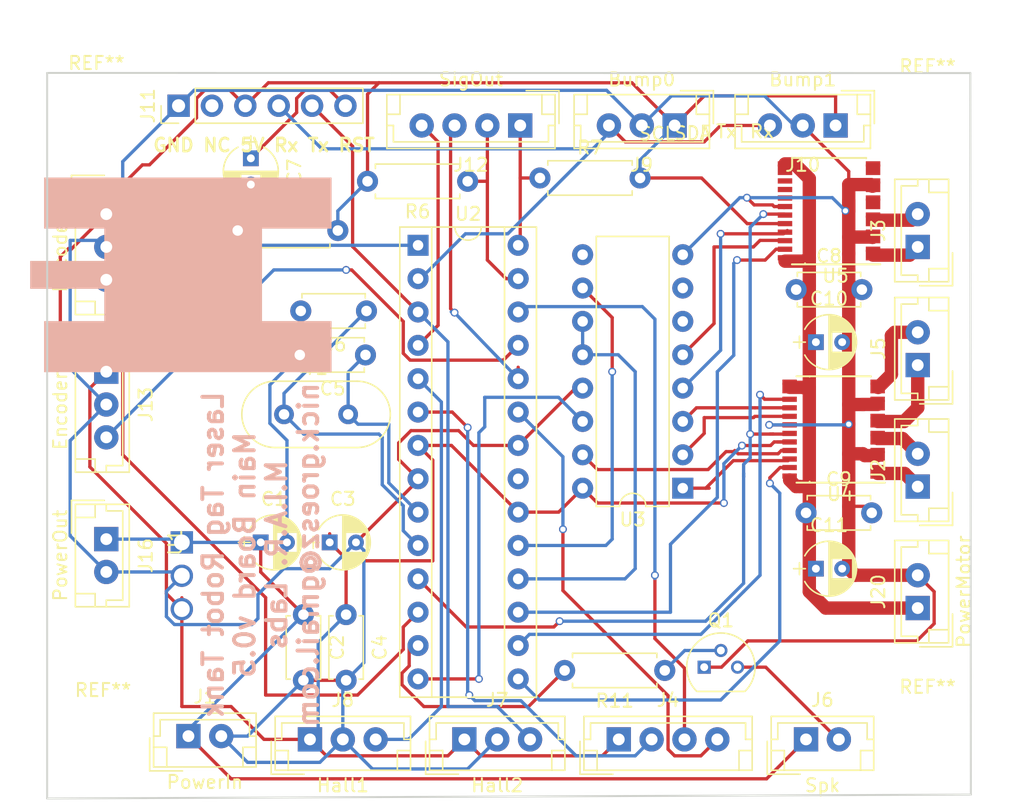
<source format=kicad_pcb>
(kicad_pcb (version 20171130) (host pcbnew 5.1.6-c6e7f7d~86~ubuntu18.04.1)

  (general
    (thickness 1.6)
    (drawings 10)
    (tracks 488)
    (zones 0)
    (modules 43)
    (nets 53)
  )

  (page A4)
  (layers
    (0 F.Cu signal)
    (31 B.Cu signal)
    (32 B.Adhes user)
    (33 F.Adhes user)
    (34 B.Paste user)
    (35 F.Paste user)
    (36 B.SilkS user hide)
    (37 F.SilkS user)
    (38 B.Mask user)
    (39 F.Mask user)
    (40 Dwgs.User user)
    (41 Cmts.User user)
    (42 Eco1.User user)
    (43 Eco2.User user)
    (44 Edge.Cuts user)
    (45 Margin user)
    (46 B.CrtYd user)
    (47 F.CrtYd user)
    (48 B.Fab user)
    (49 F.Fab user)
  )

  (setup
    (last_trace_width 0.25)
    (trace_clearance 0.2)
    (zone_clearance 0.508)
    (zone_45_only no)
    (trace_min 0.2)
    (via_size 0.6)
    (via_drill 0.4)
    (via_min_size 0.4)
    (via_min_drill 0.3)
    (uvia_size 0.3)
    (uvia_drill 0.1)
    (uvias_allowed no)
    (uvia_min_size 0.2)
    (uvia_min_drill 0.1)
    (edge_width 0.15)
    (segment_width 0.2)
    (pcb_text_width 0.3)
    (pcb_text_size 1.5 1.5)
    (mod_edge_width 0.15)
    (mod_text_size 1 1)
    (mod_text_width 0.15)
    (pad_size 0.6 0.6)
    (pad_drill 0.3)
    (pad_to_mask_clearance 0.2)
    (aux_axis_origin 0 0)
    (visible_elements FFFFFF7F)
    (pcbplotparams
      (layerselection 0x00030_80000001)
      (usegerberextensions false)
      (usegerberattributes false)
      (usegerberadvancedattributes false)
      (creategerberjobfile false)
      (excludeedgelayer true)
      (linewidth 0.100000)
      (plotframeref false)
      (viasonmask false)
      (mode 1)
      (useauxorigin false)
      (hpglpennumber 1)
      (hpglpenspeed 20)
      (hpglpendiameter 15.000000)
      (psnegative false)
      (psa4output false)
      (plotreference true)
      (plotvalue true)
      (plotinvisibletext false)
      (padsonsilk false)
      (subtractmaskfromsilk false)
      (outputformat 1)
      (mirror false)
      (drillshape 1)
      (scaleselection 1)
      (outputdirectory ""))
  )

  (net 0 "")
  (net 1 "Net-(C5-Pad1)")
  (net 2 "Net-(C7-Pad2)")
  (net 3 "Net-(J11-Pad2)")
  (net 4 "Net-(Q1-Pad2)")
  (net 5 "Net-(U2-Pad21)")
  (net 6 GND)
  (net 7 4.5V)
  (net 8 SCL)
  (net 9 SDA)
  (net 10 IRRx)
  (net 11 IRTx)
  (net 12 LED1)
  (net 13 LED0)
  (net 14 SPK)
  (net 15 M0+)
  (net 16 M1+)
  (net 17 M1-)
  (net 18 M2-)
  (net 19 MEnable)
  (net 20 M0-)
  (net 21 M2+)
  (net 22 LED2)
  (net 23 M0PWM)
  (net 24 M1PWM)
  (net 25 SRCLK)
  (net 26 SRCLR)
  (net 27 SER)
  (net 28 "Net-(U3-Pad9)")
  (net 29 "Net-(U3-Pad6)")
  (net 30 "Net-(U3-Pad7)")
  (net 31 "Net-(U5-Pad7)")
  (net 32 "Net-(U5-Pad11)")
  (net 33 "Net-(U5-Pad15)")
  (net 34 "Net-(U5-Pad16)")
  (net 35 "Net-(U5-Pad17)")
  (net 36 "Net-(C6-Pad1)")
  (net 37 "Net-(C7-Pad1)")
  (net 38 "Net-(J2-Pad1)")
  (net 39 "Net-(J2-Pad2)")
  (net 40 "Net-(J3-Pad1)")
  (net 41 "Net-(J3-Pad2)")
  (net 42 "Net-(J5-Pad1)")
  (net 43 "Net-(J5-Pad2)")
  (net 44 "Net-(J6-Pad2)")
  (net 45 9V)
  (net 46 Vm)
  (net 47 Encoder0)
  (net 48 Encoder1)
  (net 49 TurretCal)
  (net 50 TurretEncoder)
  (net 51 Bump)
  (net 52 M2PWM)

  (net_class Default "This is the default net class."
    (clearance 0.2)
    (trace_width 0.25)
    (via_dia 0.6)
    (via_drill 0.4)
    (uvia_dia 0.3)
    (uvia_drill 0.1)
    (add_net 4.5V)
    (add_net 9V)
    (add_net Bump)
    (add_net Encoder0)
    (add_net Encoder1)
    (add_net GND)
    (add_net IRRx)
    (add_net IRTx)
    (add_net LED0)
    (add_net LED1)
    (add_net LED2)
    (add_net M0+)
    (add_net M0-)
    (add_net M0PWM)
    (add_net M1+)
    (add_net M1-)
    (add_net M1PWM)
    (add_net M2+)
    (add_net M2-)
    (add_net M2PWM)
    (add_net MEnable)
    (add_net "Net-(C5-Pad1)")
    (add_net "Net-(C6-Pad1)")
    (add_net "Net-(C7-Pad1)")
    (add_net "Net-(C7-Pad2)")
    (add_net "Net-(J11-Pad2)")
    (add_net "Net-(J2-Pad1)")
    (add_net "Net-(J2-Pad2)")
    (add_net "Net-(J3-Pad1)")
    (add_net "Net-(J3-Pad2)")
    (add_net "Net-(J5-Pad1)")
    (add_net "Net-(J5-Pad2)")
    (add_net "Net-(J6-Pad2)")
    (add_net "Net-(Q1-Pad2)")
    (add_net "Net-(U2-Pad21)")
    (add_net "Net-(U3-Pad6)")
    (add_net "Net-(U3-Pad7)")
    (add_net "Net-(U3-Pad9)")
    (add_net "Net-(U5-Pad11)")
    (add_net "Net-(U5-Pad15)")
    (add_net "Net-(U5-Pad16)")
    (add_net "Net-(U5-Pad17)")
    (add_net "Net-(U5-Pad7)")
    (add_net SCL)
    (add_net SDA)
    (add_net SER)
    (add_net SPK)
    (add_net SRCLK)
    (add_net SRCLR)
    (add_net TurretCal)
    (add_net TurretEncoder)
    (add_net Vm)
  )

  (net_class Motor ""
    (clearance 0.1524)
    (trace_width 1)
    (via_dia 0.6)
    (via_drill 0.4)
    (uvia_dia 0.3)
    (uvia_drill 0.1)
  )

  (module Housings_DIP:DIP-28_W7.62mm_Socket (layer F.Cu) (tedit 58CC8E2F) (tstamp 5A4C7D8C)
    (at 125.725 87.625)
    (descr "28-lead dip package, row spacing 7.62 mm (300 mils), Socket")
    (tags "DIL DIP PDIP 2.54mm 7.62mm 300mil Socket")
    (path /59DD8902)
    (fp_text reference U2 (at 3.81 -2.39) (layer F.SilkS)
      (effects (font (size 1 1) (thickness 0.15)))
    )
    (fp_text value ATMEGA328P-PU (at 3.81 35.41) (layer F.Fab)
      (effects (font (size 1 1) (thickness 0.15)))
    )
    (fp_line (start 9.3 -1.7) (end -1.7 -1.7) (layer F.CrtYd) (width 0.05))
    (fp_line (start 9.3 34.7) (end 9.3 -1.7) (layer F.CrtYd) (width 0.05))
    (fp_line (start -1.7 34.7) (end 9.3 34.7) (layer F.CrtYd) (width 0.05))
    (fp_line (start -1.7 -1.7) (end -1.7 34.7) (layer F.CrtYd) (width 0.05))
    (fp_line (start 9.01 -1.39) (end -1.39 -1.39) (layer F.SilkS) (width 0.12))
    (fp_line (start 9.01 34.41) (end 9.01 -1.39) (layer F.SilkS) (width 0.12))
    (fp_line (start -1.39 34.41) (end 9.01 34.41) (layer F.SilkS) (width 0.12))
    (fp_line (start -1.39 -1.39) (end -1.39 34.41) (layer F.SilkS) (width 0.12))
    (fp_line (start 6.58 -1.39) (end 4.81 -1.39) (layer F.SilkS) (width 0.12))
    (fp_line (start 6.58 34.41) (end 6.58 -1.39) (layer F.SilkS) (width 0.12))
    (fp_line (start 1.04 34.41) (end 6.58 34.41) (layer F.SilkS) (width 0.12))
    (fp_line (start 1.04 -1.39) (end 1.04 34.41) (layer F.SilkS) (width 0.12))
    (fp_line (start 2.81 -1.39) (end 1.04 -1.39) (layer F.SilkS) (width 0.12))
    (fp_line (start 8.89 -1.27) (end -1.27 -1.27) (layer F.Fab) (width 0.1))
    (fp_line (start 8.89 34.29) (end 8.89 -1.27) (layer F.Fab) (width 0.1))
    (fp_line (start -1.27 34.29) (end 8.89 34.29) (layer F.Fab) (width 0.1))
    (fp_line (start -1.27 -1.27) (end -1.27 34.29) (layer F.Fab) (width 0.1))
    (fp_line (start 0.635 -0.27) (end 1.635 -1.27) (layer F.Fab) (width 0.1))
    (fp_line (start 0.635 34.29) (end 0.635 -0.27) (layer F.Fab) (width 0.1))
    (fp_line (start 6.985 34.29) (end 0.635 34.29) (layer F.Fab) (width 0.1))
    (fp_line (start 6.985 -1.27) (end 6.985 34.29) (layer F.Fab) (width 0.1))
    (fp_line (start 1.635 -1.27) (end 6.985 -1.27) (layer F.Fab) (width 0.1))
    (fp_text user %R (at 3.81 16.51) (layer F.Fab)
      (effects (font (size 1 1) (thickness 0.15)))
    )
    (fp_arc (start 3.81 -1.39) (end 2.81 -1.39) (angle -180) (layer F.SilkS) (width 0.12))
    (pad 1 thru_hole rect (at 0 0) (size 1.6 1.6) (drill 0.8) (layers *.Cu *.Mask)
      (net 2 "Net-(C7-Pad2)"))
    (pad 15 thru_hole oval (at 7.62 33.02) (size 1.6 1.6) (drill 0.8) (layers *.Cu *.Mask)
      (net 23 M0PWM))
    (pad 2 thru_hole oval (at 0 2.54) (size 1.6 1.6) (drill 0.8) (layers *.Cu *.Mask)
      (net 51 Bump))
    (pad 16 thru_hole oval (at 7.62 30.48) (size 1.6 1.6) (drill 0.8) (layers *.Cu *.Mask)
      (net 24 M1PWM))
    (pad 3 thru_hole oval (at 0 5.08) (size 1.6 1.6) (drill 0.8) (layers *.Cu *.Mask)
      (net 49 TurretCal))
    (pad 17 thru_hole oval (at 7.62 27.94) (size 1.6 1.6) (drill 0.8) (layers *.Cu *.Mask)
      (net 52 M2PWM))
    (pad 4 thru_hole oval (at 0 7.62) (size 1.6 1.6) (drill 0.8) (layers *.Cu *.Mask)
      (net 10 IRRx))
    (pad 18 thru_hole oval (at 7.62 25.4) (size 1.6 1.6) (drill 0.8) (layers *.Cu *.Mask)
      (net 25 SRCLK))
    (pad 5 thru_hole oval (at 0 10.16) (size 1.6 1.6) (drill 0.8) (layers *.Cu *.Mask)
      (net 50 TurretEncoder))
    (pad 19 thru_hole oval (at 7.62 22.86) (size 1.6 1.6) (drill 0.8) (layers *.Cu *.Mask)
      (net 26 SRCLR))
    (pad 6 thru_hole oval (at 0 12.7) (size 1.6 1.6) (drill 0.8) (layers *.Cu *.Mask)
      (net 13 LED0))
    (pad 20 thru_hole oval (at 7.62 20.32) (size 1.6 1.6) (drill 0.8) (layers *.Cu *.Mask)
      (net 7 4.5V))
    (pad 7 thru_hole oval (at 0 15.24) (size 1.6 1.6) (drill 0.8) (layers *.Cu *.Mask)
      (net 7 4.5V))
    (pad 21 thru_hole oval (at 7.62 17.78) (size 1.6 1.6) (drill 0.8) (layers *.Cu *.Mask)
      (net 5 "Net-(U2-Pad21)"))
    (pad 8 thru_hole oval (at 0 17.78) (size 1.6 1.6) (drill 0.8) (layers *.Cu *.Mask)
      (net 6 GND))
    (pad 22 thru_hole oval (at 7.62 15.24) (size 1.6 1.6) (drill 0.8) (layers *.Cu *.Mask)
      (net 6 GND))
    (pad 9 thru_hole oval (at 0 20.32) (size 1.6 1.6) (drill 0.8) (layers *.Cu *.Mask)
      (net 1 "Net-(C5-Pad1)"))
    (pad 23 thru_hole oval (at 7.62 12.7) (size 1.6 1.6) (drill 0.8) (layers *.Cu *.Mask)
      (net 22 LED2))
    (pad 10 thru_hole oval (at 0 22.86) (size 1.6 1.6) (drill 0.8) (layers *.Cu *.Mask)
      (net 36 "Net-(C6-Pad1)"))
    (pad 24 thru_hole oval (at 7.62 10.16) (size 1.6 1.6) (drill 0.8) (layers *.Cu *.Mask)
      (net 11 IRTx))
    (pad 11 thru_hole oval (at 0 25.4) (size 1.6 1.6) (drill 0.8) (layers *.Cu *.Mask)
      (net 19 MEnable))
    (pad 25 thru_hole oval (at 7.62 7.62) (size 1.6 1.6) (drill 0.8) (layers *.Cu *.Mask)
      (net 47 Encoder0))
    (pad 12 thru_hole oval (at 0 27.94) (size 1.6 1.6) (drill 0.8) (layers *.Cu *.Mask)
      (net 48 Encoder1))
    (pad 26 thru_hole oval (at 7.62 5.08) (size 1.6 1.6) (drill 0.8) (layers *.Cu *.Mask)
      (net 12 LED1))
    (pad 13 thru_hole oval (at 0 30.48) (size 1.6 1.6) (drill 0.8) (layers *.Cu *.Mask)
      (net 14 SPK))
    (pad 27 thru_hole oval (at 7.62 2.54) (size 1.6 1.6) (drill 0.8) (layers *.Cu *.Mask)
      (net 9 SDA))
    (pad 14 thru_hole oval (at 0 33.02) (size 1.6 1.6) (drill 0.8) (layers *.Cu *.Mask)
      (net 27 SER))
    (pad 28 thru_hole oval (at 7.62 0) (size 1.6 1.6) (drill 0.8) (layers *.Cu *.Mask)
      (net 8 SCL))
    (model ${KISYS3DMOD}/Housings_DIP.3dshapes/DIP-28_W7.62mm_Socket.wrl
      (at (xyz 0 0 0))
      (scale (xyz 1 1 1))
      (rotate (xyz 0 0 0))
    )
  )

  (module Capacitors_THT:C_Disc_D4.7mm_W2.5mm_P5.00mm (layer F.Cu) (tedit 597BC7C2) (tstamp 5A4C7C88)
    (at 121.725 95.975 180)
    (descr "C, Disc series, Radial, pin pitch=5.00mm, , diameter*width=4.7*2.5mm^2, Capacitor, http://www.vishay.com/docs/45233/krseries.pdf")
    (tags "C Disc series Radial pin pitch 5.00mm  diameter 4.7mm width 2.5mm Capacitor")
    (path /59DDA143)
    (fp_text reference C5 (at 2.5 -2.56 180) (layer F.SilkS)
      (effects (font (size 1 1) (thickness 0.15)))
    )
    (fp_text value C5 (at 2.5 2.56 180) (layer F.Fab)
      (effects (font (size 1 1) (thickness 0.15)))
    )
    (fp_line (start 6.05 -1.6) (end -1.05 -1.6) (layer F.CrtYd) (width 0.05))
    (fp_line (start 6.05 1.6) (end 6.05 -1.6) (layer F.CrtYd) (width 0.05))
    (fp_line (start -1.05 1.6) (end 6.05 1.6) (layer F.CrtYd) (width 0.05))
    (fp_line (start -1.05 -1.6) (end -1.05 1.6) (layer F.CrtYd) (width 0.05))
    (fp_line (start 4.91 0.996) (end 4.91 1.31) (layer F.SilkS) (width 0.12))
    (fp_line (start 4.91 -1.31) (end 4.91 -0.996) (layer F.SilkS) (width 0.12))
    (fp_line (start 0.09 0.996) (end 0.09 1.31) (layer F.SilkS) (width 0.12))
    (fp_line (start 0.09 -1.31) (end 0.09 -0.996) (layer F.SilkS) (width 0.12))
    (fp_line (start 0.09 1.31) (end 4.91 1.31) (layer F.SilkS) (width 0.12))
    (fp_line (start 0.09 -1.31) (end 4.91 -1.31) (layer F.SilkS) (width 0.12))
    (fp_line (start 4.85 -1.25) (end 0.15 -1.25) (layer F.Fab) (width 0.1))
    (fp_line (start 4.85 1.25) (end 4.85 -1.25) (layer F.Fab) (width 0.1))
    (fp_line (start 0.15 1.25) (end 4.85 1.25) (layer F.Fab) (width 0.1))
    (fp_line (start 0.15 -1.25) (end 0.15 1.25) (layer F.Fab) (width 0.1))
    (fp_text user %R (at 2.5 0 180) (layer F.Fab)
      (effects (font (size 1 1) (thickness 0.15)))
    )
    (pad 1 thru_hole circle (at 0 0 180) (size 1.6 1.6) (drill 0.8) (layers *.Cu *.Mask)
      (net 1 "Net-(C5-Pad1)"))
    (pad 2 thru_hole circle (at 5 0 180) (size 1.6 1.6) (drill 0.8) (layers *.Cu *.Mask)
      (net 6 GND))
    (model ${KISYS3DMOD}/Capacitors_THT.3dshapes/C_Disc_D4.7mm_W2.5mm_P5.00mm.wrl
      (at (xyz 0 0 0))
      (scale (xyz 1 1 1))
      (rotate (xyz 0 0 0))
    )
  )

  (module Housings_DIP:DIP-16_W7.62mm (layer F.Cu) (tedit 58CC8E2D) (tstamp 5A4C7DA0)
    (at 145.87 106.12 180)
    (descr "16-lead dip package, row spacing 7.62 mm (300 mils)")
    (tags "DIL DIP PDIP 2.54mm 7.62mm 300mil")
    (path /5A486ACA)
    (fp_text reference U3 (at 3.81 -2.39 180) (layer F.SilkS)
      (effects (font (size 1 1) (thickness 0.15)))
    )
    (fp_text value SN74HC595 (at 7.025 20.5 180) (layer F.Fab)
      (effects (font (size 1 1) (thickness 0.15)))
    )
    (fp_line (start 8.7 -1.6) (end -1.1 -1.6) (layer F.CrtYd) (width 0.05))
    (fp_line (start 8.7 19.3) (end 8.7 -1.6) (layer F.CrtYd) (width 0.05))
    (fp_line (start -1.1 19.3) (end 8.7 19.3) (layer F.CrtYd) (width 0.05))
    (fp_line (start -1.1 -1.6) (end -1.1 19.3) (layer F.CrtYd) (width 0.05))
    (fp_line (start 6.58 -1.39) (end 4.81 -1.39) (layer F.SilkS) (width 0.12))
    (fp_line (start 6.58 19.17) (end 6.58 -1.39) (layer F.SilkS) (width 0.12))
    (fp_line (start 1.04 19.17) (end 6.58 19.17) (layer F.SilkS) (width 0.12))
    (fp_line (start 1.04 -1.39) (end 1.04 19.17) (layer F.SilkS) (width 0.12))
    (fp_line (start 2.81 -1.39) (end 1.04 -1.39) (layer F.SilkS) (width 0.12))
    (fp_line (start 0.635 -0.27) (end 1.635 -1.27) (layer F.Fab) (width 0.1))
    (fp_line (start 0.635 19.05) (end 0.635 -0.27) (layer F.Fab) (width 0.1))
    (fp_line (start 6.985 19.05) (end 0.635 19.05) (layer F.Fab) (width 0.1))
    (fp_line (start 6.985 -1.27) (end 6.985 19.05) (layer F.Fab) (width 0.1))
    (fp_line (start 1.635 -1.27) (end 6.985 -1.27) (layer F.Fab) (width 0.1))
    (fp_text user %R (at 3.81 8.89 180) (layer F.Fab)
      (effects (font (size 1 1) (thickness 0.15)))
    )
    (fp_arc (start 3.81 -1.39) (end 2.81 -1.39) (angle -180) (layer F.SilkS) (width 0.12))
    (pad 1 thru_hole rect (at 0 0 180) (size 1.6 1.6) (drill 0.8) (layers *.Cu *.Mask)
      (net 20 M0-))
    (pad 9 thru_hole oval (at 7.62 17.78 180) (size 1.6 1.6) (drill 0.8) (layers *.Cu *.Mask)
      (net 28 "Net-(U3-Pad9)"))
    (pad 2 thru_hole oval (at 0 2.54 180) (size 1.6 1.6) (drill 0.8) (layers *.Cu *.Mask)
      (net 16 M1+))
    (pad 10 thru_hole oval (at 7.62 15.24 180) (size 1.6 1.6) (drill 0.8) (layers *.Cu *.Mask)
      (net 26 SRCLR))
    (pad 3 thru_hole oval (at 0 5.08 180) (size 1.6 1.6) (drill 0.8) (layers *.Cu *.Mask)
      (net 17 M1-))
    (pad 11 thru_hole oval (at 7.62 12.7 180) (size 1.6 1.6) (drill 0.8) (layers *.Cu *.Mask)
      (net 25 SRCLK))
    (pad 4 thru_hole oval (at 0 7.62 180) (size 1.6 1.6) (drill 0.8) (layers *.Cu *.Mask)
      (net 21 M2+))
    (pad 12 thru_hole oval (at 7.62 10.16 180) (size 1.6 1.6) (drill 0.8) (layers *.Cu *.Mask)
      (net 25 SRCLK))
    (pad 5 thru_hole oval (at 0 10.16 180) (size 1.6 1.6) (drill 0.8) (layers *.Cu *.Mask)
      (net 18 M2-))
    (pad 13 thru_hole oval (at 7.62 7.62 180) (size 1.6 1.6) (drill 0.8) (layers *.Cu *.Mask)
      (net 6 GND))
    (pad 6 thru_hole oval (at 0 12.7 180) (size 1.6 1.6) (drill 0.8) (layers *.Cu *.Mask)
      (net 29 "Net-(U3-Pad6)"))
    (pad 14 thru_hole oval (at 7.62 5.08 180) (size 1.6 1.6) (drill 0.8) (layers *.Cu *.Mask)
      (net 27 SER))
    (pad 7 thru_hole oval (at 0 15.24 180) (size 1.6 1.6) (drill 0.8) (layers *.Cu *.Mask)
      (net 30 "Net-(U3-Pad7)"))
    (pad 15 thru_hole oval (at 7.62 2.54 180) (size 1.6 1.6) (drill 0.8) (layers *.Cu *.Mask)
      (net 15 M0+))
    (pad 8 thru_hole oval (at 0 17.78 180) (size 1.6 1.6) (drill 0.8) (layers *.Cu *.Mask)
      (net 6 GND))
    (pad 16 thru_hole oval (at 7.62 0 180) (size 1.6 1.6) (drill 0.8) (layers *.Cu *.Mask)
      (net 7 4.5V))
    (model ${KISYS3DMOD}/Housings_DIP.3dshapes/DIP-16_W7.62mm.wrl
      (at (xyz 0 0 0))
      (scale (xyz 1 1 1))
      (rotate (xyz 0 0 0))
    )
  )

  (module Resistors_THT:R_Axial_DIN0207_L6.3mm_D2.5mm_P7.62mm_Horizontal (layer F.Cu) (tedit 5874F706) (tstamp 5A4C7D59)
    (at 135 82.5)
    (descr "Resistor, Axial_DIN0207 series, Axial, Horizontal, pin pitch=7.62mm, 0.25W = 1/4W, length*diameter=6.3*2.5mm^2, http://cdn-reichelt.de/documents/datenblatt/B400/1_4W%23YAG.pdf")
    (tags "Resistor Axial_DIN0207 series Axial Horizontal pin pitch 7.62mm 0.25W = 1/4W length 6.3mm diameter 2.5mm")
    (path /59DD9A0D)
    (fp_text reference R7 (at 3.81 -2.31) (layer F.SilkS)
      (effects (font (size 1 1) (thickness 0.15)))
    )
    (fp_text value R7 (at 3.81 2.31) (layer F.Fab)
      (effects (font (size 1 1) (thickness 0.15)))
    )
    (fp_line (start 8.7 -1.6) (end -1.05 -1.6) (layer F.CrtYd) (width 0.05))
    (fp_line (start 8.7 1.6) (end 8.7 -1.6) (layer F.CrtYd) (width 0.05))
    (fp_line (start -1.05 1.6) (end 8.7 1.6) (layer F.CrtYd) (width 0.05))
    (fp_line (start -1.05 -1.6) (end -1.05 1.6) (layer F.CrtYd) (width 0.05))
    (fp_line (start 7.02 1.31) (end 7.02 0.98) (layer F.SilkS) (width 0.12))
    (fp_line (start 0.6 1.31) (end 7.02 1.31) (layer F.SilkS) (width 0.12))
    (fp_line (start 0.6 0.98) (end 0.6 1.31) (layer F.SilkS) (width 0.12))
    (fp_line (start 7.02 -1.31) (end 7.02 -0.98) (layer F.SilkS) (width 0.12))
    (fp_line (start 0.6 -1.31) (end 7.02 -1.31) (layer F.SilkS) (width 0.12))
    (fp_line (start 0.6 -0.98) (end 0.6 -1.31) (layer F.SilkS) (width 0.12))
    (fp_line (start 7.62 0) (end 6.96 0) (layer F.Fab) (width 0.1))
    (fp_line (start 0 0) (end 0.66 0) (layer F.Fab) (width 0.1))
    (fp_line (start 6.96 -1.25) (end 0.66 -1.25) (layer F.Fab) (width 0.1))
    (fp_line (start 6.96 1.25) (end 6.96 -1.25) (layer F.Fab) (width 0.1))
    (fp_line (start 0.66 1.25) (end 6.96 1.25) (layer F.Fab) (width 0.1))
    (fp_line (start 0.66 -1.25) (end 0.66 1.25) (layer F.Fab) (width 0.1))
    (pad 1 thru_hole circle (at 0 0) (size 1.6 1.6) (drill 0.8) (layers *.Cu *.Mask)
      (net 8 SCL))
    (pad 2 thru_hole oval (at 7.62 0) (size 1.6 1.6) (drill 0.8) (layers *.Cu *.Mask)
      (net 7 4.5V))
    (model ${KISYS3DMOD}/Resistors_THT.3dshapes/R_Axial_DIN0207_L6.3mm_D2.5mm_P7.62mm_Horizontal.wrl
      (at (xyz 0 0 0))
      (scale (xyz 0.393701 0.393701 0.393701))
      (rotate (xyz 0 0 0))
    )
  )

  (module MountingHole:MountingHole_3mm (layer F.Cu) (tedit 56D1B4CB) (tstamp 5EDA1A60)
    (at 101.25 77.75)
    (descr "Mounting Hole 3mm, no annular")
    (tags "mounting hole 3mm no annular")
    (attr virtual)
    (fp_text reference REF** (at 0 -4) (layer F.SilkS)
      (effects (font (size 1 1) (thickness 0.15)))
    )
    (fp_text value MountingHole_3mm (at 0 4) (layer F.Fab)
      (effects (font (size 1 1) (thickness 0.15)))
    )
    (fp_circle (center 0 0) (end 3.25 0) (layer F.CrtYd) (width 0.05))
    (fp_circle (center 0 0) (end 3 0) (layer Cmts.User) (width 0.15))
    (fp_text user %R (at 0.3 0) (layer F.Fab)
      (effects (font (size 1 1) (thickness 0.15)))
    )
    (pad 1 np_thru_hole circle (at 0 0) (size 3 3) (drill 3) (layers *.Cu *.Mask))
  )

  (module MountingHole:MountingHole_3mm (layer F.Cu) (tedit 56D1B4CB) (tstamp 5EDA1A60)
    (at 101.75 125.5)
    (descr "Mounting Hole 3mm, no annular")
    (tags "mounting hole 3mm no annular")
    (attr virtual)
    (fp_text reference REF** (at 0 -4) (layer F.SilkS)
      (effects (font (size 1 1) (thickness 0.15)))
    )
    (fp_text value MountingHole_3mm (at 0 4) (layer F.Fab)
      (effects (font (size 1 1) (thickness 0.15)))
    )
    (fp_circle (center 0 0) (end 3.25 0) (layer F.CrtYd) (width 0.05))
    (fp_circle (center 0 0) (end 3 0) (layer Cmts.User) (width 0.15))
    (fp_text user %R (at 0.3 0) (layer F.Fab)
      (effects (font (size 1 1) (thickness 0.15)))
    )
    (pad 1 np_thru_hole circle (at 0 0) (size 3 3) (drill 3) (layers *.Cu *.Mask))
  )

  (module MountingHole:MountingHole_3mm (layer F.Cu) (tedit 56D1B4CB) (tstamp 5EDA1A31)
    (at 164.5 78)
    (descr "Mounting Hole 3mm, no annular")
    (tags "mounting hole 3mm no annular")
    (attr virtual)
    (fp_text reference REF** (at 0 -4) (layer F.SilkS)
      (effects (font (size 1 1) (thickness 0.15)))
    )
    (fp_text value MountingHole_3mm (at 0 4) (layer F.Fab)
      (effects (font (size 1 1) (thickness 0.15)))
    )
    (fp_circle (center 0 0) (end 3.25 0) (layer F.CrtYd) (width 0.05))
    (fp_circle (center 0 0) (end 3 0) (layer Cmts.User) (width 0.15))
    (fp_text user %R (at 0.3 0) (layer F.Fab)
      (effects (font (size 1 1) (thickness 0.15)))
    )
    (pad 1 np_thru_hole circle (at 0 0) (size 3 3) (drill 3) (layers *.Cu *.Mask))
  )

  (module MountingHole:MountingHole_3mm (layer F.Cu) (tedit 56D1B4CB) (tstamp 5EDA1259)
    (at 164.5 125.25)
    (descr "Mounting Hole 3mm, no annular")
    (tags "mounting hole 3mm no annular")
    (attr virtual)
    (fp_text reference REF** (at 0 -4) (layer F.SilkS)
      (effects (font (size 1 1) (thickness 0.15)))
    )
    (fp_text value MountingHole_3mm (at 0 4) (layer F.Fab)
      (effects (font (size 1 1) (thickness 0.15)))
    )
    (fp_circle (center 0 0) (end 3.25 0) (layer F.CrtYd) (width 0.05))
    (fp_circle (center 0 0) (end 3 0) (layer Cmts.User) (width 0.15))
    (fp_text user %R (at 0.3 0) (layer F.Fab)
      (effects (font (size 1 1) (thickness 0.15)))
    )
    (pad 1 np_thru_hole circle (at 0 0) (size 3 3) (drill 3) (layers *.Cu *.Mask))
  )

  (module JST:JST_EH_B04B-EH-A_04x2.50mm_Straight (layer F.Cu) (tedit 5A5EF3CA) (tstamp 5A4C7D40)
    (at 133.5 78.5 180)
    (descr "JST EH series connector, B04B-EH-A, 2.50mm pitch, top entry")
    (tags "connector jst eh top vertical straight")
    (path /59DDA6A6)
    (fp_text reference J12 (at 3.75 -3) (layer F.SilkS)
      (effects (font (size 1 1) (thickness 0.15)))
    )
    (fp_text value SigOut (at 3.75 3.5) (layer F.SilkS)
      (effects (font (size 1 1) (thickness 0.15)))
    )
    (fp_line (start 10.65 -2.25) (end -3.15 -2.25) (layer F.CrtYd) (width 0.05))
    (fp_line (start 10.65 2.85) (end 10.65 -2.25) (layer F.CrtYd) (width 0.05))
    (fp_line (start -3.15 2.85) (end 10.65 2.85) (layer F.CrtYd) (width 0.05))
    (fp_line (start -3.15 -2.25) (end -3.15 2.85) (layer F.CrtYd) (width 0.05))
    (fp_line (start -2.95 2.65) (end -0.45 2.65) (layer F.Fab) (width 0.1))
    (fp_line (start -2.95 0.15) (end -2.95 2.65) (layer F.Fab) (width 0.1))
    (fp_line (start -2.95 2.65) (end -0.45 2.65) (layer F.SilkS) (width 0.12))
    (fp_line (start -2.95 0.15) (end -2.95 2.65) (layer F.SilkS) (width 0.12))
    (fp_line (start 9.15 0.85) (end 9.15 2.35) (layer F.SilkS) (width 0.12))
    (fp_line (start 10.15 0.85) (end 9.15 0.85) (layer F.SilkS) (width 0.12))
    (fp_line (start -1.65 0.85) (end -1.65 2.35) (layer F.SilkS) (width 0.12))
    (fp_line (start -2.65 0.85) (end -1.65 0.85) (layer F.SilkS) (width 0.12))
    (fp_line (start 9.65 0) (end 10.15 0) (layer F.SilkS) (width 0.12))
    (fp_line (start 9.65 -1.25) (end 9.65 0) (layer F.SilkS) (width 0.12))
    (fp_line (start -2.15 -1.25) (end 9.65 -1.25) (layer F.SilkS) (width 0.12))
    (fp_line (start -2.15 0) (end -2.15 -1.25) (layer F.SilkS) (width 0.12))
    (fp_line (start -2.65 0) (end -2.15 0) (layer F.SilkS) (width 0.12))
    (fp_line (start 10.15 -1.75) (end -2.65 -1.75) (layer F.SilkS) (width 0.12))
    (fp_line (start 10.15 2.35) (end 10.15 -1.75) (layer F.SilkS) (width 0.12))
    (fp_line (start -2.65 2.35) (end 10.15 2.35) (layer F.SilkS) (width 0.12))
    (fp_line (start -2.65 -1.75) (end -2.65 2.35) (layer F.SilkS) (width 0.12))
    (fp_line (start 10 -1.6) (end -2.5 -1.6) (layer F.Fab) (width 0.1))
    (fp_line (start 10 2.2) (end 10 -1.6) (layer F.Fab) (width 0.1))
    (fp_line (start -2.5 2.2) (end 10 2.2) (layer F.Fab) (width 0.1))
    (fp_line (start -2.5 -1.6) (end -2.5 2.2) (layer F.Fab) (width 0.1))
    (fp_text user %R (at 3.75 -3) (layer F.Fab)
      (effects (font (size 1 1) (thickness 0.15)))
    )
    (pad 1 thru_hole rect (at 0 0 180) (size 1.85 1.85) (drill 0.9) (layers *.Cu *.Mask)
      (net 8 SCL))
    (pad 2 thru_hole circle (at 2.5 0 180) (size 1.85 1.85) (drill 0.9) (layers *.Cu *.Mask)
      (net 9 SDA))
    (pad 3 thru_hole circle (at 5 0 180) (size 1.85 1.85) (drill 0.9) (layers *.Cu *.Mask)
      (net 11 IRTx))
    (pad 4 thru_hole circle (at 7.5 0 180) (size 1.85 1.85) (drill 0.9) (layers *.Cu *.Mask)
      (net 10 IRRx))
    (model Connectors_JST.3dshapes/JST_EH_B04B-EH-A_04x2.50mm_Straight.wrl
      (at (xyz 0 0 0))
      (scale (xyz 1 1 1))
      (rotate (xyz 0 0 0))
    )
  )

  (module modules:Tank (layer B.Cu) (tedit 0) (tstamp 5A4CA076)
    (at 107.85 89.525 180)
    (fp_text reference G*** (at 0 0 180) (layer B.SilkS) hide
      (effects (font (size 1.524 1.524) (thickness 0.3)) (justify mirror))
    )
    (fp_text value LOGO (at 0.75 0 180) (layer B.SilkS) hide
      (effects (font (size 1.524 1.524) (thickness 0.3)) (justify mirror))
    )
    (fp_poly (pts (xy 10.583333 3.175) (xy 5.997222 3.175) (xy 5.997222 0.705556) (xy 11.641666 0.705556)
      (xy 11.641666 -1.411111) (xy 5.997222 -1.411111) (xy 5.997222 -3.880555) (xy 10.583333 -3.880555)
      (xy 10.583333 -7.761111) (xy -11.288889 -7.761111) (xy -11.288889 -3.880555) (xy -5.997223 -3.880555)
      (xy -5.997223 3.175) (xy -11.288889 3.175) (xy -11.288889 7.055556) (xy 10.583333 7.055556)
      (xy 10.583333 3.175)) (layer B.SilkS) (width 0.01))
  )

  (module JST:JST_EH_B02B-EH-A_02x2.50mm_Straight (layer F.Cu) (tedit 58A3B0B5) (tstamp 5E96B908)
    (at 163.75 96.75 90)
    (descr "JST EH series connector, B02B-EH-A, 2.50mm pitch, top entry")
    (tags "connector jst eh top vertical straight")
    (path /5E98A5F8)
    (fp_text reference J5 (at 1.25 -3 90) (layer F.SilkS)
      (effects (font (size 1 1) (thickness 0.15)))
    )
    (fp_text value M0 (at 1.25 3.5 90) (layer F.Fab)
      (effects (font (size 1 1) (thickness 0.15)))
    )
    (fp_line (start 5.65 -2.25) (end -3.15 -2.25) (layer F.CrtYd) (width 0.05))
    (fp_line (start 5.65 2.85) (end 5.65 -2.25) (layer F.CrtYd) (width 0.05))
    (fp_line (start -3.15 2.85) (end 5.65 2.85) (layer F.CrtYd) (width 0.05))
    (fp_line (start -3.15 -2.25) (end -3.15 2.85) (layer F.CrtYd) (width 0.05))
    (fp_line (start -2.95 2.65) (end -0.45 2.65) (layer F.Fab) (width 0.1))
    (fp_line (start -2.95 0.15) (end -2.95 2.65) (layer F.Fab) (width 0.1))
    (fp_line (start -2.95 2.65) (end -0.45 2.65) (layer F.SilkS) (width 0.12))
    (fp_line (start -2.95 0.15) (end -2.95 2.65) (layer F.SilkS) (width 0.12))
    (fp_line (start 4.15 0.85) (end 4.15 2.35) (layer F.SilkS) (width 0.12))
    (fp_line (start 5.15 0.85) (end 4.15 0.85) (layer F.SilkS) (width 0.12))
    (fp_line (start -1.65 0.85) (end -1.65 2.35) (layer F.SilkS) (width 0.12))
    (fp_line (start -2.65 0.85) (end -1.65 0.85) (layer F.SilkS) (width 0.12))
    (fp_line (start 4.65 0) (end 5.15 0) (layer F.SilkS) (width 0.12))
    (fp_line (start 4.65 -1.25) (end 4.65 0) (layer F.SilkS) (width 0.12))
    (fp_line (start -2.15 -1.25) (end 4.65 -1.25) (layer F.SilkS) (width 0.12))
    (fp_line (start -2.15 0) (end -2.15 -1.25) (layer F.SilkS) (width 0.12))
    (fp_line (start -2.65 0) (end -2.15 0) (layer F.SilkS) (width 0.12))
    (fp_line (start 5.15 -1.75) (end -2.65 -1.75) (layer F.SilkS) (width 0.12))
    (fp_line (start 5.15 2.35) (end 5.15 -1.75) (layer F.SilkS) (width 0.12))
    (fp_line (start -2.65 2.35) (end 5.15 2.35) (layer F.SilkS) (width 0.12))
    (fp_line (start -2.65 -1.75) (end -2.65 2.35) (layer F.SilkS) (width 0.12))
    (fp_line (start 5 -1.6) (end -2.5 -1.6) (layer F.Fab) (width 0.1))
    (fp_line (start 5 2.2) (end 5 -1.6) (layer F.Fab) (width 0.1))
    (fp_line (start -2.5 2.2) (end 5 2.2) (layer F.Fab) (width 0.1))
    (fp_line (start -2.5 -1.6) (end -2.5 2.2) (layer F.Fab) (width 0.1))
    (fp_text user %R (at 1.25 -3 90) (layer F.Fab)
      (effects (font (size 1 1) (thickness 0.15)))
    )
    (pad 1 thru_hole rect (at 0 0 90) (size 1.85 1.85) (drill 0.9) (layers *.Cu *.Mask)
      (net 42 "Net-(J5-Pad1)"))
    (pad 2 thru_hole circle (at 2.5 0 90) (size 1.85 1.85) (drill 0.9) (layers *.Cu *.Mask)
      (net 43 "Net-(J5-Pad2)"))
    (model Connectors_JST.3dshapes/JST_EH_B02B-EH-A_02x2.50mm_Straight.wrl
      (at (xyz 0 0 0))
      (scale (xyz 1 1 1))
      (rotate (xyz 0 0 0))
    )
  )

  (module JST:JST_EH_B02B-EH-A_02x2.50mm_Straight (layer F.Cu) (tedit 58A3B0B5) (tstamp 5E96B8C3)
    (at 163.75 87.75 90)
    (descr "JST EH series connector, B02B-EH-A, 2.50mm pitch, top entry")
    (tags "connector jst eh top vertical straight")
    (path /5E98F9A1)
    (fp_text reference J3 (at 1.25 -3 90) (layer F.SilkS)
      (effects (font (size 1 1) (thickness 0.15)))
    )
    (fp_text value M2 (at 1.25 3.5 90) (layer F.Fab)
      (effects (font (size 1 1) (thickness 0.15)))
    )
    (fp_line (start 5.65 -2.25) (end -3.15 -2.25) (layer F.CrtYd) (width 0.05))
    (fp_line (start 5.65 2.85) (end 5.65 -2.25) (layer F.CrtYd) (width 0.05))
    (fp_line (start -3.15 2.85) (end 5.65 2.85) (layer F.CrtYd) (width 0.05))
    (fp_line (start -3.15 -2.25) (end -3.15 2.85) (layer F.CrtYd) (width 0.05))
    (fp_line (start -2.95 2.65) (end -0.45 2.65) (layer F.Fab) (width 0.1))
    (fp_line (start -2.95 0.15) (end -2.95 2.65) (layer F.Fab) (width 0.1))
    (fp_line (start -2.95 2.65) (end -0.45 2.65) (layer F.SilkS) (width 0.12))
    (fp_line (start -2.95 0.15) (end -2.95 2.65) (layer F.SilkS) (width 0.12))
    (fp_line (start 4.15 0.85) (end 4.15 2.35) (layer F.SilkS) (width 0.12))
    (fp_line (start 5.15 0.85) (end 4.15 0.85) (layer F.SilkS) (width 0.12))
    (fp_line (start -1.65 0.85) (end -1.65 2.35) (layer F.SilkS) (width 0.12))
    (fp_line (start -2.65 0.85) (end -1.65 0.85) (layer F.SilkS) (width 0.12))
    (fp_line (start 4.65 0) (end 5.15 0) (layer F.SilkS) (width 0.12))
    (fp_line (start 4.65 -1.25) (end 4.65 0) (layer F.SilkS) (width 0.12))
    (fp_line (start -2.15 -1.25) (end 4.65 -1.25) (layer F.SilkS) (width 0.12))
    (fp_line (start -2.15 0) (end -2.15 -1.25) (layer F.SilkS) (width 0.12))
    (fp_line (start -2.65 0) (end -2.15 0) (layer F.SilkS) (width 0.12))
    (fp_line (start 5.15 -1.75) (end -2.65 -1.75) (layer F.SilkS) (width 0.12))
    (fp_line (start 5.15 2.35) (end 5.15 -1.75) (layer F.SilkS) (width 0.12))
    (fp_line (start -2.65 2.35) (end 5.15 2.35) (layer F.SilkS) (width 0.12))
    (fp_line (start -2.65 -1.75) (end -2.65 2.35) (layer F.SilkS) (width 0.12))
    (fp_line (start 5 -1.6) (end -2.5 -1.6) (layer F.Fab) (width 0.1))
    (fp_line (start 5 2.2) (end 5 -1.6) (layer F.Fab) (width 0.1))
    (fp_line (start -2.5 2.2) (end 5 2.2) (layer F.Fab) (width 0.1))
    (fp_line (start -2.5 -1.6) (end -2.5 2.2) (layer F.Fab) (width 0.1))
    (fp_text user %R (at 1.25 -3 90) (layer F.Fab)
      (effects (font (size 1 1) (thickness 0.15)))
    )
    (pad 1 thru_hole rect (at 0 0 90) (size 1.85 1.85) (drill 0.9) (layers *.Cu *.Mask)
      (net 40 "Net-(J3-Pad1)"))
    (pad 2 thru_hole circle (at 2.5 0 90) (size 1.85 1.85) (drill 0.9) (layers *.Cu *.Mask)
      (net 41 "Net-(J3-Pad2)"))
    (model Connectors_JST.3dshapes/JST_EH_B02B-EH-A_02x2.50mm_Straight.wrl
      (at (xyz 0 0 0))
      (scale (xyz 1 1 1))
      (rotate (xyz 0 0 0))
    )
  )

  (module JST:JST_EH_B02B-EH-A_02x2.50mm_Straight (layer F.Cu) (tedit 58A3B0B5) (tstamp 5E96B8C0)
    (at 163.75 106 90)
    (descr "JST EH series connector, B02B-EH-A, 2.50mm pitch, top entry")
    (tags "connector jst eh top vertical straight")
    (path /5E9835C0)
    (fp_text reference J2 (at 1.25 -3 90) (layer F.SilkS)
      (effects (font (size 1 1) (thickness 0.15)))
    )
    (fp_text value M1 (at 1.25 3.5 90) (layer F.Fab)
      (effects (font (size 1 1) (thickness 0.15)))
    )
    (fp_line (start 5.65 -2.25) (end -3.15 -2.25) (layer F.CrtYd) (width 0.05))
    (fp_line (start 5.65 2.85) (end 5.65 -2.25) (layer F.CrtYd) (width 0.05))
    (fp_line (start -3.15 2.85) (end 5.65 2.85) (layer F.CrtYd) (width 0.05))
    (fp_line (start -3.15 -2.25) (end -3.15 2.85) (layer F.CrtYd) (width 0.05))
    (fp_line (start -2.95 2.65) (end -0.45 2.65) (layer F.Fab) (width 0.1))
    (fp_line (start -2.95 0.15) (end -2.95 2.65) (layer F.Fab) (width 0.1))
    (fp_line (start -2.95 2.65) (end -0.45 2.65) (layer F.SilkS) (width 0.12))
    (fp_line (start -2.95 0.15) (end -2.95 2.65) (layer F.SilkS) (width 0.12))
    (fp_line (start 4.15 0.85) (end 4.15 2.35) (layer F.SilkS) (width 0.12))
    (fp_line (start 5.15 0.85) (end 4.15 0.85) (layer F.SilkS) (width 0.12))
    (fp_line (start -1.65 0.85) (end -1.65 2.35) (layer F.SilkS) (width 0.12))
    (fp_line (start -2.65 0.85) (end -1.65 0.85) (layer F.SilkS) (width 0.12))
    (fp_line (start 4.65 0) (end 5.15 0) (layer F.SilkS) (width 0.12))
    (fp_line (start 4.65 -1.25) (end 4.65 0) (layer F.SilkS) (width 0.12))
    (fp_line (start -2.15 -1.25) (end 4.65 -1.25) (layer F.SilkS) (width 0.12))
    (fp_line (start -2.15 0) (end -2.15 -1.25) (layer F.SilkS) (width 0.12))
    (fp_line (start -2.65 0) (end -2.15 0) (layer F.SilkS) (width 0.12))
    (fp_line (start 5.15 -1.75) (end -2.65 -1.75) (layer F.SilkS) (width 0.12))
    (fp_line (start 5.15 2.35) (end 5.15 -1.75) (layer F.SilkS) (width 0.12))
    (fp_line (start -2.65 2.35) (end 5.15 2.35) (layer F.SilkS) (width 0.12))
    (fp_line (start -2.65 -1.75) (end -2.65 2.35) (layer F.SilkS) (width 0.12))
    (fp_line (start 5 -1.6) (end -2.5 -1.6) (layer F.Fab) (width 0.1))
    (fp_line (start 5 2.2) (end 5 -1.6) (layer F.Fab) (width 0.1))
    (fp_line (start -2.5 2.2) (end 5 2.2) (layer F.Fab) (width 0.1))
    (fp_line (start -2.5 -1.6) (end -2.5 2.2) (layer F.Fab) (width 0.1))
    (fp_text user %R (at 1.25 -3 90) (layer F.Fab)
      (effects (font (size 1 1) (thickness 0.15)))
    )
    (pad 1 thru_hole rect (at 0 0 90) (size 1.85 1.85) (drill 0.9) (layers *.Cu *.Mask)
      (net 38 "Net-(J2-Pad1)"))
    (pad 2 thru_hole circle (at 2.5 0 90) (size 1.85 1.85) (drill 0.9) (layers *.Cu *.Mask)
      (net 39 "Net-(J2-Pad2)"))
    (model Connectors_JST.3dshapes/JST_EH_B02B-EH-A_02x2.50mm_Straight.wrl
      (at (xyz 0 0 0))
      (scale (xyz 1 1 1))
      (rotate (xyz 0 0 0))
    )
  )

  (module Custom:TB6612FNG (layer F.Cu) (tedit 5A5ABA66) (tstamp 5A4C7DF6)
    (at 157.5 85 180)
    (descr "TSSOP24: plastic thin shrink small outline package; 24 leads; body width 4.4 mm; (see NXP SSOP-TSSOP-VSO-REFLOW.pdf and sot355-1_po.pdf)")
    (tags "SSOP 0.65 TB6612FNG")
    (path /5A48BFD6)
    (attr smd)
    (fp_text reference U5 (at 0 -4.95) (layer F.SilkS)
      (effects (font (size 1 1) (thickness 0.15)))
    )
    (fp_text value TB6612FNG (at 0 4.95) (layer F.Fab)
      (effects (font (size 1 1) (thickness 0.15)))
    )
    (fp_line (start -1.2 -3.9) (end 3.2 -3.9) (layer F.Fab) (width 0.15))
    (fp_line (start 3.2 -3.9) (end 3.2 3.9) (layer F.Fab) (width 0.15))
    (fp_line (start 3.2 3.9) (end -2.2 3.9) (layer F.Fab) (width 0.15))
    (fp_line (start -2.2 3.9) (end -2.2 -2.9) (layer F.Fab) (width 0.15))
    (fp_line (start -2.2 -2.9) (end -1.2 -3.9) (layer F.Fab) (width 0.15))
    (fp_line (start -3.65 -4.2) (end -3.65 4.2) (layer F.CrtYd) (width 0.05))
    (fp_line (start 4.65 -4.2) (end 4.65 4.2) (layer F.CrtYd) (width 0.05))
    (fp_line (start -3.65 -4.2) (end 4.65 -4.2) (layer F.CrtYd) (width 0.05))
    (fp_line (start -3.65 4.2) (end 4.65 4.2) (layer F.CrtYd) (width 0.05))
    (fp_line (start 2.325 -4.025) (end 2.325 -4) (layer F.SilkS) (width 0.15))
    (fp_line (start 2.325 4.025) (end 2.325 4) (layer F.SilkS) (width 0.15))
    (fp_line (start -2.325 4.025) (end -2.325 4) (layer F.SilkS) (width 0.15))
    (fp_line (start -3.4 -4.075) (end 3.325 -4.075) (layer F.SilkS) (width 0.15))
    (fp_line (start -2.325 4.025) (end 3.325 4.025) (layer F.SilkS) (width 0.15))
    (fp_text user %R (at 0 0) (layer F.Fab)
      (effects (font (size 0.8 0.8) (thickness 0.15)))
    )
    (pad 24 smd rect (at 3.85 -3.575 180) (size 1.1 0.4) (layers F.Cu F.Paste F.Mask)
      (net 46 Vm))
    (pad 23 smd rect (at 3.85 -2.925 180) (size 1.1 0.4) (layers F.Cu F.Paste F.Mask)
      (net 52 M2PWM))
    (pad 22 smd rect (at 3.85 -2.275 180) (size 1.1 0.4) (layers F.Cu F.Paste F.Mask)
      (net 18 M2-))
    (pad 21 smd rect (at 3.85 -1.625 180) (size 1.1 0.4) (layers F.Cu F.Paste F.Mask)
      (net 21 M2+))
    (pad 20 smd rect (at 3.85 -0.975 180) (size 1.1 0.4) (layers F.Cu F.Paste F.Mask)
      (net 7 4.5V))
    (pad 19 smd rect (at 3.85 -0.325 180) (size 1.1 0.4) (layers F.Cu F.Paste F.Mask)
      (net 19 MEnable))
    (pad 18 smd rect (at 3.85 0.325 180) (size 1.1 0.4) (layers F.Cu F.Paste F.Mask)
      (net 6 GND))
    (pad 17 smd rect (at 3.85 0.975 180) (size 1.1 0.4) (layers F.Cu F.Paste F.Mask)
      (net 35 "Net-(U5-Pad17)"))
    (pad 16 smd rect (at 3.85 1.625 180) (size 1.1 0.4) (layers F.Cu F.Paste F.Mask)
      (net 34 "Net-(U5-Pad16)"))
    (pad 15 smd rect (at 3.85 2.275 180) (size 1.1 0.4) (layers F.Cu F.Paste F.Mask)
      (net 33 "Net-(U5-Pad15)"))
    (pad 14 smd rect (at 3.85 3.125 180) (size 1.1 0.8) (layers F.Cu F.Paste F.Mask)
      (net 46 Vm))
    (pad 13 smd rect (at 3.85 3.575 180) (size 1.1 0.4) (layers F.Cu F.Paste F.Mask)
      (net 46 Vm))
    (pad 12 smd rect (at -2.85 3.575 180) (size 1.1 0.4) (layers F.Cu F.Paste F.Mask)
      (net 32 "Net-(U5-Pad11)"))
    (pad 11 smd rect (at -2.85 3.125 180) (size 1.1 0.8) (layers F.Cu F.Paste F.Mask)
      (net 32 "Net-(U5-Pad11)"))
    (pad 10 smd rect (at -2.85 2.275 180) (size 1.1 0.4) (layers F.Cu F.Paste F.Mask)
      (net 6 GND))
    (pad 9 smd rect (at -2.85 1.825 180) (size 1.1 0.8) (layers F.Cu F.Paste F.Mask)
      (net 6 GND))
    (pad 8 smd rect (at -2.85 0.975 180) (size 1.1 0.4) (layers F.Cu F.Paste F.Mask)
      (net 31 "Net-(U5-Pad7)"))
    (pad 7 smd rect (at -2.85 0.525 180) (size 1.1 0.8) (layers F.Cu F.Paste F.Mask)
      (net 31 "Net-(U5-Pad7)"))
    (pad 6 smd rect (at -2.85 -0.325 180) (size 1.1 0.4) (layers F.Cu F.Paste F.Mask)
      (net 41 "Net-(J3-Pad2)"))
    (pad 5 smd rect (at -2.85 -0.775 180) (size 1.1 0.8) (layers F.Cu F.Paste F.Mask)
      (net 41 "Net-(J3-Pad2)"))
    (pad 4 smd rect (at -2.85 -1.625 180) (size 1.1 0.4) (layers F.Cu F.Paste F.Mask)
      (net 6 GND))
    (pad 3 smd rect (at -2.85 -2.075 180) (size 1.1 0.8) (layers F.Cu F.Paste F.Mask)
      (net 6 GND))
    (pad 2 smd rect (at -2.85 -2.925 180) (size 1.1 0.4) (layers F.Cu F.Paste F.Mask)
      (net 40 "Net-(J3-Pad1)"))
    (pad 1 smd rect (at -2.85 -3.375 180) (size 1.1 0.8) (layers F.Cu F.Paste F.Mask)
      (net 40 "Net-(J3-Pad1)"))
    (model ${KISYS3DMOD}/Housings_SSOP.3dshapes/TSSOP-24_4.4x7.8mm_Pitch0.65mm.wrl
      (at (xyz 0 0 0))
      (scale (xyz 1 1 1))
      (rotate (xyz 0 0 0))
    )
  )

  (module JST:JST_EH_B03B-EH-A_03x2.50mm_Straight (layer F.Cu) (tedit 58A3B0B5) (tstamp 5E969C6D)
    (at 102 85.25 270)
    (descr "JST EH series connector, B03B-EH-A, 2.50mm pitch, top entry")
    (tags "connector jst eh top vertical straight")
    (path /5EA0741C)
    (fp_text reference J14 (at 2.5 -3 90) (layer F.SilkS)
      (effects (font (size 1 1) (thickness 0.15)))
    )
    (fp_text value Encoder1 (at 2.5 3.5 90) (layer F.SilkS)
      (effects (font (size 1 1) (thickness 0.15)))
    )
    (fp_line (start 8.15 -2.25) (end -3.15 -2.25) (layer F.CrtYd) (width 0.05))
    (fp_line (start 8.15 2.85) (end 8.15 -2.25) (layer F.CrtYd) (width 0.05))
    (fp_line (start -3.15 2.85) (end 8.15 2.85) (layer F.CrtYd) (width 0.05))
    (fp_line (start -3.15 -2.25) (end -3.15 2.85) (layer F.CrtYd) (width 0.05))
    (fp_line (start -2.95 2.65) (end -0.45 2.65) (layer F.Fab) (width 0.1))
    (fp_line (start -2.95 0.15) (end -2.95 2.65) (layer F.Fab) (width 0.1))
    (fp_line (start -2.95 2.65) (end -0.45 2.65) (layer F.SilkS) (width 0.12))
    (fp_line (start -2.95 0.15) (end -2.95 2.65) (layer F.SilkS) (width 0.12))
    (fp_line (start 6.65 0.85) (end 6.65 2.35) (layer F.SilkS) (width 0.12))
    (fp_line (start 7.65 0.85) (end 6.65 0.85) (layer F.SilkS) (width 0.12))
    (fp_line (start -1.65 0.85) (end -1.65 2.35) (layer F.SilkS) (width 0.12))
    (fp_line (start -2.65 0.85) (end -1.65 0.85) (layer F.SilkS) (width 0.12))
    (fp_line (start 7.15 0) (end 7.65 0) (layer F.SilkS) (width 0.12))
    (fp_line (start 7.15 -1.25) (end 7.15 0) (layer F.SilkS) (width 0.12))
    (fp_line (start -2.15 -1.25) (end 7.15 -1.25) (layer F.SilkS) (width 0.12))
    (fp_line (start -2.15 0) (end -2.15 -1.25) (layer F.SilkS) (width 0.12))
    (fp_line (start -2.65 0) (end -2.15 0) (layer F.SilkS) (width 0.12))
    (fp_line (start 7.65 -1.75) (end -2.65 -1.75) (layer F.SilkS) (width 0.12))
    (fp_line (start 7.65 2.35) (end 7.65 -1.75) (layer F.SilkS) (width 0.12))
    (fp_line (start -2.65 2.35) (end 7.65 2.35) (layer F.SilkS) (width 0.12))
    (fp_line (start -2.65 -1.75) (end -2.65 2.35) (layer F.SilkS) (width 0.12))
    (fp_line (start 7.5 -1.6) (end -2.5 -1.6) (layer F.Fab) (width 0.1))
    (fp_line (start 7.5 2.2) (end 7.5 -1.6) (layer F.Fab) (width 0.1))
    (fp_line (start -2.5 2.2) (end 7.5 2.2) (layer F.Fab) (width 0.1))
    (fp_line (start -2.5 -1.6) (end -2.5 2.2) (layer F.Fab) (width 0.1))
    (fp_text user %R (at 2.5 -3 90) (layer F.Fab)
      (effects (font (size 1 1) (thickness 0.15)))
    )
    (pad 1 thru_hole rect (at 0 0 270) (size 1.85 1.85) (drill 0.9) (layers *.Cu *.Mask)
      (net 7 4.5V))
    (pad 2 thru_hole circle (at 2.5 0 270) (size 1.85 1.85) (drill 0.9) (layers *.Cu *.Mask)
      (net 6 GND))
    (pad 3 thru_hole circle (at 5 0 270) (size 1.85 1.85) (drill 0.9) (layers *.Cu *.Mask)
      (net 48 Encoder1))
    (model Connectors_JST.3dshapes/JST_EH_B03B-EH-A_03x2.50mm_Straight.wrl
      (at (xyz 0 0 0))
      (scale (xyz 1 1 1))
      (rotate (xyz 0 0 0))
    )
  )

  (module JST:JST_EH_B03B-EH-A_03x2.50mm_Straight (layer F.Cu) (tedit 58A3B0B5) (tstamp 5E969C6A)
    (at 102 97.25 270)
    (descr "JST EH series connector, B03B-EH-A, 2.50mm pitch, top entry")
    (tags "connector jst eh top vertical straight")
    (path /5E9F4FF5)
    (fp_text reference J13 (at 2.5 -3 90) (layer F.SilkS)
      (effects (font (size 1 1) (thickness 0.15)))
    )
    (fp_text value Encoder0 (at 2.5 3.5 90) (layer F.SilkS)
      (effects (font (size 1 1) (thickness 0.15)))
    )
    (fp_line (start 8.15 -2.25) (end -3.15 -2.25) (layer F.CrtYd) (width 0.05))
    (fp_line (start 8.15 2.85) (end 8.15 -2.25) (layer F.CrtYd) (width 0.05))
    (fp_line (start -3.15 2.85) (end 8.15 2.85) (layer F.CrtYd) (width 0.05))
    (fp_line (start -3.15 -2.25) (end -3.15 2.85) (layer F.CrtYd) (width 0.05))
    (fp_line (start -2.95 2.65) (end -0.45 2.65) (layer F.Fab) (width 0.1))
    (fp_line (start -2.95 0.15) (end -2.95 2.65) (layer F.Fab) (width 0.1))
    (fp_line (start -2.95 2.65) (end -0.45 2.65) (layer F.SilkS) (width 0.12))
    (fp_line (start -2.95 0.15) (end -2.95 2.65) (layer F.SilkS) (width 0.12))
    (fp_line (start 6.65 0.85) (end 6.65 2.35) (layer F.SilkS) (width 0.12))
    (fp_line (start 7.65 0.85) (end 6.65 0.85) (layer F.SilkS) (width 0.12))
    (fp_line (start -1.65 0.85) (end -1.65 2.35) (layer F.SilkS) (width 0.12))
    (fp_line (start -2.65 0.85) (end -1.65 0.85) (layer F.SilkS) (width 0.12))
    (fp_line (start 7.15 0) (end 7.65 0) (layer F.SilkS) (width 0.12))
    (fp_line (start 7.15 -1.25) (end 7.15 0) (layer F.SilkS) (width 0.12))
    (fp_line (start -2.15 -1.25) (end 7.15 -1.25) (layer F.SilkS) (width 0.12))
    (fp_line (start -2.15 0) (end -2.15 -1.25) (layer F.SilkS) (width 0.12))
    (fp_line (start -2.65 0) (end -2.15 0) (layer F.SilkS) (width 0.12))
    (fp_line (start 7.65 -1.75) (end -2.65 -1.75) (layer F.SilkS) (width 0.12))
    (fp_line (start 7.65 2.35) (end 7.65 -1.75) (layer F.SilkS) (width 0.12))
    (fp_line (start -2.65 2.35) (end 7.65 2.35) (layer F.SilkS) (width 0.12))
    (fp_line (start -2.65 -1.75) (end -2.65 2.35) (layer F.SilkS) (width 0.12))
    (fp_line (start 7.5 -1.6) (end -2.5 -1.6) (layer F.Fab) (width 0.1))
    (fp_line (start 7.5 2.2) (end 7.5 -1.6) (layer F.Fab) (width 0.1))
    (fp_line (start -2.5 2.2) (end 7.5 2.2) (layer F.Fab) (width 0.1))
    (fp_line (start -2.5 -1.6) (end -2.5 2.2) (layer F.Fab) (width 0.1))
    (fp_text user %R (at 2.5 -3 90) (layer F.Fab)
      (effects (font (size 1 1) (thickness 0.15)))
    )
    (pad 1 thru_hole rect (at 0 0 270) (size 1.85 1.85) (drill 0.9) (layers *.Cu *.Mask)
      (net 7 4.5V))
    (pad 2 thru_hole circle (at 2.5 0 270) (size 1.85 1.85) (drill 0.9) (layers *.Cu *.Mask)
      (net 6 GND))
    (pad 3 thru_hole circle (at 5 0 270) (size 1.85 1.85) (drill 0.9) (layers *.Cu *.Mask)
      (net 47 Encoder0))
    (model Connectors_JST.3dshapes/JST_EH_B03B-EH-A_03x2.50mm_Straight.wrl
      (at (xyz 0 0 0))
      (scale (xyz 1 1 1))
      (rotate (xyz 0 0 0))
    )
  )

  (module JST:JST_EH_B02B-EH-A_02x2.50mm_Straight (layer F.Cu) (tedit 58A3B0B5) (tstamp 5E969CAE)
    (at 163.75 115.25 90)
    (descr "JST EH series connector, B02B-EH-A, 2.50mm pitch, top entry")
    (tags "connector jst eh top vertical straight")
    (path /5E9AA91A)
    (fp_text reference J20 (at 1.25 -3 90) (layer F.SilkS)
      (effects (font (size 1 1) (thickness 0.15)))
    )
    (fp_text value PowerMotor (at 1.25 3.5 90) (layer F.SilkS)
      (effects (font (size 1 1) (thickness 0.15)))
    )
    (fp_line (start 5.65 -2.25) (end -3.15 -2.25) (layer F.CrtYd) (width 0.05))
    (fp_line (start 5.65 2.85) (end 5.65 -2.25) (layer F.CrtYd) (width 0.05))
    (fp_line (start -3.15 2.85) (end 5.65 2.85) (layer F.CrtYd) (width 0.05))
    (fp_line (start -3.15 -2.25) (end -3.15 2.85) (layer F.CrtYd) (width 0.05))
    (fp_line (start -2.95 2.65) (end -0.45 2.65) (layer F.Fab) (width 0.1))
    (fp_line (start -2.95 0.15) (end -2.95 2.65) (layer F.Fab) (width 0.1))
    (fp_line (start -2.95 2.65) (end -0.45 2.65) (layer F.SilkS) (width 0.12))
    (fp_line (start -2.95 0.15) (end -2.95 2.65) (layer F.SilkS) (width 0.12))
    (fp_line (start 4.15 0.85) (end 4.15 2.35) (layer F.SilkS) (width 0.12))
    (fp_line (start 5.15 0.85) (end 4.15 0.85) (layer F.SilkS) (width 0.12))
    (fp_line (start -1.65 0.85) (end -1.65 2.35) (layer F.SilkS) (width 0.12))
    (fp_line (start -2.65 0.85) (end -1.65 0.85) (layer F.SilkS) (width 0.12))
    (fp_line (start 4.65 0) (end 5.15 0) (layer F.SilkS) (width 0.12))
    (fp_line (start 4.65 -1.25) (end 4.65 0) (layer F.SilkS) (width 0.12))
    (fp_line (start -2.15 -1.25) (end 4.65 -1.25) (layer F.SilkS) (width 0.12))
    (fp_line (start -2.15 0) (end -2.15 -1.25) (layer F.SilkS) (width 0.12))
    (fp_line (start -2.65 0) (end -2.15 0) (layer F.SilkS) (width 0.12))
    (fp_line (start 5.15 -1.75) (end -2.65 -1.75) (layer F.SilkS) (width 0.12))
    (fp_line (start 5.15 2.35) (end 5.15 -1.75) (layer F.SilkS) (width 0.12))
    (fp_line (start -2.65 2.35) (end 5.15 2.35) (layer F.SilkS) (width 0.12))
    (fp_line (start -2.65 -1.75) (end -2.65 2.35) (layer F.SilkS) (width 0.12))
    (fp_line (start 5 -1.6) (end -2.5 -1.6) (layer F.Fab) (width 0.1))
    (fp_line (start 5 2.2) (end 5 -1.6) (layer F.Fab) (width 0.1))
    (fp_line (start -2.5 2.2) (end 5 2.2) (layer F.Fab) (width 0.1))
    (fp_line (start -2.5 -1.6) (end -2.5 2.2) (layer F.Fab) (width 0.1))
    (fp_text user %R (at 1.25 -3 90) (layer F.Fab)
      (effects (font (size 1 1) (thickness 0.15)))
    )
    (pad 1 thru_hole rect (at 0 0 90) (size 1.85 1.85) (drill 0.9) (layers *.Cu *.Mask)
      (net 46 Vm))
    (pad 2 thru_hole circle (at 2.5 0 90) (size 1.85 1.85) (drill 0.9) (layers *.Cu *.Mask)
      (net 6 GND))
    (model Connectors_JST.3dshapes/JST_EH_B02B-EH-A_02x2.50mm_Straight.wrl
      (at (xyz 0 0 0))
      (scale (xyz 1 1 1))
      (rotate (xyz 0 0 0))
    )
  )

  (module JST:JST_EH_B04B-EH-A_04x2.50mm_Straight (layer F.Cu) (tedit 58A3B0B5) (tstamp 5E96CF48)
    (at 141 125.25)
    (descr "JST EH series connector, B04B-EH-A, 2.50mm pitch, top entry")
    (tags "connector jst eh top vertical straight")
    (path /5EA682FF)
    (fp_text reference J4 (at 3.75 -3) (layer F.SilkS)
      (effects (font (size 1 1) (thickness 0.15)))
    )
    (fp_text value LEDs (at 3.75 3.5) (layer F.Fab)
      (effects (font (size 1 1) (thickness 0.15)))
    )
    (fp_line (start 10.65 -2.25) (end -3.15 -2.25) (layer F.CrtYd) (width 0.05))
    (fp_line (start 10.65 2.85) (end 10.65 -2.25) (layer F.CrtYd) (width 0.05))
    (fp_line (start -3.15 2.85) (end 10.65 2.85) (layer F.CrtYd) (width 0.05))
    (fp_line (start -3.15 -2.25) (end -3.15 2.85) (layer F.CrtYd) (width 0.05))
    (fp_line (start -2.95 2.65) (end -0.45 2.65) (layer F.Fab) (width 0.1))
    (fp_line (start -2.95 0.15) (end -2.95 2.65) (layer F.Fab) (width 0.1))
    (fp_line (start -2.95 2.65) (end -0.45 2.65) (layer F.SilkS) (width 0.12))
    (fp_line (start -2.95 0.15) (end -2.95 2.65) (layer F.SilkS) (width 0.12))
    (fp_line (start 9.15 0.85) (end 9.15 2.35) (layer F.SilkS) (width 0.12))
    (fp_line (start 10.15 0.85) (end 9.15 0.85) (layer F.SilkS) (width 0.12))
    (fp_line (start -1.65 0.85) (end -1.65 2.35) (layer F.SilkS) (width 0.12))
    (fp_line (start -2.65 0.85) (end -1.65 0.85) (layer F.SilkS) (width 0.12))
    (fp_line (start 9.65 0) (end 10.15 0) (layer F.SilkS) (width 0.12))
    (fp_line (start 9.65 -1.25) (end 9.65 0) (layer F.SilkS) (width 0.12))
    (fp_line (start -2.15 -1.25) (end 9.65 -1.25) (layer F.SilkS) (width 0.12))
    (fp_line (start -2.15 0) (end -2.15 -1.25) (layer F.SilkS) (width 0.12))
    (fp_line (start -2.65 0) (end -2.15 0) (layer F.SilkS) (width 0.12))
    (fp_line (start 10.15 -1.75) (end -2.65 -1.75) (layer F.SilkS) (width 0.12))
    (fp_line (start 10.15 2.35) (end 10.15 -1.75) (layer F.SilkS) (width 0.12))
    (fp_line (start -2.65 2.35) (end 10.15 2.35) (layer F.SilkS) (width 0.12))
    (fp_line (start -2.65 -1.75) (end -2.65 2.35) (layer F.SilkS) (width 0.12))
    (fp_line (start 10 -1.6) (end -2.5 -1.6) (layer F.Fab) (width 0.1))
    (fp_line (start 10 2.2) (end 10 -1.6) (layer F.Fab) (width 0.1))
    (fp_line (start -2.5 2.2) (end 10 2.2) (layer F.Fab) (width 0.1))
    (fp_line (start -2.5 -1.6) (end -2.5 2.2) (layer F.Fab) (width 0.1))
    (fp_text user %R (at 3.75 -3) (layer F.Fab)
      (effects (font (size 1 1) (thickness 0.15)))
    )
    (pad 1 thru_hole rect (at 0 0) (size 1.85 1.85) (drill 0.9) (layers *.Cu *.Mask)
      (net 7 4.5V))
    (pad 2 thru_hole circle (at 2.5 0) (size 1.85 1.85) (drill 0.9) (layers *.Cu *.Mask)
      (net 13 LED0))
    (pad 3 thru_hole circle (at 5 0) (size 1.85 1.85) (drill 0.9) (layers *.Cu *.Mask)
      (net 12 LED1))
    (pad 4 thru_hole circle (at 7.5 0) (size 1.85 1.85) (drill 0.9) (layers *.Cu *.Mask)
      (net 22 LED2))
    (model Connectors_JST.3dshapes/JST_EH_B04B-EH-A_04x2.50mm_Straight.wrl
      (at (xyz 0 0 0))
      (scale (xyz 1 1 1))
      (rotate (xyz 0 0 0))
    )
  )

  (module JST:JST_EH_B03B-EH-A_03x2.50mm_Straight (layer F.Cu) (tedit 5A5F019C) (tstamp 5E96A03B)
    (at 117.5 125.25)
    (descr "JST EH series connector, B03B-EH-A, 2.50mm pitch, top entry")
    (tags "connector jst eh top vertical straight")
    (path /59DDB019)
    (fp_text reference J8 (at 2.5 -3) (layer F.SilkS)
      (effects (font (size 1 1) (thickness 0.15)))
    )
    (fp_text value Hall1 (at 2.5 3.5) (layer F.SilkS)
      (effects (font (size 1 1) (thickness 0.15)))
    )
    (fp_line (start -2.5 -1.6) (end -2.5 2.2) (layer F.Fab) (width 0.1))
    (fp_line (start -2.5 2.2) (end 7.5 2.2) (layer F.Fab) (width 0.1))
    (fp_line (start 7.5 2.2) (end 7.5 -1.6) (layer F.Fab) (width 0.1))
    (fp_line (start 7.5 -1.6) (end -2.5 -1.6) (layer F.Fab) (width 0.1))
    (fp_line (start -2.65 -1.75) (end -2.65 2.35) (layer F.SilkS) (width 0.12))
    (fp_line (start -2.65 2.35) (end 7.65 2.35) (layer F.SilkS) (width 0.12))
    (fp_line (start 7.65 2.35) (end 7.65 -1.75) (layer F.SilkS) (width 0.12))
    (fp_line (start 7.65 -1.75) (end -2.65 -1.75) (layer F.SilkS) (width 0.12))
    (fp_line (start -2.65 0) (end -2.15 0) (layer F.SilkS) (width 0.12))
    (fp_line (start -2.15 0) (end -2.15 -1.25) (layer F.SilkS) (width 0.12))
    (fp_line (start -2.15 -1.25) (end 7.15 -1.25) (layer F.SilkS) (width 0.12))
    (fp_line (start 7.15 -1.25) (end 7.15 0) (layer F.SilkS) (width 0.12))
    (fp_line (start 7.15 0) (end 7.65 0) (layer F.SilkS) (width 0.12))
    (fp_line (start -2.65 0.85) (end -1.65 0.85) (layer F.SilkS) (width 0.12))
    (fp_line (start -1.65 0.85) (end -1.65 2.35) (layer F.SilkS) (width 0.12))
    (fp_line (start 7.65 0.85) (end 6.65 0.85) (layer F.SilkS) (width 0.12))
    (fp_line (start 6.65 0.85) (end 6.65 2.35) (layer F.SilkS) (width 0.12))
    (fp_line (start -2.95 0.15) (end -2.95 2.65) (layer F.SilkS) (width 0.12))
    (fp_line (start -2.95 2.65) (end -0.45 2.65) (layer F.SilkS) (width 0.12))
    (fp_line (start -2.95 0.15) (end -2.95 2.65) (layer F.Fab) (width 0.1))
    (fp_line (start -2.95 2.65) (end -0.45 2.65) (layer F.Fab) (width 0.1))
    (fp_line (start -3.15 -2.25) (end -3.15 2.85) (layer F.CrtYd) (width 0.05))
    (fp_line (start -3.15 2.85) (end 8.15 2.85) (layer F.CrtYd) (width 0.05))
    (fp_line (start 8.15 2.85) (end 8.15 -2.25) (layer F.CrtYd) (width 0.05))
    (fp_line (start 8.15 -2.25) (end -3.15 -2.25) (layer F.CrtYd) (width 0.05))
    (fp_text user %R (at 2.5 -3) (layer F.Fab)
      (effects (font (size 1 1) (thickness 0.15)))
    )
    (pad 3 thru_hole circle (at 5 0) (size 1.85 1.85) (drill 0.9) (layers *.Cu *.Mask)
      (net 50 TurretEncoder))
    (pad 2 thru_hole circle (at 2.5 0) (size 1.85 1.85) (drill 0.9) (layers *.Cu *.Mask)
      (net 6 GND))
    (pad 1 thru_hole rect (at 0 0) (size 1.85 1.85) (drill 0.9) (layers *.Cu *.Mask)
      (net 7 4.5V))
    (model Connectors_JST.3dshapes/JST_EH_B03B-EH-A_03x2.50mm_Straight.wrl
      (at (xyz 0 0 0))
      (scale (xyz 1 1 1))
      (rotate (xyz 0 0 0))
    )
  )

  (module JST:JST_EH_B03B-EH-A_03x2.50mm_Straight (layer F.Cu) (tedit 5A5F01A4) (tstamp 5E96A01A)
    (at 145.25 78.5 180)
    (descr "JST EH series connector, B03B-EH-A, 2.50mm pitch, top entry")
    (tags "connector jst eh top vertical straight")
    (path /59DE306D)
    (fp_text reference J9 (at 2.5 -3) (layer F.SilkS)
      (effects (font (size 1 1) (thickness 0.15)))
    )
    (fp_text value Bump0 (at 2.5 3.5) (layer F.SilkS)
      (effects (font (size 1 1) (thickness 0.15)))
    )
    (fp_line (start -2.5 -1.6) (end -2.5 2.2) (layer F.Fab) (width 0.1))
    (fp_line (start -2.5 2.2) (end 7.5 2.2) (layer F.Fab) (width 0.1))
    (fp_line (start 7.5 2.2) (end 7.5 -1.6) (layer F.Fab) (width 0.1))
    (fp_line (start 7.5 -1.6) (end -2.5 -1.6) (layer F.Fab) (width 0.1))
    (fp_line (start -2.65 -1.75) (end -2.65 2.35) (layer F.SilkS) (width 0.12))
    (fp_line (start -2.65 2.35) (end 7.65 2.35) (layer F.SilkS) (width 0.12))
    (fp_line (start 7.65 2.35) (end 7.65 -1.75) (layer F.SilkS) (width 0.12))
    (fp_line (start 7.65 -1.75) (end -2.65 -1.75) (layer F.SilkS) (width 0.12))
    (fp_line (start -2.65 0) (end -2.15 0) (layer F.SilkS) (width 0.12))
    (fp_line (start -2.15 0) (end -2.15 -1.25) (layer F.SilkS) (width 0.12))
    (fp_line (start -2.15 -1.25) (end 7.15 -1.25) (layer F.SilkS) (width 0.12))
    (fp_line (start 7.15 -1.25) (end 7.15 0) (layer F.SilkS) (width 0.12))
    (fp_line (start 7.15 0) (end 7.65 0) (layer F.SilkS) (width 0.12))
    (fp_line (start -2.65 0.85) (end -1.65 0.85) (layer F.SilkS) (width 0.12))
    (fp_line (start -1.65 0.85) (end -1.65 2.35) (layer F.SilkS) (width 0.12))
    (fp_line (start 7.65 0.85) (end 6.65 0.85) (layer F.SilkS) (width 0.12))
    (fp_line (start 6.65 0.85) (end 6.65 2.35) (layer F.SilkS) (width 0.12))
    (fp_line (start -2.95 0.15) (end -2.95 2.65) (layer F.SilkS) (width 0.12))
    (fp_line (start -2.95 2.65) (end -0.45 2.65) (layer F.SilkS) (width 0.12))
    (fp_line (start -2.95 0.15) (end -2.95 2.65) (layer F.Fab) (width 0.1))
    (fp_line (start -2.95 2.65) (end -0.45 2.65) (layer F.Fab) (width 0.1))
    (fp_line (start -3.15 -2.25) (end -3.15 2.85) (layer F.CrtYd) (width 0.05))
    (fp_line (start -3.15 2.85) (end 8.15 2.85) (layer F.CrtYd) (width 0.05))
    (fp_line (start 8.15 2.85) (end 8.15 -2.25) (layer F.CrtYd) (width 0.05))
    (fp_line (start 8.15 -2.25) (end -3.15 -2.25) (layer F.CrtYd) (width 0.05))
    (fp_text user %R (at 2.5 -3) (layer F.Fab)
      (effects (font (size 1 1) (thickness 0.15)))
    )
    (pad 3 thru_hole circle (at 5 0 180) (size 1.85 1.85) (drill 0.9) (layers *.Cu *.Mask)
      (net 51 Bump))
    (pad 2 thru_hole circle (at 2.5 0 180) (size 1.85 1.85) (drill 0.9) (layers *.Cu *.Mask)
      (net 6 GND))
    (pad 1 thru_hole rect (at 0 0 180) (size 1.85 1.85) (drill 0.9) (layers *.Cu *.Mask)
      (net 7 4.5V))
    (model Connectors_JST.3dshapes/JST_EH_B03B-EH-A_03x2.50mm_Straight.wrl
      (at (xyz 0 0 0))
      (scale (xyz 1 1 1))
      (rotate (xyz 0 0 0))
    )
  )

  (module JST:JST_EH_B03B-EH-A_03x2.50mm_Straight (layer F.Cu) (tedit 5A5F0192) (tstamp 5E969FF6)
    (at 129.25 125.25)
    (descr "JST EH series connector, B03B-EH-A, 2.50mm pitch, top entry")
    (tags "connector jst eh top vertical straight")
    (path /59DDB307)
    (fp_text reference J7 (at 2.5 -3) (layer F.SilkS)
      (effects (font (size 1 1) (thickness 0.15)))
    )
    (fp_text value Hall2 (at 2.5 3.5) (layer F.SilkS)
      (effects (font (size 1 1) (thickness 0.15)))
    )
    (fp_line (start -2.5 -1.6) (end -2.5 2.2) (layer F.Fab) (width 0.1))
    (fp_line (start -2.5 2.2) (end 7.5 2.2) (layer F.Fab) (width 0.1))
    (fp_line (start 7.5 2.2) (end 7.5 -1.6) (layer F.Fab) (width 0.1))
    (fp_line (start 7.5 -1.6) (end -2.5 -1.6) (layer F.Fab) (width 0.1))
    (fp_line (start -2.65 -1.75) (end -2.65 2.35) (layer F.SilkS) (width 0.12))
    (fp_line (start -2.65 2.35) (end 7.65 2.35) (layer F.SilkS) (width 0.12))
    (fp_line (start 7.65 2.35) (end 7.65 -1.75) (layer F.SilkS) (width 0.12))
    (fp_line (start 7.65 -1.75) (end -2.65 -1.75) (layer F.SilkS) (width 0.12))
    (fp_line (start -2.65 0) (end -2.15 0) (layer F.SilkS) (width 0.12))
    (fp_line (start -2.15 0) (end -2.15 -1.25) (layer F.SilkS) (width 0.12))
    (fp_line (start -2.15 -1.25) (end 7.15 -1.25) (layer F.SilkS) (width 0.12))
    (fp_line (start 7.15 -1.25) (end 7.15 0) (layer F.SilkS) (width 0.12))
    (fp_line (start 7.15 0) (end 7.65 0) (layer F.SilkS) (width 0.12))
    (fp_line (start -2.65 0.85) (end -1.65 0.85) (layer F.SilkS) (width 0.12))
    (fp_line (start -1.65 0.85) (end -1.65 2.35) (layer F.SilkS) (width 0.12))
    (fp_line (start 7.65 0.85) (end 6.65 0.85) (layer F.SilkS) (width 0.12))
    (fp_line (start 6.65 0.85) (end 6.65 2.35) (layer F.SilkS) (width 0.12))
    (fp_line (start -2.95 0.15) (end -2.95 2.65) (layer F.SilkS) (width 0.12))
    (fp_line (start -2.95 2.65) (end -0.45 2.65) (layer F.SilkS) (width 0.12))
    (fp_line (start -2.95 0.15) (end -2.95 2.65) (layer F.Fab) (width 0.1))
    (fp_line (start -2.95 2.65) (end -0.45 2.65) (layer F.Fab) (width 0.1))
    (fp_line (start -3.15 -2.25) (end -3.15 2.85) (layer F.CrtYd) (width 0.05))
    (fp_line (start -3.15 2.85) (end 8.15 2.85) (layer F.CrtYd) (width 0.05))
    (fp_line (start 8.15 2.85) (end 8.15 -2.25) (layer F.CrtYd) (width 0.05))
    (fp_line (start 8.15 -2.25) (end -3.15 -2.25) (layer F.CrtYd) (width 0.05))
    (fp_text user %R (at 2.5 -3) (layer F.Fab)
      (effects (font (size 1 1) (thickness 0.15)))
    )
    (pad 3 thru_hole circle (at 5 0) (size 1.85 1.85) (drill 0.9) (layers *.Cu *.Mask)
      (net 49 TurretCal))
    (pad 2 thru_hole circle (at 2.5 0) (size 1.85 1.85) (drill 0.9) (layers *.Cu *.Mask)
      (net 6 GND))
    (pad 1 thru_hole rect (at 0 0) (size 1.85 1.85) (drill 0.9) (layers *.Cu *.Mask)
      (net 7 4.5V))
    (model Connectors_JST.3dshapes/JST_EH_B03B-EH-A_03x2.50mm_Straight.wrl
      (at (xyz 0 0 0))
      (scale (xyz 1 1 1))
      (rotate (xyz 0 0 0))
    )
  )

  (module Capacitors_THT:CP_Radial_D4.0mm_P2.00mm (layer F.Cu) (tedit 597BC7C2) (tstamp 5A4C7C70)
    (at 113.75 110.25)
    (descr "CP, Radial series, Radial, pin pitch=2.00mm, , diameter=4mm, Electrolytic Capacitor")
    (tags "CP Radial series Radial pin pitch 2.00mm  diameter 4mm Electrolytic Capacitor")
    (path /59DD93A6)
    (fp_text reference C1 (at 1 -3.31) (layer F.SilkS)
      (effects (font (size 1 1) (thickness 0.15)))
    )
    (fp_text value CP1 (at 1 3.31) (layer F.Fab)
      (effects (font (size 1 1) (thickness 0.15)))
    )
    (fp_line (start 3.35 -2.35) (end -1.35 -2.35) (layer F.CrtYd) (width 0.05))
    (fp_line (start 3.35 2.35) (end 3.35 -2.35) (layer F.CrtYd) (width 0.05))
    (fp_line (start -1.35 2.35) (end 3.35 2.35) (layer F.CrtYd) (width 0.05))
    (fp_line (start -1.35 -2.35) (end -1.35 2.35) (layer F.CrtYd) (width 0.05))
    (fp_line (start -1.25 -0.45) (end -1.25 0.45) (layer F.SilkS) (width 0.12))
    (fp_line (start -1.7 0) (end -0.8 0) (layer F.SilkS) (width 0.12))
    (fp_line (start 3.081 -0.165) (end 3.081 0.165) (layer F.SilkS) (width 0.12))
    (fp_line (start 3.041 -0.415) (end 3.041 0.415) (layer F.SilkS) (width 0.12))
    (fp_line (start 3.001 -0.567) (end 3.001 0.567) (layer F.SilkS) (width 0.12))
    (fp_line (start 2.961 -0.686) (end 2.961 0.686) (layer F.SilkS) (width 0.12))
    (fp_line (start 2.921 -0.786) (end 2.921 0.786) (layer F.SilkS) (width 0.12))
    (fp_line (start 2.881 -0.874) (end 2.881 0.874) (layer F.SilkS) (width 0.12))
    (fp_line (start 2.841 -0.952) (end 2.841 0.952) (layer F.SilkS) (width 0.12))
    (fp_line (start 2.801 -1.023) (end 2.801 1.023) (layer F.SilkS) (width 0.12))
    (fp_line (start 2.761 0.78) (end 2.761 1.088) (layer F.SilkS) (width 0.12))
    (fp_line (start 2.761 -1.088) (end 2.761 -0.78) (layer F.SilkS) (width 0.12))
    (fp_line (start 2.721 0.78) (end 2.721 1.148) (layer F.SilkS) (width 0.12))
    (fp_line (start 2.721 -1.148) (end 2.721 -0.78) (layer F.SilkS) (width 0.12))
    (fp_line (start 2.681 0.78) (end 2.681 1.204) (layer F.SilkS) (width 0.12))
    (fp_line (start 2.681 -1.204) (end 2.681 -0.78) (layer F.SilkS) (width 0.12))
    (fp_line (start 2.641 0.78) (end 2.641 1.256) (layer F.SilkS) (width 0.12))
    (fp_line (start 2.641 -1.256) (end 2.641 -0.78) (layer F.SilkS) (width 0.12))
    (fp_line (start 2.601 0.78) (end 2.601 1.305) (layer F.SilkS) (width 0.12))
    (fp_line (start 2.601 -1.305) (end 2.601 -0.78) (layer F.SilkS) (width 0.12))
    (fp_line (start 2.561 0.78) (end 2.561 1.351) (layer F.SilkS) (width 0.12))
    (fp_line (start 2.561 -1.351) (end 2.561 -0.78) (layer F.SilkS) (width 0.12))
    (fp_line (start 2.521 0.78) (end 2.521 1.395) (layer F.SilkS) (width 0.12))
    (fp_line (start 2.521 -1.395) (end 2.521 -0.78) (layer F.SilkS) (width 0.12))
    (fp_line (start 2.481 0.78) (end 2.481 1.436) (layer F.SilkS) (width 0.12))
    (fp_line (start 2.481 -1.436) (end 2.481 -0.78) (layer F.SilkS) (width 0.12))
    (fp_line (start 2.441 0.78) (end 2.441 1.475) (layer F.SilkS) (width 0.12))
    (fp_line (start 2.441 -1.475) (end 2.441 -0.78) (layer F.SilkS) (width 0.12))
    (fp_line (start 2.401 0.78) (end 2.401 1.512) (layer F.SilkS) (width 0.12))
    (fp_line (start 2.401 -1.512) (end 2.401 -0.78) (layer F.SilkS) (width 0.12))
    (fp_line (start 2.361 0.78) (end 2.361 1.547) (layer F.SilkS) (width 0.12))
    (fp_line (start 2.361 -1.547) (end 2.361 -0.78) (layer F.SilkS) (width 0.12))
    (fp_line (start 2.321 0.78) (end 2.321 1.581) (layer F.SilkS) (width 0.12))
    (fp_line (start 2.321 -1.581) (end 2.321 -0.78) (layer F.SilkS) (width 0.12))
    (fp_line (start 2.281 0.78) (end 2.281 1.613) (layer F.SilkS) (width 0.12))
    (fp_line (start 2.281 -1.613) (end 2.281 -0.78) (layer F.SilkS) (width 0.12))
    (fp_line (start 2.241 0.78) (end 2.241 1.643) (layer F.SilkS) (width 0.12))
    (fp_line (start 2.241 -1.643) (end 2.241 -0.78) (layer F.SilkS) (width 0.12))
    (fp_line (start 2.201 0.78) (end 2.201 1.672) (layer F.SilkS) (width 0.12))
    (fp_line (start 2.201 -1.672) (end 2.201 -0.78) (layer F.SilkS) (width 0.12))
    (fp_line (start 2.161 0.78) (end 2.161 1.699) (layer F.SilkS) (width 0.12))
    (fp_line (start 2.161 -1.699) (end 2.161 -0.78) (layer F.SilkS) (width 0.12))
    (fp_line (start 2.121 0.78) (end 2.121 1.725) (layer F.SilkS) (width 0.12))
    (fp_line (start 2.121 -1.725) (end 2.121 -0.78) (layer F.SilkS) (width 0.12))
    (fp_line (start 2.081 0.78) (end 2.081 1.75) (layer F.SilkS) (width 0.12))
    (fp_line (start 2.081 -1.75) (end 2.081 -0.78) (layer F.SilkS) (width 0.12))
    (fp_line (start 2.041 0.78) (end 2.041 1.773) (layer F.SilkS) (width 0.12))
    (fp_line (start 2.041 -1.773) (end 2.041 -0.78) (layer F.SilkS) (width 0.12))
    (fp_line (start 2.001 0.78) (end 2.001 1.796) (layer F.SilkS) (width 0.12))
    (fp_line (start 2.001 -1.796) (end 2.001 -0.78) (layer F.SilkS) (width 0.12))
    (fp_line (start 1.961 0.78) (end 1.961 1.817) (layer F.SilkS) (width 0.12))
    (fp_line (start 1.961 -1.817) (end 1.961 -0.78) (layer F.SilkS) (width 0.12))
    (fp_line (start 1.921 0.78) (end 1.921 1.837) (layer F.SilkS) (width 0.12))
    (fp_line (start 1.921 -1.837) (end 1.921 -0.78) (layer F.SilkS) (width 0.12))
    (fp_line (start 1.881 0.78) (end 1.881 1.856) (layer F.SilkS) (width 0.12))
    (fp_line (start 1.881 -1.856) (end 1.881 -0.78) (layer F.SilkS) (width 0.12))
    (fp_line (start 1.841 0.78) (end 1.841 1.874) (layer F.SilkS) (width 0.12))
    (fp_line (start 1.841 -1.874) (end 1.841 -0.78) (layer F.SilkS) (width 0.12))
    (fp_line (start 1.801 0.78) (end 1.801 1.891) (layer F.SilkS) (width 0.12))
    (fp_line (start 1.801 -1.891) (end 1.801 -0.78) (layer F.SilkS) (width 0.12))
    (fp_line (start 1.761 0.78) (end 1.761 1.907) (layer F.SilkS) (width 0.12))
    (fp_line (start 1.761 -1.907) (end 1.761 -0.78) (layer F.SilkS) (width 0.12))
    (fp_line (start 1.721 0.78) (end 1.721 1.923) (layer F.SilkS) (width 0.12))
    (fp_line (start 1.721 -1.923) (end 1.721 -0.78) (layer F.SilkS) (width 0.12))
    (fp_line (start 1.68 0.78) (end 1.68 1.937) (layer F.SilkS) (width 0.12))
    (fp_line (start 1.68 -1.937) (end 1.68 -0.78) (layer F.SilkS) (width 0.12))
    (fp_line (start 1.64 0.78) (end 1.64 1.95) (layer F.SilkS) (width 0.12))
    (fp_line (start 1.64 -1.95) (end 1.64 -0.78) (layer F.SilkS) (width 0.12))
    (fp_line (start 1.6 0.78) (end 1.6 1.963) (layer F.SilkS) (width 0.12))
    (fp_line (start 1.6 -1.963) (end 1.6 -0.78) (layer F.SilkS) (width 0.12))
    (fp_line (start 1.56 0.78) (end 1.56 1.974) (layer F.SilkS) (width 0.12))
    (fp_line (start 1.56 -1.974) (end 1.56 -0.78) (layer F.SilkS) (width 0.12))
    (fp_line (start 1.52 0.78) (end 1.52 1.985) (layer F.SilkS) (width 0.12))
    (fp_line (start 1.52 -1.985) (end 1.52 -0.78) (layer F.SilkS) (width 0.12))
    (fp_line (start 1.48 0.78) (end 1.48 1.995) (layer F.SilkS) (width 0.12))
    (fp_line (start 1.48 -1.995) (end 1.48 -0.78) (layer F.SilkS) (width 0.12))
    (fp_line (start 1.44 0.78) (end 1.44 2.004) (layer F.SilkS) (width 0.12))
    (fp_line (start 1.44 -2.004) (end 1.44 -0.78) (layer F.SilkS) (width 0.12))
    (fp_line (start 1.4 0.78) (end 1.4 2.012) (layer F.SilkS) (width 0.12))
    (fp_line (start 1.4 -2.012) (end 1.4 -0.78) (layer F.SilkS) (width 0.12))
    (fp_line (start 1.36 0.78) (end 1.36 2.019) (layer F.SilkS) (width 0.12))
    (fp_line (start 1.36 -2.019) (end 1.36 -0.78) (layer F.SilkS) (width 0.12))
    (fp_line (start 1.32 0.78) (end 1.32 2.026) (layer F.SilkS) (width 0.12))
    (fp_line (start 1.32 -2.026) (end 1.32 -0.78) (layer F.SilkS) (width 0.12))
    (fp_line (start 1.28 0.78) (end 1.28 2.032) (layer F.SilkS) (width 0.12))
    (fp_line (start 1.28 -2.032) (end 1.28 -0.78) (layer F.SilkS) (width 0.12))
    (fp_line (start 1.24 0.78) (end 1.24 2.037) (layer F.SilkS) (width 0.12))
    (fp_line (start 1.24 -2.037) (end 1.24 -0.78) (layer F.SilkS) (width 0.12))
    (fp_line (start 1.2 -2.041) (end 1.2 2.041) (layer F.SilkS) (width 0.12))
    (fp_line (start 1.16 -2.044) (end 1.16 2.044) (layer F.SilkS) (width 0.12))
    (fp_line (start 1.12 -2.047) (end 1.12 2.047) (layer F.SilkS) (width 0.12))
    (fp_line (start 1.08 -2.049) (end 1.08 2.049) (layer F.SilkS) (width 0.12))
    (fp_line (start 1.04 -2.05) (end 1.04 2.05) (layer F.SilkS) (width 0.12))
    (fp_line (start 1 -2.05) (end 1 2.05) (layer F.SilkS) (width 0.12))
    (fp_line (start -1.25 -0.45) (end -1.25 0.45) (layer F.Fab) (width 0.1))
    (fp_line (start -1.7 0) (end -0.8 0) (layer F.Fab) (width 0.1))
    (fp_circle (center 1 0) (end 3 0) (layer F.Fab) (width 0.1))
    (fp_arc (start 1 0) (end -0.845996 -0.98) (angle 124.1) (layer F.SilkS) (width 0.12))
    (fp_arc (start 1 0) (end -0.845996 0.98) (angle -124.1) (layer F.SilkS) (width 0.12))
    (fp_arc (start 1 0) (end 2.845996 -0.98) (angle 55.9) (layer F.SilkS) (width 0.12))
    (fp_text user %R (at 1 0) (layer F.Fab)
      (effects (font (size 1 1) (thickness 0.15)))
    )
    (pad 1 thru_hole rect (at 0 0) (size 1.2 1.2) (drill 0.6) (layers *.Cu *.Mask)
      (net 45 9V))
    (pad 2 thru_hole circle (at 2 0) (size 1.2 1.2) (drill 0.6) (layers *.Cu *.Mask)
      (net 6 GND))
    (model ${KISYS3DMOD}/Capacitors_THT.3dshapes/CP_Radial_D4.0mm_P2.00mm.wrl
      (at (xyz 0 0 0))
      (scale (xyz 1 1 1))
      (rotate (xyz 0 0 0))
    )
  )

  (module Capacitors_THT:C_Disc_D4.7mm_W2.5mm_P5.00mm (layer F.Cu) (tedit 597BC7C2) (tstamp 5A4C7C76)
    (at 117 115.75 270)
    (descr "C, Disc series, Radial, pin pitch=5.00mm, , diameter*width=4.7*2.5mm^2, Capacitor, http://www.vishay.com/docs/45233/krseries.pdf")
    (tags "C Disc series Radial pin pitch 5.00mm  diameter 4.7mm width 2.5mm Capacitor")
    (path /59DD953D)
    (fp_text reference C2 (at 2.5 -2.56 90) (layer F.SilkS)
      (effects (font (size 1 1) (thickness 0.15)))
    )
    (fp_text value C2 (at 2.5 2.56 90) (layer F.Fab)
      (effects (font (size 1 1) (thickness 0.15)))
    )
    (fp_line (start 6.05 -1.6) (end -1.05 -1.6) (layer F.CrtYd) (width 0.05))
    (fp_line (start 6.05 1.6) (end 6.05 -1.6) (layer F.CrtYd) (width 0.05))
    (fp_line (start -1.05 1.6) (end 6.05 1.6) (layer F.CrtYd) (width 0.05))
    (fp_line (start -1.05 -1.6) (end -1.05 1.6) (layer F.CrtYd) (width 0.05))
    (fp_line (start 4.91 0.996) (end 4.91 1.31) (layer F.SilkS) (width 0.12))
    (fp_line (start 4.91 -1.31) (end 4.91 -0.996) (layer F.SilkS) (width 0.12))
    (fp_line (start 0.09 0.996) (end 0.09 1.31) (layer F.SilkS) (width 0.12))
    (fp_line (start 0.09 -1.31) (end 0.09 -0.996) (layer F.SilkS) (width 0.12))
    (fp_line (start 0.09 1.31) (end 4.91 1.31) (layer F.SilkS) (width 0.12))
    (fp_line (start 0.09 -1.31) (end 4.91 -1.31) (layer F.SilkS) (width 0.12))
    (fp_line (start 4.85 -1.25) (end 0.15 -1.25) (layer F.Fab) (width 0.1))
    (fp_line (start 4.85 1.25) (end 4.85 -1.25) (layer F.Fab) (width 0.1))
    (fp_line (start 0.15 1.25) (end 4.85 1.25) (layer F.Fab) (width 0.1))
    (fp_line (start 0.15 -1.25) (end 0.15 1.25) (layer F.Fab) (width 0.1))
    (fp_text user %R (at 2.5 0 90) (layer F.Fab)
      (effects (font (size 1 1) (thickness 0.15)))
    )
    (pad 1 thru_hole circle (at 0 0 270) (size 1.6 1.6) (drill 0.8) (layers *.Cu *.Mask)
      (net 45 9V))
    (pad 2 thru_hole circle (at 5 0 270) (size 1.6 1.6) (drill 0.8) (layers *.Cu *.Mask)
      (net 6 GND))
    (model ${KISYS3DMOD}/Capacitors_THT.3dshapes/C_Disc_D4.7mm_W2.5mm_P5.00mm.wrl
      (at (xyz 0 0 0))
      (scale (xyz 1 1 1))
      (rotate (xyz 0 0 0))
    )
  )

  (module Capacitors_THT:CP_Radial_D4.0mm_P2.00mm (layer F.Cu) (tedit 597BC7C2) (tstamp 5A4C7C7C)
    (at 119 110.25)
    (descr "CP, Radial series, Radial, pin pitch=2.00mm, , diameter=4mm, Electrolytic Capacitor")
    (tags "CP Radial series Radial pin pitch 2.00mm  diameter 4mm Electrolytic Capacitor")
    (path /59DD96F4)
    (fp_text reference C3 (at 1 -3.31) (layer F.SilkS)
      (effects (font (size 1 1) (thickness 0.15)))
    )
    (fp_text value CP3 (at 1 3.31) (layer F.Fab)
      (effects (font (size 1 1) (thickness 0.15)))
    )
    (fp_line (start 3.35 -2.35) (end -1.35 -2.35) (layer F.CrtYd) (width 0.05))
    (fp_line (start 3.35 2.35) (end 3.35 -2.35) (layer F.CrtYd) (width 0.05))
    (fp_line (start -1.35 2.35) (end 3.35 2.35) (layer F.CrtYd) (width 0.05))
    (fp_line (start -1.35 -2.35) (end -1.35 2.35) (layer F.CrtYd) (width 0.05))
    (fp_line (start -1.25 -0.45) (end -1.25 0.45) (layer F.SilkS) (width 0.12))
    (fp_line (start -1.7 0) (end -0.8 0) (layer F.SilkS) (width 0.12))
    (fp_line (start 3.081 -0.165) (end 3.081 0.165) (layer F.SilkS) (width 0.12))
    (fp_line (start 3.041 -0.415) (end 3.041 0.415) (layer F.SilkS) (width 0.12))
    (fp_line (start 3.001 -0.567) (end 3.001 0.567) (layer F.SilkS) (width 0.12))
    (fp_line (start 2.961 -0.686) (end 2.961 0.686) (layer F.SilkS) (width 0.12))
    (fp_line (start 2.921 -0.786) (end 2.921 0.786) (layer F.SilkS) (width 0.12))
    (fp_line (start 2.881 -0.874) (end 2.881 0.874) (layer F.SilkS) (width 0.12))
    (fp_line (start 2.841 -0.952) (end 2.841 0.952) (layer F.SilkS) (width 0.12))
    (fp_line (start 2.801 -1.023) (end 2.801 1.023) (layer F.SilkS) (width 0.12))
    (fp_line (start 2.761 0.78) (end 2.761 1.088) (layer F.SilkS) (width 0.12))
    (fp_line (start 2.761 -1.088) (end 2.761 -0.78) (layer F.SilkS) (width 0.12))
    (fp_line (start 2.721 0.78) (end 2.721 1.148) (layer F.SilkS) (width 0.12))
    (fp_line (start 2.721 -1.148) (end 2.721 -0.78) (layer F.SilkS) (width 0.12))
    (fp_line (start 2.681 0.78) (end 2.681 1.204) (layer F.SilkS) (width 0.12))
    (fp_line (start 2.681 -1.204) (end 2.681 -0.78) (layer F.SilkS) (width 0.12))
    (fp_line (start 2.641 0.78) (end 2.641 1.256) (layer F.SilkS) (width 0.12))
    (fp_line (start 2.641 -1.256) (end 2.641 -0.78) (layer F.SilkS) (width 0.12))
    (fp_line (start 2.601 0.78) (end 2.601 1.305) (layer F.SilkS) (width 0.12))
    (fp_line (start 2.601 -1.305) (end 2.601 -0.78) (layer F.SilkS) (width 0.12))
    (fp_line (start 2.561 0.78) (end 2.561 1.351) (layer F.SilkS) (width 0.12))
    (fp_line (start 2.561 -1.351) (end 2.561 -0.78) (layer F.SilkS) (width 0.12))
    (fp_line (start 2.521 0.78) (end 2.521 1.395) (layer F.SilkS) (width 0.12))
    (fp_line (start 2.521 -1.395) (end 2.521 -0.78) (layer F.SilkS) (width 0.12))
    (fp_line (start 2.481 0.78) (end 2.481 1.436) (layer F.SilkS) (width 0.12))
    (fp_line (start 2.481 -1.436) (end 2.481 -0.78) (layer F.SilkS) (width 0.12))
    (fp_line (start 2.441 0.78) (end 2.441 1.475) (layer F.SilkS) (width 0.12))
    (fp_line (start 2.441 -1.475) (end 2.441 -0.78) (layer F.SilkS) (width 0.12))
    (fp_line (start 2.401 0.78) (end 2.401 1.512) (layer F.SilkS) (width 0.12))
    (fp_line (start 2.401 -1.512) (end 2.401 -0.78) (layer F.SilkS) (width 0.12))
    (fp_line (start 2.361 0.78) (end 2.361 1.547) (layer F.SilkS) (width 0.12))
    (fp_line (start 2.361 -1.547) (end 2.361 -0.78) (layer F.SilkS) (width 0.12))
    (fp_line (start 2.321 0.78) (end 2.321 1.581) (layer F.SilkS) (width 0.12))
    (fp_line (start 2.321 -1.581) (end 2.321 -0.78) (layer F.SilkS) (width 0.12))
    (fp_line (start 2.281 0.78) (end 2.281 1.613) (layer F.SilkS) (width 0.12))
    (fp_line (start 2.281 -1.613) (end 2.281 -0.78) (layer F.SilkS) (width 0.12))
    (fp_line (start 2.241 0.78) (end 2.241 1.643) (layer F.SilkS) (width 0.12))
    (fp_line (start 2.241 -1.643) (end 2.241 -0.78) (layer F.SilkS) (width 0.12))
    (fp_line (start 2.201 0.78) (end 2.201 1.672) (layer F.SilkS) (width 0.12))
    (fp_line (start 2.201 -1.672) (end 2.201 -0.78) (layer F.SilkS) (width 0.12))
    (fp_line (start 2.161 0.78) (end 2.161 1.699) (layer F.SilkS) (width 0.12))
    (fp_line (start 2.161 -1.699) (end 2.161 -0.78) (layer F.SilkS) (width 0.12))
    (fp_line (start 2.121 0.78) (end 2.121 1.725) (layer F.SilkS) (width 0.12))
    (fp_line (start 2.121 -1.725) (end 2.121 -0.78) (layer F.SilkS) (width 0.12))
    (fp_line (start 2.081 0.78) (end 2.081 1.75) (layer F.SilkS) (width 0.12))
    (fp_line (start 2.081 -1.75) (end 2.081 -0.78) (layer F.SilkS) (width 0.12))
    (fp_line (start 2.041 0.78) (end 2.041 1.773) (layer F.SilkS) (width 0.12))
    (fp_line (start 2.041 -1.773) (end 2.041 -0.78) (layer F.SilkS) (width 0.12))
    (fp_line (start 2.001 0.78) (end 2.001 1.796) (layer F.SilkS) (width 0.12))
    (fp_line (start 2.001 -1.796) (end 2.001 -0.78) (layer F.SilkS) (width 0.12))
    (fp_line (start 1.961 0.78) (end 1.961 1.817) (layer F.SilkS) (width 0.12))
    (fp_line (start 1.961 -1.817) (end 1.961 -0.78) (layer F.SilkS) (width 0.12))
    (fp_line (start 1.921 0.78) (end 1.921 1.837) (layer F.SilkS) (width 0.12))
    (fp_line (start 1.921 -1.837) (end 1.921 -0.78) (layer F.SilkS) (width 0.12))
    (fp_line (start 1.881 0.78) (end 1.881 1.856) (layer F.SilkS) (width 0.12))
    (fp_line (start 1.881 -1.856) (end 1.881 -0.78) (layer F.SilkS) (width 0.12))
    (fp_line (start 1.841 0.78) (end 1.841 1.874) (layer F.SilkS) (width 0.12))
    (fp_line (start 1.841 -1.874) (end 1.841 -0.78) (layer F.SilkS) (width 0.12))
    (fp_line (start 1.801 0.78) (end 1.801 1.891) (layer F.SilkS) (width 0.12))
    (fp_line (start 1.801 -1.891) (end 1.801 -0.78) (layer F.SilkS) (width 0.12))
    (fp_line (start 1.761 0.78) (end 1.761 1.907) (layer F.SilkS) (width 0.12))
    (fp_line (start 1.761 -1.907) (end 1.761 -0.78) (layer F.SilkS) (width 0.12))
    (fp_line (start 1.721 0.78) (end 1.721 1.923) (layer F.SilkS) (width 0.12))
    (fp_line (start 1.721 -1.923) (end 1.721 -0.78) (layer F.SilkS) (width 0.12))
    (fp_line (start 1.68 0.78) (end 1.68 1.937) (layer F.SilkS) (width 0.12))
    (fp_line (start 1.68 -1.937) (end 1.68 -0.78) (layer F.SilkS) (width 0.12))
    (fp_line (start 1.64 0.78) (end 1.64 1.95) (layer F.SilkS) (width 0.12))
    (fp_line (start 1.64 -1.95) (end 1.64 -0.78) (layer F.SilkS) (width 0.12))
    (fp_line (start 1.6 0.78) (end 1.6 1.963) (layer F.SilkS) (width 0.12))
    (fp_line (start 1.6 -1.963) (end 1.6 -0.78) (layer F.SilkS) (width 0.12))
    (fp_line (start 1.56 0.78) (end 1.56 1.974) (layer F.SilkS) (width 0.12))
    (fp_line (start 1.56 -1.974) (end 1.56 -0.78) (layer F.SilkS) (width 0.12))
    (fp_line (start 1.52 0.78) (end 1.52 1.985) (layer F.SilkS) (width 0.12))
    (fp_line (start 1.52 -1.985) (end 1.52 -0.78) (layer F.SilkS) (width 0.12))
    (fp_line (start 1.48 0.78) (end 1.48 1.995) (layer F.SilkS) (width 0.12))
    (fp_line (start 1.48 -1.995) (end 1.48 -0.78) (layer F.SilkS) (width 0.12))
    (fp_line (start 1.44 0.78) (end 1.44 2.004) (layer F.SilkS) (width 0.12))
    (fp_line (start 1.44 -2.004) (end 1.44 -0.78) (layer F.SilkS) (width 0.12))
    (fp_line (start 1.4 0.78) (end 1.4 2.012) (layer F.SilkS) (width 0.12))
    (fp_line (start 1.4 -2.012) (end 1.4 -0.78) (layer F.SilkS) (width 0.12))
    (fp_line (start 1.36 0.78) (end 1.36 2.019) (layer F.SilkS) (width 0.12))
    (fp_line (start 1.36 -2.019) (end 1.36 -0.78) (layer F.SilkS) (width 0.12))
    (fp_line (start 1.32 0.78) (end 1.32 2.026) (layer F.SilkS) (width 0.12))
    (fp_line (start 1.32 -2.026) (end 1.32 -0.78) (layer F.SilkS) (width 0.12))
    (fp_line (start 1.28 0.78) (end 1.28 2.032) (layer F.SilkS) (width 0.12))
    (fp_line (start 1.28 -2.032) (end 1.28 -0.78) (layer F.SilkS) (width 0.12))
    (fp_line (start 1.24 0.78) (end 1.24 2.037) (layer F.SilkS) (width 0.12))
    (fp_line (start 1.24 -2.037) (end 1.24 -0.78) (layer F.SilkS) (width 0.12))
    (fp_line (start 1.2 -2.041) (end 1.2 2.041) (layer F.SilkS) (width 0.12))
    (fp_line (start 1.16 -2.044) (end 1.16 2.044) (layer F.SilkS) (width 0.12))
    (fp_line (start 1.12 -2.047) (end 1.12 2.047) (layer F.SilkS) (width 0.12))
    (fp_line (start 1.08 -2.049) (end 1.08 2.049) (layer F.SilkS) (width 0.12))
    (fp_line (start 1.04 -2.05) (end 1.04 2.05) (layer F.SilkS) (width 0.12))
    (fp_line (start 1 -2.05) (end 1 2.05) (layer F.SilkS) (width 0.12))
    (fp_line (start -1.25 -0.45) (end -1.25 0.45) (layer F.Fab) (width 0.1))
    (fp_line (start -1.7 0) (end -0.8 0) (layer F.Fab) (width 0.1))
    (fp_circle (center 1 0) (end 3 0) (layer F.Fab) (width 0.1))
    (fp_arc (start 1 0) (end -0.845996 -0.98) (angle 124.1) (layer F.SilkS) (width 0.12))
    (fp_arc (start 1 0) (end -0.845996 0.98) (angle -124.1) (layer F.SilkS) (width 0.12))
    (fp_arc (start 1 0) (end 2.845996 -0.98) (angle 55.9) (layer F.SilkS) (width 0.12))
    (fp_text user %R (at 1 0) (layer F.Fab)
      (effects (font (size 1 1) (thickness 0.15)))
    )
    (pad 1 thru_hole rect (at 0 0) (size 1.2 1.2) (drill 0.6) (layers *.Cu *.Mask)
      (net 7 4.5V))
    (pad 2 thru_hole circle (at 2 0) (size 1.2 1.2) (drill 0.6) (layers *.Cu *.Mask)
      (net 6 GND))
    (model ${KISYS3DMOD}/Capacitors_THT.3dshapes/CP_Radial_D4.0mm_P2.00mm.wrl
      (at (xyz 0 0 0))
      (scale (xyz 1 1 1))
      (rotate (xyz 0 0 0))
    )
  )

  (module Capacitors_THT:C_Disc_D4.7mm_W2.5mm_P5.00mm (layer F.Cu) (tedit 597BC7C2) (tstamp 5A4C7C82)
    (at 120.25 115.75 270)
    (descr "C, Disc series, Radial, pin pitch=5.00mm, , diameter*width=4.7*2.5mm^2, Capacitor, http://www.vishay.com/docs/45233/krseries.pdf")
    (tags "C Disc series Radial pin pitch 5.00mm  diameter 4.7mm width 2.5mm Capacitor")
    (path /59DDAF03)
    (fp_text reference C4 (at 2.5 -2.56 90) (layer F.SilkS)
      (effects (font (size 1 1) (thickness 0.15)))
    )
    (fp_text value C4 (at 2.5 2.56 90) (layer F.Fab)
      (effects (font (size 1 1) (thickness 0.15)))
    )
    (fp_line (start 6.05 -1.6) (end -1.05 -1.6) (layer F.CrtYd) (width 0.05))
    (fp_line (start 6.05 1.6) (end 6.05 -1.6) (layer F.CrtYd) (width 0.05))
    (fp_line (start -1.05 1.6) (end 6.05 1.6) (layer F.CrtYd) (width 0.05))
    (fp_line (start -1.05 -1.6) (end -1.05 1.6) (layer F.CrtYd) (width 0.05))
    (fp_line (start 4.91 0.996) (end 4.91 1.31) (layer F.SilkS) (width 0.12))
    (fp_line (start 4.91 -1.31) (end 4.91 -0.996) (layer F.SilkS) (width 0.12))
    (fp_line (start 0.09 0.996) (end 0.09 1.31) (layer F.SilkS) (width 0.12))
    (fp_line (start 0.09 -1.31) (end 0.09 -0.996) (layer F.SilkS) (width 0.12))
    (fp_line (start 0.09 1.31) (end 4.91 1.31) (layer F.SilkS) (width 0.12))
    (fp_line (start 0.09 -1.31) (end 4.91 -1.31) (layer F.SilkS) (width 0.12))
    (fp_line (start 4.85 -1.25) (end 0.15 -1.25) (layer F.Fab) (width 0.1))
    (fp_line (start 4.85 1.25) (end 4.85 -1.25) (layer F.Fab) (width 0.1))
    (fp_line (start 0.15 1.25) (end 4.85 1.25) (layer F.Fab) (width 0.1))
    (fp_line (start 0.15 -1.25) (end 0.15 1.25) (layer F.Fab) (width 0.1))
    (fp_text user %R (at 2.5 0 90) (layer F.Fab)
      (effects (font (size 1 1) (thickness 0.15)))
    )
    (pad 1 thru_hole circle (at 0 0 270) (size 1.6 1.6) (drill 0.8) (layers *.Cu *.Mask)
      (net 7 4.5V))
    (pad 2 thru_hole circle (at 5 0 270) (size 1.6 1.6) (drill 0.8) (layers *.Cu *.Mask)
      (net 6 GND))
    (model ${KISYS3DMOD}/Capacitors_THT.3dshapes/C_Disc_D4.7mm_W2.5mm_P5.00mm.wrl
      (at (xyz 0 0 0))
      (scale (xyz 1 1 1))
      (rotate (xyz 0 0 0))
    )
  )

  (module Capacitors_THT:C_Disc_D4.7mm_W2.5mm_P5.00mm (layer F.Cu) (tedit 597BC7C2) (tstamp 5E97B931)
    (at 121.8 92.625 180)
    (descr "C, Disc series, Radial, pin pitch=5.00mm, , diameter*width=4.7*2.5mm^2, Capacitor, http://www.vishay.com/docs/45233/krseries.pdf")
    (tags "C Disc series Radial pin pitch 5.00mm  diameter 4.7mm width 2.5mm Capacitor")
    (path /59DDA0E5)
    (fp_text reference C6 (at 2.5 -2.56 180) (layer F.SilkS)
      (effects (font (size 1 1) (thickness 0.15)))
    )
    (fp_text value C6 (at 2.5 2.56 180) (layer F.Fab)
      (effects (font (size 1 1) (thickness 0.15)))
    )
    (fp_line (start 6.05 -1.6) (end -1.05 -1.6) (layer F.CrtYd) (width 0.05))
    (fp_line (start 6.05 1.6) (end 6.05 -1.6) (layer F.CrtYd) (width 0.05))
    (fp_line (start -1.05 1.6) (end 6.05 1.6) (layer F.CrtYd) (width 0.05))
    (fp_line (start -1.05 -1.6) (end -1.05 1.6) (layer F.CrtYd) (width 0.05))
    (fp_line (start 4.91 0.996) (end 4.91 1.31) (layer F.SilkS) (width 0.12))
    (fp_line (start 4.91 -1.31) (end 4.91 -0.996) (layer F.SilkS) (width 0.12))
    (fp_line (start 0.09 0.996) (end 0.09 1.31) (layer F.SilkS) (width 0.12))
    (fp_line (start 0.09 -1.31) (end 0.09 -0.996) (layer F.SilkS) (width 0.12))
    (fp_line (start 0.09 1.31) (end 4.91 1.31) (layer F.SilkS) (width 0.12))
    (fp_line (start 0.09 -1.31) (end 4.91 -1.31) (layer F.SilkS) (width 0.12))
    (fp_line (start 4.85 -1.25) (end 0.15 -1.25) (layer F.Fab) (width 0.1))
    (fp_line (start 4.85 1.25) (end 4.85 -1.25) (layer F.Fab) (width 0.1))
    (fp_line (start 0.15 1.25) (end 4.85 1.25) (layer F.Fab) (width 0.1))
    (fp_line (start 0.15 -1.25) (end 0.15 1.25) (layer F.Fab) (width 0.1))
    (fp_text user %R (at 2.5 0 180) (layer F.Fab)
      (effects (font (size 1 1) (thickness 0.15)))
    )
    (pad 1 thru_hole circle (at 0 0 180) (size 1.6 1.6) (drill 0.8) (layers *.Cu *.Mask)
      (net 36 "Net-(C6-Pad1)"))
    (pad 2 thru_hole circle (at 5 0 180) (size 1.6 1.6) (drill 0.8) (layers *.Cu *.Mask)
      (net 6 GND))
    (model ${KISYS3DMOD}/Capacitors_THT.3dshapes/C_Disc_D4.7mm_W2.5mm_P5.00mm.wrl
      (at (xyz 0 0 0))
      (scale (xyz 1 1 1))
      (rotate (xyz 0 0 0))
    )
  )

  (module Capacitors_THT:CP_Radial_D4.0mm_P2.00mm (layer F.Cu) (tedit 597BC7C2) (tstamp 5A4C7C94)
    (at 113 81 270)
    (descr "CP, Radial series, Radial, pin pitch=2.00mm, , diameter=4mm, Electrolytic Capacitor")
    (tags "CP Radial series Radial pin pitch 2.00mm  diameter 4mm Electrolytic Capacitor")
    (path /59FE341B)
    (fp_text reference C7 (at 1 -3.31 270) (layer F.SilkS)
      (effects (font (size 1 1) (thickness 0.15)))
    )
    (fp_text value CP (at 1 3.31 270) (layer F.Fab)
      (effects (font (size 1 1) (thickness 0.15)))
    )
    (fp_line (start 3.35 -2.35) (end -1.35 -2.35) (layer F.CrtYd) (width 0.05))
    (fp_line (start 3.35 2.35) (end 3.35 -2.35) (layer F.CrtYd) (width 0.05))
    (fp_line (start -1.35 2.35) (end 3.35 2.35) (layer F.CrtYd) (width 0.05))
    (fp_line (start -1.35 -2.35) (end -1.35 2.35) (layer F.CrtYd) (width 0.05))
    (fp_line (start -1.25 -0.45) (end -1.25 0.45) (layer F.SilkS) (width 0.12))
    (fp_line (start -1.7 0) (end -0.8 0) (layer F.SilkS) (width 0.12))
    (fp_line (start 3.081 -0.165) (end 3.081 0.165) (layer F.SilkS) (width 0.12))
    (fp_line (start 3.041 -0.415) (end 3.041 0.415) (layer F.SilkS) (width 0.12))
    (fp_line (start 3.001 -0.567) (end 3.001 0.567) (layer F.SilkS) (width 0.12))
    (fp_line (start 2.961 -0.686) (end 2.961 0.686) (layer F.SilkS) (width 0.12))
    (fp_line (start 2.921 -0.786) (end 2.921 0.786) (layer F.SilkS) (width 0.12))
    (fp_line (start 2.881 -0.874) (end 2.881 0.874) (layer F.SilkS) (width 0.12))
    (fp_line (start 2.841 -0.952) (end 2.841 0.952) (layer F.SilkS) (width 0.12))
    (fp_line (start 2.801 -1.023) (end 2.801 1.023) (layer F.SilkS) (width 0.12))
    (fp_line (start 2.761 0.78) (end 2.761 1.088) (layer F.SilkS) (width 0.12))
    (fp_line (start 2.761 -1.088) (end 2.761 -0.78) (layer F.SilkS) (width 0.12))
    (fp_line (start 2.721 0.78) (end 2.721 1.148) (layer F.SilkS) (width 0.12))
    (fp_line (start 2.721 -1.148) (end 2.721 -0.78) (layer F.SilkS) (width 0.12))
    (fp_line (start 2.681 0.78) (end 2.681 1.204) (layer F.SilkS) (width 0.12))
    (fp_line (start 2.681 -1.204) (end 2.681 -0.78) (layer F.SilkS) (width 0.12))
    (fp_line (start 2.641 0.78) (end 2.641 1.256) (layer F.SilkS) (width 0.12))
    (fp_line (start 2.641 -1.256) (end 2.641 -0.78) (layer F.SilkS) (width 0.12))
    (fp_line (start 2.601 0.78) (end 2.601 1.305) (layer F.SilkS) (width 0.12))
    (fp_line (start 2.601 -1.305) (end 2.601 -0.78) (layer F.SilkS) (width 0.12))
    (fp_line (start 2.561 0.78) (end 2.561 1.351) (layer F.SilkS) (width 0.12))
    (fp_line (start 2.561 -1.351) (end 2.561 -0.78) (layer F.SilkS) (width 0.12))
    (fp_line (start 2.521 0.78) (end 2.521 1.395) (layer F.SilkS) (width 0.12))
    (fp_line (start 2.521 -1.395) (end 2.521 -0.78) (layer F.SilkS) (width 0.12))
    (fp_line (start 2.481 0.78) (end 2.481 1.436) (layer F.SilkS) (width 0.12))
    (fp_line (start 2.481 -1.436) (end 2.481 -0.78) (layer F.SilkS) (width 0.12))
    (fp_line (start 2.441 0.78) (end 2.441 1.475) (layer F.SilkS) (width 0.12))
    (fp_line (start 2.441 -1.475) (end 2.441 -0.78) (layer F.SilkS) (width 0.12))
    (fp_line (start 2.401 0.78) (end 2.401 1.512) (layer F.SilkS) (width 0.12))
    (fp_line (start 2.401 -1.512) (end 2.401 -0.78) (layer F.SilkS) (width 0.12))
    (fp_line (start 2.361 0.78) (end 2.361 1.547) (layer F.SilkS) (width 0.12))
    (fp_line (start 2.361 -1.547) (end 2.361 -0.78) (layer F.SilkS) (width 0.12))
    (fp_line (start 2.321 0.78) (end 2.321 1.581) (layer F.SilkS) (width 0.12))
    (fp_line (start 2.321 -1.581) (end 2.321 -0.78) (layer F.SilkS) (width 0.12))
    (fp_line (start 2.281 0.78) (end 2.281 1.613) (layer F.SilkS) (width 0.12))
    (fp_line (start 2.281 -1.613) (end 2.281 -0.78) (layer F.SilkS) (width 0.12))
    (fp_line (start 2.241 0.78) (end 2.241 1.643) (layer F.SilkS) (width 0.12))
    (fp_line (start 2.241 -1.643) (end 2.241 -0.78) (layer F.SilkS) (width 0.12))
    (fp_line (start 2.201 0.78) (end 2.201 1.672) (layer F.SilkS) (width 0.12))
    (fp_line (start 2.201 -1.672) (end 2.201 -0.78) (layer F.SilkS) (width 0.12))
    (fp_line (start 2.161 0.78) (end 2.161 1.699) (layer F.SilkS) (width 0.12))
    (fp_line (start 2.161 -1.699) (end 2.161 -0.78) (layer F.SilkS) (width 0.12))
    (fp_line (start 2.121 0.78) (end 2.121 1.725) (layer F.SilkS) (width 0.12))
    (fp_line (start 2.121 -1.725) (end 2.121 -0.78) (layer F.SilkS) (width 0.12))
    (fp_line (start 2.081 0.78) (end 2.081 1.75) (layer F.SilkS) (width 0.12))
    (fp_line (start 2.081 -1.75) (end 2.081 -0.78) (layer F.SilkS) (width 0.12))
    (fp_line (start 2.041 0.78) (end 2.041 1.773) (layer F.SilkS) (width 0.12))
    (fp_line (start 2.041 -1.773) (end 2.041 -0.78) (layer F.SilkS) (width 0.12))
    (fp_line (start 2.001 0.78) (end 2.001 1.796) (layer F.SilkS) (width 0.12))
    (fp_line (start 2.001 -1.796) (end 2.001 -0.78) (layer F.SilkS) (width 0.12))
    (fp_line (start 1.961 0.78) (end 1.961 1.817) (layer F.SilkS) (width 0.12))
    (fp_line (start 1.961 -1.817) (end 1.961 -0.78) (layer F.SilkS) (width 0.12))
    (fp_line (start 1.921 0.78) (end 1.921 1.837) (layer F.SilkS) (width 0.12))
    (fp_line (start 1.921 -1.837) (end 1.921 -0.78) (layer F.SilkS) (width 0.12))
    (fp_line (start 1.881 0.78) (end 1.881 1.856) (layer F.SilkS) (width 0.12))
    (fp_line (start 1.881 -1.856) (end 1.881 -0.78) (layer F.SilkS) (width 0.12))
    (fp_line (start 1.841 0.78) (end 1.841 1.874) (layer F.SilkS) (width 0.12))
    (fp_line (start 1.841 -1.874) (end 1.841 -0.78) (layer F.SilkS) (width 0.12))
    (fp_line (start 1.801 0.78) (end 1.801 1.891) (layer F.SilkS) (width 0.12))
    (fp_line (start 1.801 -1.891) (end 1.801 -0.78) (layer F.SilkS) (width 0.12))
    (fp_line (start 1.761 0.78) (end 1.761 1.907) (layer F.SilkS) (width 0.12))
    (fp_line (start 1.761 -1.907) (end 1.761 -0.78) (layer F.SilkS) (width 0.12))
    (fp_line (start 1.721 0.78) (end 1.721 1.923) (layer F.SilkS) (width 0.12))
    (fp_line (start 1.721 -1.923) (end 1.721 -0.78) (layer F.SilkS) (width 0.12))
    (fp_line (start 1.68 0.78) (end 1.68 1.937) (layer F.SilkS) (width 0.12))
    (fp_line (start 1.68 -1.937) (end 1.68 -0.78) (layer F.SilkS) (width 0.12))
    (fp_line (start 1.64 0.78) (end 1.64 1.95) (layer F.SilkS) (width 0.12))
    (fp_line (start 1.64 -1.95) (end 1.64 -0.78) (layer F.SilkS) (width 0.12))
    (fp_line (start 1.6 0.78) (end 1.6 1.963) (layer F.SilkS) (width 0.12))
    (fp_line (start 1.6 -1.963) (end 1.6 -0.78) (layer F.SilkS) (width 0.12))
    (fp_line (start 1.56 0.78) (end 1.56 1.974) (layer F.SilkS) (width 0.12))
    (fp_line (start 1.56 -1.974) (end 1.56 -0.78) (layer F.SilkS) (width 0.12))
    (fp_line (start 1.52 0.78) (end 1.52 1.985) (layer F.SilkS) (width 0.12))
    (fp_line (start 1.52 -1.985) (end 1.52 -0.78) (layer F.SilkS) (width 0.12))
    (fp_line (start 1.48 0.78) (end 1.48 1.995) (layer F.SilkS) (width 0.12))
    (fp_line (start 1.48 -1.995) (end 1.48 -0.78) (layer F.SilkS) (width 0.12))
    (fp_line (start 1.44 0.78) (end 1.44 2.004) (layer F.SilkS) (width 0.12))
    (fp_line (start 1.44 -2.004) (end 1.44 -0.78) (layer F.SilkS) (width 0.12))
    (fp_line (start 1.4 0.78) (end 1.4 2.012) (layer F.SilkS) (width 0.12))
    (fp_line (start 1.4 -2.012) (end 1.4 -0.78) (layer F.SilkS) (width 0.12))
    (fp_line (start 1.36 0.78) (end 1.36 2.019) (layer F.SilkS) (width 0.12))
    (fp_line (start 1.36 -2.019) (end 1.36 -0.78) (layer F.SilkS) (width 0.12))
    (fp_line (start 1.32 0.78) (end 1.32 2.026) (layer F.SilkS) (width 0.12))
    (fp_line (start 1.32 -2.026) (end 1.32 -0.78) (layer F.SilkS) (width 0.12))
    (fp_line (start 1.28 0.78) (end 1.28 2.032) (layer F.SilkS) (width 0.12))
    (fp_line (start 1.28 -2.032) (end 1.28 -0.78) (layer F.SilkS) (width 0.12))
    (fp_line (start 1.24 0.78) (end 1.24 2.037) (layer F.SilkS) (width 0.12))
    (fp_line (start 1.24 -2.037) (end 1.24 -0.78) (layer F.SilkS) (width 0.12))
    (fp_line (start 1.2 -2.041) (end 1.2 2.041) (layer F.SilkS) (width 0.12))
    (fp_line (start 1.16 -2.044) (end 1.16 2.044) (layer F.SilkS) (width 0.12))
    (fp_line (start 1.12 -2.047) (end 1.12 2.047) (layer F.SilkS) (width 0.12))
    (fp_line (start 1.08 -2.049) (end 1.08 2.049) (layer F.SilkS) (width 0.12))
    (fp_line (start 1.04 -2.05) (end 1.04 2.05) (layer F.SilkS) (width 0.12))
    (fp_line (start 1 -2.05) (end 1 2.05) (layer F.SilkS) (width 0.12))
    (fp_line (start -1.25 -0.45) (end -1.25 0.45) (layer F.Fab) (width 0.1))
    (fp_line (start -1.7 0) (end -0.8 0) (layer F.Fab) (width 0.1))
    (fp_circle (center 1 0) (end 3 0) (layer F.Fab) (width 0.1))
    (fp_arc (start 1 0) (end -0.845996 -0.98) (angle 124.1) (layer F.SilkS) (width 0.12))
    (fp_arc (start 1 0) (end -0.845996 0.98) (angle -124.1) (layer F.SilkS) (width 0.12))
    (fp_arc (start 1 0) (end 2.845996 -0.98) (angle 55.9) (layer F.SilkS) (width 0.12))
    (fp_text user %R (at 1 0 270) (layer F.Fab)
      (effects (font (size 1 1) (thickness 0.15)))
    )
    (pad 1 thru_hole rect (at 0 0 270) (size 1.2 1.2) (drill 0.6) (layers *.Cu *.Mask)
      (net 37 "Net-(C7-Pad1)"))
    (pad 2 thru_hole circle (at 2 0 270) (size 1.2 1.2) (drill 0.6) (layers *.Cu *.Mask)
      (net 2 "Net-(C7-Pad2)"))
    (model ${KISYS3DMOD}/Capacitors_THT.3dshapes/CP_Radial_D4.0mm_P2.00mm.wrl
      (at (xyz 0 0 0))
      (scale (xyz 1 1 1))
      (rotate (xyz 0 0 0))
    )
  )

  (module Capacitors_THT:C_Disc_D4.7mm_W2.5mm_P5.00mm (layer F.Cu) (tedit 597BC7C2) (tstamp 5A4C7C9A)
    (at 154.5 91)
    (descr "C, Disc series, Radial, pin pitch=5.00mm, , diameter*width=4.7*2.5mm^2, Capacitor, http://www.vishay.com/docs/45233/krseries.pdf")
    (tags "C Disc series Radial pin pitch 5.00mm  diameter 4.7mm width 2.5mm Capacitor")
    (path /5A488C5C)
    (fp_text reference C8 (at 2.5 -2.56) (layer F.SilkS)
      (effects (font (size 1 1) (thickness 0.15)))
    )
    (fp_text value C (at 2.5 2.56) (layer F.Fab)
      (effects (font (size 1 1) (thickness 0.15)))
    )
    (fp_line (start 6.05 -1.6) (end -1.05 -1.6) (layer F.CrtYd) (width 0.05))
    (fp_line (start 6.05 1.6) (end 6.05 -1.6) (layer F.CrtYd) (width 0.05))
    (fp_line (start -1.05 1.6) (end 6.05 1.6) (layer F.CrtYd) (width 0.05))
    (fp_line (start -1.05 -1.6) (end -1.05 1.6) (layer F.CrtYd) (width 0.05))
    (fp_line (start 4.91 0.996) (end 4.91 1.31) (layer F.SilkS) (width 0.12))
    (fp_line (start 4.91 -1.31) (end 4.91 -0.996) (layer F.SilkS) (width 0.12))
    (fp_line (start 0.09 0.996) (end 0.09 1.31) (layer F.SilkS) (width 0.12))
    (fp_line (start 0.09 -1.31) (end 0.09 -0.996) (layer F.SilkS) (width 0.12))
    (fp_line (start 0.09 1.31) (end 4.91 1.31) (layer F.SilkS) (width 0.12))
    (fp_line (start 0.09 -1.31) (end 4.91 -1.31) (layer F.SilkS) (width 0.12))
    (fp_line (start 4.85 -1.25) (end 0.15 -1.25) (layer F.Fab) (width 0.1))
    (fp_line (start 4.85 1.25) (end 4.85 -1.25) (layer F.Fab) (width 0.1))
    (fp_line (start 0.15 1.25) (end 4.85 1.25) (layer F.Fab) (width 0.1))
    (fp_line (start 0.15 -1.25) (end 0.15 1.25) (layer F.Fab) (width 0.1))
    (fp_text user %R (at 2.5 0) (layer F.Fab)
      (effects (font (size 1 1) (thickness 0.15)))
    )
    (pad 1 thru_hole circle (at 0 0) (size 1.6 1.6) (drill 0.8) (layers *.Cu *.Mask)
      (net 46 Vm))
    (pad 2 thru_hole circle (at 5 0) (size 1.6 1.6) (drill 0.8) (layers *.Cu *.Mask)
      (net 6 GND))
    (model ${KISYS3DMOD}/Capacitors_THT.3dshapes/C_Disc_D4.7mm_W2.5mm_P5.00mm.wrl
      (at (xyz 0 0 0))
      (scale (xyz 1 1 1))
      (rotate (xyz 0 0 0))
    )
  )

  (module Capacitors_THT:C_Disc_D4.7mm_W2.5mm_P5.00mm (layer F.Cu) (tedit 597BC7C2) (tstamp 5A4C7CA0)
    (at 155.25 108)
    (descr "C, Disc series, Radial, pin pitch=5.00mm, , diameter*width=4.7*2.5mm^2, Capacitor, http://www.vishay.com/docs/45233/krseries.pdf")
    (tags "C Disc series Radial pin pitch 5.00mm  diameter 4.7mm width 2.5mm Capacitor")
    (path /5A48BFFB)
    (fp_text reference C9 (at 2.5 -2.56 180) (layer F.SilkS)
      (effects (font (size 1 1) (thickness 0.15)))
    )
    (fp_text value C (at 2.5 2.56 180) (layer F.Fab)
      (effects (font (size 1 1) (thickness 0.15)))
    )
    (fp_line (start 6.05 -1.6) (end -1.05 -1.6) (layer F.CrtYd) (width 0.05))
    (fp_line (start 6.05 1.6) (end 6.05 -1.6) (layer F.CrtYd) (width 0.05))
    (fp_line (start -1.05 1.6) (end 6.05 1.6) (layer F.CrtYd) (width 0.05))
    (fp_line (start -1.05 -1.6) (end -1.05 1.6) (layer F.CrtYd) (width 0.05))
    (fp_line (start 4.91 0.996) (end 4.91 1.31) (layer F.SilkS) (width 0.12))
    (fp_line (start 4.91 -1.31) (end 4.91 -0.996) (layer F.SilkS) (width 0.12))
    (fp_line (start 0.09 0.996) (end 0.09 1.31) (layer F.SilkS) (width 0.12))
    (fp_line (start 0.09 -1.31) (end 0.09 -0.996) (layer F.SilkS) (width 0.12))
    (fp_line (start 0.09 1.31) (end 4.91 1.31) (layer F.SilkS) (width 0.12))
    (fp_line (start 0.09 -1.31) (end 4.91 -1.31) (layer F.SilkS) (width 0.12))
    (fp_line (start 4.85 -1.25) (end 0.15 -1.25) (layer F.Fab) (width 0.1))
    (fp_line (start 4.85 1.25) (end 4.85 -1.25) (layer F.Fab) (width 0.1))
    (fp_line (start 0.15 1.25) (end 4.85 1.25) (layer F.Fab) (width 0.1))
    (fp_line (start 0.15 -1.25) (end 0.15 1.25) (layer F.Fab) (width 0.1))
    (fp_text user %R (at 2.5 0 180) (layer F.Fab)
      (effects (font (size 1 1) (thickness 0.15)))
    )
    (pad 1 thru_hole circle (at 0 0) (size 1.6 1.6) (drill 0.8) (layers *.Cu *.Mask)
      (net 46 Vm))
    (pad 2 thru_hole circle (at 5 0) (size 1.6 1.6) (drill 0.8) (layers *.Cu *.Mask)
      (net 6 GND))
    (model ${KISYS3DMOD}/Capacitors_THT.3dshapes/C_Disc_D4.7mm_W2.5mm_P5.00mm.wrl
      (at (xyz 0 0 0))
      (scale (xyz 1 1 1))
      (rotate (xyz 0 0 0))
    )
  )

  (module Capacitors_THT:CP_Radial_D4.0mm_P2.00mm (layer F.Cu) (tedit 597BC7C2) (tstamp 5A4C7CA6)
    (at 156 95)
    (descr "CP, Radial series, Radial, pin pitch=2.00mm, , diameter=4mm, Electrolytic Capacitor")
    (tags "CP Radial series Radial pin pitch 2.00mm  diameter 4mm Electrolytic Capacitor")
    (path /5A488E07)
    (fp_text reference C10 (at 1 -3.31) (layer F.SilkS)
      (effects (font (size 1 1) (thickness 0.15)))
    )
    (fp_text value CP (at 1 3.31) (layer F.Fab)
      (effects (font (size 1 1) (thickness 0.15)))
    )
    (fp_line (start 3.35 -2.35) (end -1.35 -2.35) (layer F.CrtYd) (width 0.05))
    (fp_line (start 3.35 2.35) (end 3.35 -2.35) (layer F.CrtYd) (width 0.05))
    (fp_line (start -1.35 2.35) (end 3.35 2.35) (layer F.CrtYd) (width 0.05))
    (fp_line (start -1.35 -2.35) (end -1.35 2.35) (layer F.CrtYd) (width 0.05))
    (fp_line (start -1.25 -0.45) (end -1.25 0.45) (layer F.SilkS) (width 0.12))
    (fp_line (start -1.7 0) (end -0.8 0) (layer F.SilkS) (width 0.12))
    (fp_line (start 3.081 -0.165) (end 3.081 0.165) (layer F.SilkS) (width 0.12))
    (fp_line (start 3.041 -0.415) (end 3.041 0.415) (layer F.SilkS) (width 0.12))
    (fp_line (start 3.001 -0.567) (end 3.001 0.567) (layer F.SilkS) (width 0.12))
    (fp_line (start 2.961 -0.686) (end 2.961 0.686) (layer F.SilkS) (width 0.12))
    (fp_line (start 2.921 -0.786) (end 2.921 0.786) (layer F.SilkS) (width 0.12))
    (fp_line (start 2.881 -0.874) (end 2.881 0.874) (layer F.SilkS) (width 0.12))
    (fp_line (start 2.841 -0.952) (end 2.841 0.952) (layer F.SilkS) (width 0.12))
    (fp_line (start 2.801 -1.023) (end 2.801 1.023) (layer F.SilkS) (width 0.12))
    (fp_line (start 2.761 0.78) (end 2.761 1.088) (layer F.SilkS) (width 0.12))
    (fp_line (start 2.761 -1.088) (end 2.761 -0.78) (layer F.SilkS) (width 0.12))
    (fp_line (start 2.721 0.78) (end 2.721 1.148) (layer F.SilkS) (width 0.12))
    (fp_line (start 2.721 -1.148) (end 2.721 -0.78) (layer F.SilkS) (width 0.12))
    (fp_line (start 2.681 0.78) (end 2.681 1.204) (layer F.SilkS) (width 0.12))
    (fp_line (start 2.681 -1.204) (end 2.681 -0.78) (layer F.SilkS) (width 0.12))
    (fp_line (start 2.641 0.78) (end 2.641 1.256) (layer F.SilkS) (width 0.12))
    (fp_line (start 2.641 -1.256) (end 2.641 -0.78) (layer F.SilkS) (width 0.12))
    (fp_line (start 2.601 0.78) (end 2.601 1.305) (layer F.SilkS) (width 0.12))
    (fp_line (start 2.601 -1.305) (end 2.601 -0.78) (layer F.SilkS) (width 0.12))
    (fp_line (start 2.561 0.78) (end 2.561 1.351) (layer F.SilkS) (width 0.12))
    (fp_line (start 2.561 -1.351) (end 2.561 -0.78) (layer F.SilkS) (width 0.12))
    (fp_line (start 2.521 0.78) (end 2.521 1.395) (layer F.SilkS) (width 0.12))
    (fp_line (start 2.521 -1.395) (end 2.521 -0.78) (layer F.SilkS) (width 0.12))
    (fp_line (start 2.481 0.78) (end 2.481 1.436) (layer F.SilkS) (width 0.12))
    (fp_line (start 2.481 -1.436) (end 2.481 -0.78) (layer F.SilkS) (width 0.12))
    (fp_line (start 2.441 0.78) (end 2.441 1.475) (layer F.SilkS) (width 0.12))
    (fp_line (start 2.441 -1.475) (end 2.441 -0.78) (layer F.SilkS) (width 0.12))
    (fp_line (start 2.401 0.78) (end 2.401 1.512) (layer F.SilkS) (width 0.12))
    (fp_line (start 2.401 -1.512) (end 2.401 -0.78) (layer F.SilkS) (width 0.12))
    (fp_line (start 2.361 0.78) (end 2.361 1.547) (layer F.SilkS) (width 0.12))
    (fp_line (start 2.361 -1.547) (end 2.361 -0.78) (layer F.SilkS) (width 0.12))
    (fp_line (start 2.321 0.78) (end 2.321 1.581) (layer F.SilkS) (width 0.12))
    (fp_line (start 2.321 -1.581) (end 2.321 -0.78) (layer F.SilkS) (width 0.12))
    (fp_line (start 2.281 0.78) (end 2.281 1.613) (layer F.SilkS) (width 0.12))
    (fp_line (start 2.281 -1.613) (end 2.281 -0.78) (layer F.SilkS) (width 0.12))
    (fp_line (start 2.241 0.78) (end 2.241 1.643) (layer F.SilkS) (width 0.12))
    (fp_line (start 2.241 -1.643) (end 2.241 -0.78) (layer F.SilkS) (width 0.12))
    (fp_line (start 2.201 0.78) (end 2.201 1.672) (layer F.SilkS) (width 0.12))
    (fp_line (start 2.201 -1.672) (end 2.201 -0.78) (layer F.SilkS) (width 0.12))
    (fp_line (start 2.161 0.78) (end 2.161 1.699) (layer F.SilkS) (width 0.12))
    (fp_line (start 2.161 -1.699) (end 2.161 -0.78) (layer F.SilkS) (width 0.12))
    (fp_line (start 2.121 0.78) (end 2.121 1.725) (layer F.SilkS) (width 0.12))
    (fp_line (start 2.121 -1.725) (end 2.121 -0.78) (layer F.SilkS) (width 0.12))
    (fp_line (start 2.081 0.78) (end 2.081 1.75) (layer F.SilkS) (width 0.12))
    (fp_line (start 2.081 -1.75) (end 2.081 -0.78) (layer F.SilkS) (width 0.12))
    (fp_line (start 2.041 0.78) (end 2.041 1.773) (layer F.SilkS) (width 0.12))
    (fp_line (start 2.041 -1.773) (end 2.041 -0.78) (layer F.SilkS) (width 0.12))
    (fp_line (start 2.001 0.78) (end 2.001 1.796) (layer F.SilkS) (width 0.12))
    (fp_line (start 2.001 -1.796) (end 2.001 -0.78) (layer F.SilkS) (width 0.12))
    (fp_line (start 1.961 0.78) (end 1.961 1.817) (layer F.SilkS) (width 0.12))
    (fp_line (start 1.961 -1.817) (end 1.961 -0.78) (layer F.SilkS) (width 0.12))
    (fp_line (start 1.921 0.78) (end 1.921 1.837) (layer F.SilkS) (width 0.12))
    (fp_line (start 1.921 -1.837) (end 1.921 -0.78) (layer F.SilkS) (width 0.12))
    (fp_line (start 1.881 0.78) (end 1.881 1.856) (layer F.SilkS) (width 0.12))
    (fp_line (start 1.881 -1.856) (end 1.881 -0.78) (layer F.SilkS) (width 0.12))
    (fp_line (start 1.841 0.78) (end 1.841 1.874) (layer F.SilkS) (width 0.12))
    (fp_line (start 1.841 -1.874) (end 1.841 -0.78) (layer F.SilkS) (width 0.12))
    (fp_line (start 1.801 0.78) (end 1.801 1.891) (layer F.SilkS) (width 0.12))
    (fp_line (start 1.801 -1.891) (end 1.801 -0.78) (layer F.SilkS) (width 0.12))
    (fp_line (start 1.761 0.78) (end 1.761 1.907) (layer F.SilkS) (width 0.12))
    (fp_line (start 1.761 -1.907) (end 1.761 -0.78) (layer F.SilkS) (width 0.12))
    (fp_line (start 1.721 0.78) (end 1.721 1.923) (layer F.SilkS) (width 0.12))
    (fp_line (start 1.721 -1.923) (end 1.721 -0.78) (layer F.SilkS) (width 0.12))
    (fp_line (start 1.68 0.78) (end 1.68 1.937) (layer F.SilkS) (width 0.12))
    (fp_line (start 1.68 -1.937) (end 1.68 -0.78) (layer F.SilkS) (width 0.12))
    (fp_line (start 1.64 0.78) (end 1.64 1.95) (layer F.SilkS) (width 0.12))
    (fp_line (start 1.64 -1.95) (end 1.64 -0.78) (layer F.SilkS) (width 0.12))
    (fp_line (start 1.6 0.78) (end 1.6 1.963) (layer F.SilkS) (width 0.12))
    (fp_line (start 1.6 -1.963) (end 1.6 -0.78) (layer F.SilkS) (width 0.12))
    (fp_line (start 1.56 0.78) (end 1.56 1.974) (layer F.SilkS) (width 0.12))
    (fp_line (start 1.56 -1.974) (end 1.56 -0.78) (layer F.SilkS) (width 0.12))
    (fp_line (start 1.52 0.78) (end 1.52 1.985) (layer F.SilkS) (width 0.12))
    (fp_line (start 1.52 -1.985) (end 1.52 -0.78) (layer F.SilkS) (width 0.12))
    (fp_line (start 1.48 0.78) (end 1.48 1.995) (layer F.SilkS) (width 0.12))
    (fp_line (start 1.48 -1.995) (end 1.48 -0.78) (layer F.SilkS) (width 0.12))
    (fp_line (start 1.44 0.78) (end 1.44 2.004) (layer F.SilkS) (width 0.12))
    (fp_line (start 1.44 -2.004) (end 1.44 -0.78) (layer F.SilkS) (width 0.12))
    (fp_line (start 1.4 0.78) (end 1.4 2.012) (layer F.SilkS) (width 0.12))
    (fp_line (start 1.4 -2.012) (end 1.4 -0.78) (layer F.SilkS) (width 0.12))
    (fp_line (start 1.36 0.78) (end 1.36 2.019) (layer F.SilkS) (width 0.12))
    (fp_line (start 1.36 -2.019) (end 1.36 -0.78) (layer F.SilkS) (width 0.12))
    (fp_line (start 1.32 0.78) (end 1.32 2.026) (layer F.SilkS) (width 0.12))
    (fp_line (start 1.32 -2.026) (end 1.32 -0.78) (layer F.SilkS) (width 0.12))
    (fp_line (start 1.28 0.78) (end 1.28 2.032) (layer F.SilkS) (width 0.12))
    (fp_line (start 1.28 -2.032) (end 1.28 -0.78) (layer F.SilkS) (width 0.12))
    (fp_line (start 1.24 0.78) (end 1.24 2.037) (layer F.SilkS) (width 0.12))
    (fp_line (start 1.24 -2.037) (end 1.24 -0.78) (layer F.SilkS) (width 0.12))
    (fp_line (start 1.2 -2.041) (end 1.2 2.041) (layer F.SilkS) (width 0.12))
    (fp_line (start 1.16 -2.044) (end 1.16 2.044) (layer F.SilkS) (width 0.12))
    (fp_line (start 1.12 -2.047) (end 1.12 2.047) (layer F.SilkS) (width 0.12))
    (fp_line (start 1.08 -2.049) (end 1.08 2.049) (layer F.SilkS) (width 0.12))
    (fp_line (start 1.04 -2.05) (end 1.04 2.05) (layer F.SilkS) (width 0.12))
    (fp_line (start 1 -2.05) (end 1 2.05) (layer F.SilkS) (width 0.12))
    (fp_line (start -1.25 -0.45) (end -1.25 0.45) (layer F.Fab) (width 0.1))
    (fp_line (start -1.7 0) (end -0.8 0) (layer F.Fab) (width 0.1))
    (fp_circle (center 1 0) (end 3 0) (layer F.Fab) (width 0.1))
    (fp_arc (start 1 0) (end -0.845996 -0.98) (angle 124.1) (layer F.SilkS) (width 0.12))
    (fp_arc (start 1 0) (end -0.845996 0.98) (angle -124.1) (layer F.SilkS) (width 0.12))
    (fp_arc (start 1 0) (end 2.845996 -0.98) (angle 55.9) (layer F.SilkS) (width 0.12))
    (fp_text user %R (at 1 0) (layer F.Fab)
      (effects (font (size 1 1) (thickness 0.15)))
    )
    (pad 1 thru_hole rect (at 0 0) (size 1.2 1.2) (drill 0.6) (layers *.Cu *.Mask)
      (net 46 Vm))
    (pad 2 thru_hole circle (at 2 0) (size 1.2 1.2) (drill 0.6) (layers *.Cu *.Mask)
      (net 6 GND))
    (model ${KISYS3DMOD}/Capacitors_THT.3dshapes/CP_Radial_D4.0mm_P2.00mm.wrl
      (at (xyz 0 0 0))
      (scale (xyz 1 1 1))
      (rotate (xyz 0 0 0))
    )
  )

  (module Capacitors_THT:CP_Radial_D4.0mm_P2.00mm (layer F.Cu) (tedit 597BC7C2) (tstamp 5A4C7CAC)
    (at 156 112.25)
    (descr "CP, Radial series, Radial, pin pitch=2.00mm, , diameter=4mm, Electrolytic Capacitor")
    (tags "CP Radial series Radial pin pitch 2.00mm  diameter 4mm Electrolytic Capacitor")
    (path /5A48C001)
    (fp_text reference C11 (at 1 -3.31) (layer F.SilkS)
      (effects (font (size 1 1) (thickness 0.15)))
    )
    (fp_text value CP (at 1 3.31) (layer F.Fab)
      (effects (font (size 1 1) (thickness 0.15)))
    )
    (fp_line (start 3.35 -2.35) (end -1.35 -2.35) (layer F.CrtYd) (width 0.05))
    (fp_line (start 3.35 2.35) (end 3.35 -2.35) (layer F.CrtYd) (width 0.05))
    (fp_line (start -1.35 2.35) (end 3.35 2.35) (layer F.CrtYd) (width 0.05))
    (fp_line (start -1.35 -2.35) (end -1.35 2.35) (layer F.CrtYd) (width 0.05))
    (fp_line (start -1.25 -0.45) (end -1.25 0.45) (layer F.SilkS) (width 0.12))
    (fp_line (start -1.7 0) (end -0.8 0) (layer F.SilkS) (width 0.12))
    (fp_line (start 3.081 -0.165) (end 3.081 0.165) (layer F.SilkS) (width 0.12))
    (fp_line (start 3.041 -0.415) (end 3.041 0.415) (layer F.SilkS) (width 0.12))
    (fp_line (start 3.001 -0.567) (end 3.001 0.567) (layer F.SilkS) (width 0.12))
    (fp_line (start 2.961 -0.686) (end 2.961 0.686) (layer F.SilkS) (width 0.12))
    (fp_line (start 2.921 -0.786) (end 2.921 0.786) (layer F.SilkS) (width 0.12))
    (fp_line (start 2.881 -0.874) (end 2.881 0.874) (layer F.SilkS) (width 0.12))
    (fp_line (start 2.841 -0.952) (end 2.841 0.952) (layer F.SilkS) (width 0.12))
    (fp_line (start 2.801 -1.023) (end 2.801 1.023) (layer F.SilkS) (width 0.12))
    (fp_line (start 2.761 0.78) (end 2.761 1.088) (layer F.SilkS) (width 0.12))
    (fp_line (start 2.761 -1.088) (end 2.761 -0.78) (layer F.SilkS) (width 0.12))
    (fp_line (start 2.721 0.78) (end 2.721 1.148) (layer F.SilkS) (width 0.12))
    (fp_line (start 2.721 -1.148) (end 2.721 -0.78) (layer F.SilkS) (width 0.12))
    (fp_line (start 2.681 0.78) (end 2.681 1.204) (layer F.SilkS) (width 0.12))
    (fp_line (start 2.681 -1.204) (end 2.681 -0.78) (layer F.SilkS) (width 0.12))
    (fp_line (start 2.641 0.78) (end 2.641 1.256) (layer F.SilkS) (width 0.12))
    (fp_line (start 2.641 -1.256) (end 2.641 -0.78) (layer F.SilkS) (width 0.12))
    (fp_line (start 2.601 0.78) (end 2.601 1.305) (layer F.SilkS) (width 0.12))
    (fp_line (start 2.601 -1.305) (end 2.601 -0.78) (layer F.SilkS) (width 0.12))
    (fp_line (start 2.561 0.78) (end 2.561 1.351) (layer F.SilkS) (width 0.12))
    (fp_line (start 2.561 -1.351) (end 2.561 -0.78) (layer F.SilkS) (width 0.12))
    (fp_line (start 2.521 0.78) (end 2.521 1.395) (layer F.SilkS) (width 0.12))
    (fp_line (start 2.521 -1.395) (end 2.521 -0.78) (layer F.SilkS) (width 0.12))
    (fp_line (start 2.481 0.78) (end 2.481 1.436) (layer F.SilkS) (width 0.12))
    (fp_line (start 2.481 -1.436) (end 2.481 -0.78) (layer F.SilkS) (width 0.12))
    (fp_line (start 2.441 0.78) (end 2.441 1.475) (layer F.SilkS) (width 0.12))
    (fp_line (start 2.441 -1.475) (end 2.441 -0.78) (layer F.SilkS) (width 0.12))
    (fp_line (start 2.401 0.78) (end 2.401 1.512) (layer F.SilkS) (width 0.12))
    (fp_line (start 2.401 -1.512) (end 2.401 -0.78) (layer F.SilkS) (width 0.12))
    (fp_line (start 2.361 0.78) (end 2.361 1.547) (layer F.SilkS) (width 0.12))
    (fp_line (start 2.361 -1.547) (end 2.361 -0.78) (layer F.SilkS) (width 0.12))
    (fp_line (start 2.321 0.78) (end 2.321 1.581) (layer F.SilkS) (width 0.12))
    (fp_line (start 2.321 -1.581) (end 2.321 -0.78) (layer F.SilkS) (width 0.12))
    (fp_line (start 2.281 0.78) (end 2.281 1.613) (layer F.SilkS) (width 0.12))
    (fp_line (start 2.281 -1.613) (end 2.281 -0.78) (layer F.SilkS) (width 0.12))
    (fp_line (start 2.241 0.78) (end 2.241 1.643) (layer F.SilkS) (width 0.12))
    (fp_line (start 2.241 -1.643) (end 2.241 -0.78) (layer F.SilkS) (width 0.12))
    (fp_line (start 2.201 0.78) (end 2.201 1.672) (layer F.SilkS) (width 0.12))
    (fp_line (start 2.201 -1.672) (end 2.201 -0.78) (layer F.SilkS) (width 0.12))
    (fp_line (start 2.161 0.78) (end 2.161 1.699) (layer F.SilkS) (width 0.12))
    (fp_line (start 2.161 -1.699) (end 2.161 -0.78) (layer F.SilkS) (width 0.12))
    (fp_line (start 2.121 0.78) (end 2.121 1.725) (layer F.SilkS) (width 0.12))
    (fp_line (start 2.121 -1.725) (end 2.121 -0.78) (layer F.SilkS) (width 0.12))
    (fp_line (start 2.081 0.78) (end 2.081 1.75) (layer F.SilkS) (width 0.12))
    (fp_line (start 2.081 -1.75) (end 2.081 -0.78) (layer F.SilkS) (width 0.12))
    (fp_line (start 2.041 0.78) (end 2.041 1.773) (layer F.SilkS) (width 0.12))
    (fp_line (start 2.041 -1.773) (end 2.041 -0.78) (layer F.SilkS) (width 0.12))
    (fp_line (start 2.001 0.78) (end 2.001 1.796) (layer F.SilkS) (width 0.12))
    (fp_line (start 2.001 -1.796) (end 2.001 -0.78) (layer F.SilkS) (width 0.12))
    (fp_line (start 1.961 0.78) (end 1.961 1.817) (layer F.SilkS) (width 0.12))
    (fp_line (start 1.961 -1.817) (end 1.961 -0.78) (layer F.SilkS) (width 0.12))
    (fp_line (start 1.921 0.78) (end 1.921 1.837) (layer F.SilkS) (width 0.12))
    (fp_line (start 1.921 -1.837) (end 1.921 -0.78) (layer F.SilkS) (width 0.12))
    (fp_line (start 1.881 0.78) (end 1.881 1.856) (layer F.SilkS) (width 0.12))
    (fp_line (start 1.881 -1.856) (end 1.881 -0.78) (layer F.SilkS) (width 0.12))
    (fp_line (start 1.841 0.78) (end 1.841 1.874) (layer F.SilkS) (width 0.12))
    (fp_line (start 1.841 -1.874) (end 1.841 -0.78) (layer F.SilkS) (width 0.12))
    (fp_line (start 1.801 0.78) (end 1.801 1.891) (layer F.SilkS) (width 0.12))
    (fp_line (start 1.801 -1.891) (end 1.801 -0.78) (layer F.SilkS) (width 0.12))
    (fp_line (start 1.761 0.78) (end 1.761 1.907) (layer F.SilkS) (width 0.12))
    (fp_line (start 1.761 -1.907) (end 1.761 -0.78) (layer F.SilkS) (width 0.12))
    (fp_line (start 1.721 0.78) (end 1.721 1.923) (layer F.SilkS) (width 0.12))
    (fp_line (start 1.721 -1.923) (end 1.721 -0.78) (layer F.SilkS) (width 0.12))
    (fp_line (start 1.68 0.78) (end 1.68 1.937) (layer F.SilkS) (width 0.12))
    (fp_line (start 1.68 -1.937) (end 1.68 -0.78) (layer F.SilkS) (width 0.12))
    (fp_line (start 1.64 0.78) (end 1.64 1.95) (layer F.SilkS) (width 0.12))
    (fp_line (start 1.64 -1.95) (end 1.64 -0.78) (layer F.SilkS) (width 0.12))
    (fp_line (start 1.6 0.78) (end 1.6 1.963) (layer F.SilkS) (width 0.12))
    (fp_line (start 1.6 -1.963) (end 1.6 -0.78) (layer F.SilkS) (width 0.12))
    (fp_line (start 1.56 0.78) (end 1.56 1.974) (layer F.SilkS) (width 0.12))
    (fp_line (start 1.56 -1.974) (end 1.56 -0.78) (layer F.SilkS) (width 0.12))
    (fp_line (start 1.52 0.78) (end 1.52 1.985) (layer F.SilkS) (width 0.12))
    (fp_line (start 1.52 -1.985) (end 1.52 -0.78) (layer F.SilkS) (width 0.12))
    (fp_line (start 1.48 0.78) (end 1.48 1.995) (layer F.SilkS) (width 0.12))
    (fp_line (start 1.48 -1.995) (end 1.48 -0.78) (layer F.SilkS) (width 0.12))
    (fp_line (start 1.44 0.78) (end 1.44 2.004) (layer F.SilkS) (width 0.12))
    (fp_line (start 1.44 -2.004) (end 1.44 -0.78) (layer F.SilkS) (width 0.12))
    (fp_line (start 1.4 0.78) (end 1.4 2.012) (layer F.SilkS) (width 0.12))
    (fp_line (start 1.4 -2.012) (end 1.4 -0.78) (layer F.SilkS) (width 0.12))
    (fp_line (start 1.36 0.78) (end 1.36 2.019) (layer F.SilkS) (width 0.12))
    (fp_line (start 1.36 -2.019) (end 1.36 -0.78) (layer F.SilkS) (width 0.12))
    (fp_line (start 1.32 0.78) (end 1.32 2.026) (layer F.SilkS) (width 0.12))
    (fp_line (start 1.32 -2.026) (end 1.32 -0.78) (layer F.SilkS) (width 0.12))
    (fp_line (start 1.28 0.78) (end 1.28 2.032) (layer F.SilkS) (width 0.12))
    (fp_line (start 1.28 -2.032) (end 1.28 -0.78) (layer F.SilkS) (width 0.12))
    (fp_line (start 1.24 0.78) (end 1.24 2.037) (layer F.SilkS) (width 0.12))
    (fp_line (start 1.24 -2.037) (end 1.24 -0.78) (layer F.SilkS) (width 0.12))
    (fp_line (start 1.2 -2.041) (end 1.2 2.041) (layer F.SilkS) (width 0.12))
    (fp_line (start 1.16 -2.044) (end 1.16 2.044) (layer F.SilkS) (width 0.12))
    (fp_line (start 1.12 -2.047) (end 1.12 2.047) (layer F.SilkS) (width 0.12))
    (fp_line (start 1.08 -2.049) (end 1.08 2.049) (layer F.SilkS) (width 0.12))
    (fp_line (start 1.04 -2.05) (end 1.04 2.05) (layer F.SilkS) (width 0.12))
    (fp_line (start 1 -2.05) (end 1 2.05) (layer F.SilkS) (width 0.12))
    (fp_line (start -1.25 -0.45) (end -1.25 0.45) (layer F.Fab) (width 0.1))
    (fp_line (start -1.7 0) (end -0.8 0) (layer F.Fab) (width 0.1))
    (fp_circle (center 1 0) (end 3 0) (layer F.Fab) (width 0.1))
    (fp_arc (start 1 0) (end -0.845996 -0.98) (angle 124.1) (layer F.SilkS) (width 0.12))
    (fp_arc (start 1 0) (end -0.845996 0.98) (angle -124.1) (layer F.SilkS) (width 0.12))
    (fp_arc (start 1 0) (end 2.845996 -0.98) (angle 55.9) (layer F.SilkS) (width 0.12))
    (fp_text user %R (at 1 0) (layer F.Fab)
      (effects (font (size 1 1) (thickness 0.15)))
    )
    (pad 1 thru_hole rect (at 0 0) (size 1.2 1.2) (drill 0.6) (layers *.Cu *.Mask)
      (net 46 Vm))
    (pad 2 thru_hole circle (at 2 0) (size 1.2 1.2) (drill 0.6) (layers *.Cu *.Mask)
      (net 6 GND))
    (model ${KISYS3DMOD}/Capacitors_THT.3dshapes/CP_Radial_D4.0mm_P2.00mm.wrl
      (at (xyz 0 0 0))
      (scale (xyz 1 1 1))
      (rotate (xyz 0 0 0))
    )
  )

  (module JST:JST_EH_B02B-EH-A_02x2.50mm_Straight (layer F.Cu) (tedit 5A5F021D) (tstamp 5A4C7CB2)
    (at 108.25 125)
    (descr "JST EH series connector, B02B-EH-A, 2.50mm pitch, top entry")
    (tags "connector jst eh top vertical straight")
    (path /5A02F09E)
    (fp_text reference J1 (at 1.25 -3) (layer F.SilkS)
      (effects (font (size 1 1) (thickness 0.15)))
    )
    (fp_text value PowerIn (at 1.25 3.5) (layer F.SilkS)
      (effects (font (size 1 1) (thickness 0.15)))
    )
    (fp_line (start 5.65 -2.25) (end -3.15 -2.25) (layer F.CrtYd) (width 0.05))
    (fp_line (start 5.65 2.85) (end 5.65 -2.25) (layer F.CrtYd) (width 0.05))
    (fp_line (start -3.15 2.85) (end 5.65 2.85) (layer F.CrtYd) (width 0.05))
    (fp_line (start -3.15 -2.25) (end -3.15 2.85) (layer F.CrtYd) (width 0.05))
    (fp_line (start -2.95 2.65) (end -0.45 2.65) (layer F.Fab) (width 0.1))
    (fp_line (start -2.95 0.15) (end -2.95 2.65) (layer F.Fab) (width 0.1))
    (fp_line (start -2.95 2.65) (end -0.45 2.65) (layer F.SilkS) (width 0.12))
    (fp_line (start -2.95 0.15) (end -2.95 2.65) (layer F.SilkS) (width 0.12))
    (fp_line (start 4.15 0.85) (end 4.15 2.35) (layer F.SilkS) (width 0.12))
    (fp_line (start 5.15 0.85) (end 4.15 0.85) (layer F.SilkS) (width 0.12))
    (fp_line (start -1.65 0.85) (end -1.65 2.35) (layer F.SilkS) (width 0.12))
    (fp_line (start -2.65 0.85) (end -1.65 0.85) (layer F.SilkS) (width 0.12))
    (fp_line (start 4.65 0) (end 5.15 0) (layer F.SilkS) (width 0.12))
    (fp_line (start 4.65 -1.25) (end 4.65 0) (layer F.SilkS) (width 0.12))
    (fp_line (start -2.15 -1.25) (end 4.65 -1.25) (layer F.SilkS) (width 0.12))
    (fp_line (start -2.15 0) (end -2.15 -1.25) (layer F.SilkS) (width 0.12))
    (fp_line (start -2.65 0) (end -2.15 0) (layer F.SilkS) (width 0.12))
    (fp_line (start 5.15 -1.75) (end -2.65 -1.75) (layer F.SilkS) (width 0.12))
    (fp_line (start 5.15 2.35) (end 5.15 -1.75) (layer F.SilkS) (width 0.12))
    (fp_line (start -2.65 2.35) (end 5.15 2.35) (layer F.SilkS) (width 0.12))
    (fp_line (start -2.65 -1.75) (end -2.65 2.35) (layer F.SilkS) (width 0.12))
    (fp_line (start 5 -1.6) (end -2.5 -1.6) (layer F.Fab) (width 0.1))
    (fp_line (start 5 2.2) (end 5 -1.6) (layer F.Fab) (width 0.1))
    (fp_line (start -2.5 2.2) (end 5 2.2) (layer F.Fab) (width 0.1))
    (fp_line (start -2.5 -1.6) (end -2.5 2.2) (layer F.Fab) (width 0.1))
    (fp_text user %R (at 1.25 -3) (layer F.Fab)
      (effects (font (size 1 1) (thickness 0.15)))
    )
    (pad 1 thru_hole rect (at 0 0) (size 1.85 1.85) (drill 0.9) (layers *.Cu *.Mask)
      (net 45 9V))
    (pad 2 thru_hole circle (at 2.5 0) (size 1.85 1.85) (drill 0.9) (layers *.Cu *.Mask)
      (net 6 GND))
    (model Connectors_JST.3dshapes/JST_EH_B02B-EH-A_02x2.50mm_Straight.wrl
      (at (xyz 0 0 0))
      (scale (xyz 1 1 1))
      (rotate (xyz 0 0 0))
    )
  )

  (module JST:JST_EH_B02B-EH-A_02x2.50mm_Straight (layer F.Cu) (tedit 5A5F01F9) (tstamp 5A4C7D12)
    (at 155.25 125.25)
    (descr "JST EH series connector, B02B-EH-A, 2.50mm pitch, top entry")
    (tags "connector jst eh top vertical straight")
    (path /59E3B885)
    (fp_text reference J6 (at 1.25 -3) (layer F.SilkS)
      (effects (font (size 1 1) (thickness 0.15)))
    )
    (fp_text value Spk (at 1.25 3.5) (layer F.SilkS)
      (effects (font (size 1 1) (thickness 0.15)))
    )
    (fp_line (start 5.65 -2.25) (end -3.15 -2.25) (layer F.CrtYd) (width 0.05))
    (fp_line (start 5.65 2.85) (end 5.65 -2.25) (layer F.CrtYd) (width 0.05))
    (fp_line (start -3.15 2.85) (end 5.65 2.85) (layer F.CrtYd) (width 0.05))
    (fp_line (start -3.15 -2.25) (end -3.15 2.85) (layer F.CrtYd) (width 0.05))
    (fp_line (start -2.95 2.65) (end -0.45 2.65) (layer F.Fab) (width 0.1))
    (fp_line (start -2.95 0.15) (end -2.95 2.65) (layer F.Fab) (width 0.1))
    (fp_line (start -2.95 2.65) (end -0.45 2.65) (layer F.SilkS) (width 0.12))
    (fp_line (start -2.95 0.15) (end -2.95 2.65) (layer F.SilkS) (width 0.12))
    (fp_line (start 4.15 0.85) (end 4.15 2.35) (layer F.SilkS) (width 0.12))
    (fp_line (start 5.15 0.85) (end 4.15 0.85) (layer F.SilkS) (width 0.12))
    (fp_line (start -1.65 0.85) (end -1.65 2.35) (layer F.SilkS) (width 0.12))
    (fp_line (start -2.65 0.85) (end -1.65 0.85) (layer F.SilkS) (width 0.12))
    (fp_line (start 4.65 0) (end 5.15 0) (layer F.SilkS) (width 0.12))
    (fp_line (start 4.65 -1.25) (end 4.65 0) (layer F.SilkS) (width 0.12))
    (fp_line (start -2.15 -1.25) (end 4.65 -1.25) (layer F.SilkS) (width 0.12))
    (fp_line (start -2.15 0) (end -2.15 -1.25) (layer F.SilkS) (width 0.12))
    (fp_line (start -2.65 0) (end -2.15 0) (layer F.SilkS) (width 0.12))
    (fp_line (start 5.15 -1.75) (end -2.65 -1.75) (layer F.SilkS) (width 0.12))
    (fp_line (start 5.15 2.35) (end 5.15 -1.75) (layer F.SilkS) (width 0.12))
    (fp_line (start -2.65 2.35) (end 5.15 2.35) (layer F.SilkS) (width 0.12))
    (fp_line (start -2.65 -1.75) (end -2.65 2.35) (layer F.SilkS) (width 0.12))
    (fp_line (start 5 -1.6) (end -2.5 -1.6) (layer F.Fab) (width 0.1))
    (fp_line (start 5 2.2) (end 5 -1.6) (layer F.Fab) (width 0.1))
    (fp_line (start -2.5 2.2) (end 5 2.2) (layer F.Fab) (width 0.1))
    (fp_line (start -2.5 -1.6) (end -2.5 2.2) (layer F.Fab) (width 0.1))
    (fp_text user %R (at 1.25 -3) (layer F.Fab)
      (effects (font (size 1 1) (thickness 0.15)))
    )
    (pad 1 thru_hole rect (at 0 0) (size 1.85 1.85) (drill 0.9) (layers *.Cu *.Mask)
      (net 45 9V))
    (pad 2 thru_hole circle (at 2.5 0) (size 1.85 1.85) (drill 0.9) (layers *.Cu *.Mask)
      (net 44 "Net-(J6-Pad2)"))
    (model Connectors_JST.3dshapes/JST_EH_B02B-EH-A_02x2.50mm_Straight.wrl
      (at (xyz 0 0 0))
      (scale (xyz 1 1 1))
      (rotate (xyz 0 0 0))
    )
  )

  (module JST:JST_EH_B03B-EH-A_03x2.50mm_Straight (layer F.Cu) (tedit 5A5EF3C2) (tstamp 5A4C7D2E)
    (at 157.5 78.5 180)
    (descr "JST EH series connector, B03B-EH-A, 2.50mm pitch, top entry")
    (tags "connector jst eh top vertical straight")
    (path /59DE3178)
    (fp_text reference J10 (at 2.5 -3) (layer F.SilkS)
      (effects (font (size 1 1) (thickness 0.15)))
    )
    (fp_text value Bump1 (at 2.5 3.5) (layer F.SilkS)
      (effects (font (size 1 1) (thickness 0.15)))
    )
    (fp_line (start 8.15 -2.25) (end -3.15 -2.25) (layer F.CrtYd) (width 0.05))
    (fp_line (start 8.15 2.85) (end 8.15 -2.25) (layer F.CrtYd) (width 0.05))
    (fp_line (start -3.15 2.85) (end 8.15 2.85) (layer F.CrtYd) (width 0.05))
    (fp_line (start -3.15 -2.25) (end -3.15 2.85) (layer F.CrtYd) (width 0.05))
    (fp_line (start -2.95 2.65) (end -0.45 2.65) (layer F.Fab) (width 0.1))
    (fp_line (start -2.95 0.15) (end -2.95 2.65) (layer F.Fab) (width 0.1))
    (fp_line (start -2.95 2.65) (end -0.45 2.65) (layer F.SilkS) (width 0.12))
    (fp_line (start -2.95 0.15) (end -2.95 2.65) (layer F.SilkS) (width 0.12))
    (fp_line (start 6.65 0.85) (end 6.65 2.35) (layer F.SilkS) (width 0.12))
    (fp_line (start 7.65 0.85) (end 6.65 0.85) (layer F.SilkS) (width 0.12))
    (fp_line (start -1.65 0.85) (end -1.65 2.35) (layer F.SilkS) (width 0.12))
    (fp_line (start -2.65 0.85) (end -1.65 0.85) (layer F.SilkS) (width 0.12))
    (fp_line (start 7.15 0) (end 7.65 0) (layer F.SilkS) (width 0.12))
    (fp_line (start 7.15 -1.25) (end 7.15 0) (layer F.SilkS) (width 0.12))
    (fp_line (start -2.15 -1.25) (end 7.15 -1.25) (layer F.SilkS) (width 0.12))
    (fp_line (start -2.15 0) (end -2.15 -1.25) (layer F.SilkS) (width 0.12))
    (fp_line (start -2.65 0) (end -2.15 0) (layer F.SilkS) (width 0.12))
    (fp_line (start 7.65 -1.75) (end -2.65 -1.75) (layer F.SilkS) (width 0.12))
    (fp_line (start 7.65 2.35) (end 7.65 -1.75) (layer F.SilkS) (width 0.12))
    (fp_line (start -2.65 2.35) (end 7.65 2.35) (layer F.SilkS) (width 0.12))
    (fp_line (start -2.65 -1.75) (end -2.65 2.35) (layer F.SilkS) (width 0.12))
    (fp_line (start 7.5 -1.6) (end -2.5 -1.6) (layer F.Fab) (width 0.1))
    (fp_line (start 7.5 2.2) (end 7.5 -1.6) (layer F.Fab) (width 0.1))
    (fp_line (start -2.5 2.2) (end 7.5 2.2) (layer F.Fab) (width 0.1))
    (fp_line (start -2.5 -1.6) (end -2.5 2.2) (layer F.Fab) (width 0.1))
    (fp_text user %R (at 2.5 -3) (layer F.Fab)
      (effects (font (size 1 1) (thickness 0.15)))
    )
    (pad 1 thru_hole rect (at 0 0 180) (size 1.85 1.85) (drill 0.9) (layers *.Cu *.Mask)
      (net 7 4.5V))
    (pad 2 thru_hole circle (at 2.5 0 180) (size 1.85 1.85) (drill 0.9) (layers *.Cu *.Mask)
      (net 6 GND))
    (pad 3 thru_hole circle (at 5 0 180) (size 1.85 1.85) (drill 0.9) (layers *.Cu *.Mask)
      (net 51 Bump))
    (model Connectors_JST.3dshapes/JST_EH_B03B-EH-A_03x2.50mm_Straight.wrl
      (at (xyz 0 0 0))
      (scale (xyz 1 1 1))
      (rotate (xyz 0 0 0))
    )
  )

  (module Pin_Headers:Pin_Header_Straight_1x06_Pitch2.54mm (layer F.Cu) (tedit 59650532) (tstamp 5A4C7D38)
    (at 107.5 77 90)
    (descr "Through hole straight pin header, 1x06, 2.54mm pitch, single row")
    (tags "Through hole pin header THT 1x06 2.54mm single row")
    (path /59DDE3ED)
    (fp_text reference J11 (at 0 -2.33 90) (layer F.SilkS)
      (effects (font (size 1 1) (thickness 0.15)))
    )
    (fp_text value "Programming Header" (at 0 15.03 90) (layer F.Fab)
      (effects (font (size 1 1) (thickness 0.15)))
    )
    (fp_line (start 1.8 -1.8) (end -1.8 -1.8) (layer F.CrtYd) (width 0.05))
    (fp_line (start 1.8 14.5) (end 1.8 -1.8) (layer F.CrtYd) (width 0.05))
    (fp_line (start -1.8 14.5) (end 1.8 14.5) (layer F.CrtYd) (width 0.05))
    (fp_line (start -1.8 -1.8) (end -1.8 14.5) (layer F.CrtYd) (width 0.05))
    (fp_line (start -1.33 -1.33) (end 0 -1.33) (layer F.SilkS) (width 0.12))
    (fp_line (start -1.33 0) (end -1.33 -1.33) (layer F.SilkS) (width 0.12))
    (fp_line (start -1.33 1.27) (end 1.33 1.27) (layer F.SilkS) (width 0.12))
    (fp_line (start 1.33 1.27) (end 1.33 14.03) (layer F.SilkS) (width 0.12))
    (fp_line (start -1.33 1.27) (end -1.33 14.03) (layer F.SilkS) (width 0.12))
    (fp_line (start -1.33 14.03) (end 1.33 14.03) (layer F.SilkS) (width 0.12))
    (fp_line (start -1.27 -0.635) (end -0.635 -1.27) (layer F.Fab) (width 0.1))
    (fp_line (start -1.27 13.97) (end -1.27 -0.635) (layer F.Fab) (width 0.1))
    (fp_line (start 1.27 13.97) (end -1.27 13.97) (layer F.Fab) (width 0.1))
    (fp_line (start 1.27 -1.27) (end 1.27 13.97) (layer F.Fab) (width 0.1))
    (fp_line (start -0.635 -1.27) (end 1.27 -1.27) (layer F.Fab) (width 0.1))
    (fp_text user %R (at 0 6.35 180) (layer F.Fab)
      (effects (font (size 1 1) (thickness 0.15)))
    )
    (pad 1 thru_hole rect (at 0 0 90) (size 1.7 1.7) (drill 1) (layers *.Cu *.Mask)
      (net 6 GND))
    (pad 2 thru_hole oval (at 0 2.54 90) (size 1.7 1.7) (drill 1) (layers *.Cu *.Mask)
      (net 3 "Net-(J11-Pad2)"))
    (pad 3 thru_hole oval (at 0 5.08 90) (size 1.7 1.7) (drill 1) (layers *.Cu *.Mask)
      (net 7 4.5V))
    (pad 4 thru_hole oval (at 0 7.62 90) (size 1.7 1.7) (drill 1) (layers *.Cu *.Mask)
      (net 51 Bump))
    (pad 5 thru_hole oval (at 0 10.16 90) (size 1.7 1.7) (drill 1) (layers *.Cu *.Mask)
      (net 49 TurretCal))
    (pad 6 thru_hole oval (at 0 12.7 90) (size 1.7 1.7) (drill 1) (layers *.Cu *.Mask)
      (net 37 "Net-(C7-Pad1)"))
    (model ${KISYS3DMOD}/Pin_Headers.3dshapes/Pin_Header_Straight_1x06_Pitch2.54mm.wrl
      (at (xyz 0 0 0))
      (scale (xyz 1 1 1))
      (rotate (xyz 0 0 0))
    )
  )

  (module JST:JST_EH_B02B-EH-A_02x2.50mm_Straight (layer F.Cu) (tedit 5A5F0212) (tstamp 5A4C7D46)
    (at 102 110 270)
    (descr "JST EH series connector, B02B-EH-A, 2.50mm pitch, top entry")
    (tags "connector jst eh top vertical straight")
    (path /59E562FD)
    (fp_text reference J16 (at 1.25 -3 90) (layer F.SilkS)
      (effects (font (size 1 1) (thickness 0.15)))
    )
    (fp_text value PowerOut (at 1.25 3.5 90) (layer F.SilkS)
      (effects (font (size 1 1) (thickness 0.15)))
    )
    (fp_line (start 5.65 -2.25) (end -3.15 -2.25) (layer F.CrtYd) (width 0.05))
    (fp_line (start 5.65 2.85) (end 5.65 -2.25) (layer F.CrtYd) (width 0.05))
    (fp_line (start -3.15 2.85) (end 5.65 2.85) (layer F.CrtYd) (width 0.05))
    (fp_line (start -3.15 -2.25) (end -3.15 2.85) (layer F.CrtYd) (width 0.05))
    (fp_line (start -2.95 2.65) (end -0.45 2.65) (layer F.Fab) (width 0.1))
    (fp_line (start -2.95 0.15) (end -2.95 2.65) (layer F.Fab) (width 0.1))
    (fp_line (start -2.95 2.65) (end -0.45 2.65) (layer F.SilkS) (width 0.12))
    (fp_line (start -2.95 0.15) (end -2.95 2.65) (layer F.SilkS) (width 0.12))
    (fp_line (start 4.15 0.85) (end 4.15 2.35) (layer F.SilkS) (width 0.12))
    (fp_line (start 5.15 0.85) (end 4.15 0.85) (layer F.SilkS) (width 0.12))
    (fp_line (start -1.65 0.85) (end -1.65 2.35) (layer F.SilkS) (width 0.12))
    (fp_line (start -2.65 0.85) (end -1.65 0.85) (layer F.SilkS) (width 0.12))
    (fp_line (start 4.65 0) (end 5.15 0) (layer F.SilkS) (width 0.12))
    (fp_line (start 4.65 -1.25) (end 4.65 0) (layer F.SilkS) (width 0.12))
    (fp_line (start -2.15 -1.25) (end 4.65 -1.25) (layer F.SilkS) (width 0.12))
    (fp_line (start -2.15 0) (end -2.15 -1.25) (layer F.SilkS) (width 0.12))
    (fp_line (start -2.65 0) (end -2.15 0) (layer F.SilkS) (width 0.12))
    (fp_line (start 5.15 -1.75) (end -2.65 -1.75) (layer F.SilkS) (width 0.12))
    (fp_line (start 5.15 2.35) (end 5.15 -1.75) (layer F.SilkS) (width 0.12))
    (fp_line (start -2.65 2.35) (end 5.15 2.35) (layer F.SilkS) (width 0.12))
    (fp_line (start -2.65 -1.75) (end -2.65 2.35) (layer F.SilkS) (width 0.12))
    (fp_line (start 5 -1.6) (end -2.5 -1.6) (layer F.Fab) (width 0.1))
    (fp_line (start 5 2.2) (end 5 -1.6) (layer F.Fab) (width 0.1))
    (fp_line (start -2.5 2.2) (end 5 2.2) (layer F.Fab) (width 0.1))
    (fp_line (start -2.5 -1.6) (end -2.5 2.2) (layer F.Fab) (width 0.1))
    (fp_text user %R (at 1.25 -3 90) (layer F.Fab)
      (effects (font (size 1 1) (thickness 0.15)))
    )
    (pad 1 thru_hole rect (at 0 0 270) (size 1.85 1.85) (drill 0.9) (layers *.Cu *.Mask)
      (net 45 9V))
    (pad 2 thru_hole circle (at 2.5 0 270) (size 1.85 1.85) (drill 0.9) (layers *.Cu *.Mask)
      (net 6 GND))
    (model Connectors_JST.3dshapes/JST_EH_B02B-EH-A_02x2.50mm_Straight.wrl
      (at (xyz 0 0 0))
      (scale (xyz 1 1 1))
      (rotate (xyz 0 0 0))
    )
  )

  (module TO_SOT_Packages_THT:TO-92_Molded_Narrow (layer F.Cu) (tedit 58CE52AF) (tstamp 5A4C7D4D)
    (at 147.5 119.75)
    (descr "TO-92 leads molded, narrow, drill 0.6mm (see NXP sot054_po.pdf)")
    (tags "to-92 sc-43 sc-43a sot54 PA33 transistor")
    (path /59E3BDF3)
    (fp_text reference Q1 (at 1.27 -3.56) (layer F.SilkS)
      (effects (font (size 1 1) (thickness 0.15)))
    )
    (fp_text value 2N3904 (at 1.27 2.79) (layer F.Fab)
      (effects (font (size 1 1) (thickness 0.15)))
    )
    (fp_line (start 4 2.01) (end -1.46 2.01) (layer F.CrtYd) (width 0.05))
    (fp_line (start 4 2.01) (end 4 -2.73) (layer F.CrtYd) (width 0.05))
    (fp_line (start -1.46 -2.73) (end -1.46 2.01) (layer F.CrtYd) (width 0.05))
    (fp_line (start -1.46 -2.73) (end 4 -2.73) (layer F.CrtYd) (width 0.05))
    (fp_line (start -0.5 1.75) (end 3 1.75) (layer F.Fab) (width 0.1))
    (fp_line (start -0.53 1.85) (end 3.07 1.85) (layer F.SilkS) (width 0.12))
    (fp_text user %R (at 1.27 -3.56) (layer F.Fab)
      (effects (font (size 1 1) (thickness 0.15)))
    )
    (fp_arc (start 1.27 0) (end 1.27 -2.48) (angle 135) (layer F.Fab) (width 0.1))
    (fp_arc (start 1.27 0) (end 1.27 -2.6) (angle -135) (layer F.SilkS) (width 0.12))
    (fp_arc (start 1.27 0) (end 1.27 -2.48) (angle -135) (layer F.Fab) (width 0.1))
    (fp_arc (start 1.27 0) (end 1.27 -2.6) (angle 135) (layer F.SilkS) (width 0.12))
    (pad 2 thru_hole circle (at 1.27 -1.27 90) (size 1 1) (drill 0.6) (layers *.Cu *.Mask)
      (net 4 "Net-(Q1-Pad2)"))
    (pad 3 thru_hole circle (at 2.54 0 90) (size 1 1) (drill 0.6) (layers *.Cu *.Mask)
      (net 44 "Net-(J6-Pad2)"))
    (pad 1 thru_hole rect (at 0 0 90) (size 1 1) (drill 0.6) (layers *.Cu *.Mask)
      (net 6 GND))
    (model ${KISYS3DMOD}/TO_SOT_Packages_THT.3dshapes/TO-92_Molded_Narrow.wrl
      (offset (xyz 1.269999980926514 0 0))
      (scale (xyz 1 1 1))
      (rotate (xyz 0 0 -90))
    )
  )

  (module Resistors_THT:R_Axial_DIN0207_L6.3mm_D2.5mm_P7.62mm_Horizontal (layer F.Cu) (tedit 5874F706) (tstamp 5A4C7D53)
    (at 129.5 82.75 180)
    (descr "Resistor, Axial_DIN0207 series, Axial, Horizontal, pin pitch=7.62mm, 0.25W = 1/4W, length*diameter=6.3*2.5mm^2, http://cdn-reichelt.de/documents/datenblatt/B400/1_4W%23YAG.pdf")
    (tags "Resistor Axial_DIN0207 series Axial Horizontal pin pitch 7.62mm 0.25W = 1/4W length 6.3mm diameter 2.5mm")
    (path /59DD999D)
    (fp_text reference R6 (at 3.81 -2.31) (layer F.SilkS)
      (effects (font (size 1 1) (thickness 0.15)))
    )
    (fp_text value R6 (at 3.81 2.31) (layer F.Fab)
      (effects (font (size 1 1) (thickness 0.15)))
    )
    (fp_line (start 8.7 -1.6) (end -1.05 -1.6) (layer F.CrtYd) (width 0.05))
    (fp_line (start 8.7 1.6) (end 8.7 -1.6) (layer F.CrtYd) (width 0.05))
    (fp_line (start -1.05 1.6) (end 8.7 1.6) (layer F.CrtYd) (width 0.05))
    (fp_line (start -1.05 -1.6) (end -1.05 1.6) (layer F.CrtYd) (width 0.05))
    (fp_line (start 7.02 1.31) (end 7.02 0.98) (layer F.SilkS) (width 0.12))
    (fp_line (start 0.6 1.31) (end 7.02 1.31) (layer F.SilkS) (width 0.12))
    (fp_line (start 0.6 0.98) (end 0.6 1.31) (layer F.SilkS) (width 0.12))
    (fp_line (start 7.02 -1.31) (end 7.02 -0.98) (layer F.SilkS) (width 0.12))
    (fp_line (start 0.6 -1.31) (end 7.02 -1.31) (layer F.SilkS) (width 0.12))
    (fp_line (start 0.6 -0.98) (end 0.6 -1.31) (layer F.SilkS) (width 0.12))
    (fp_line (start 7.62 0) (end 6.96 0) (layer F.Fab) (width 0.1))
    (fp_line (start 0 0) (end 0.66 0) (layer F.Fab) (width 0.1))
    (fp_line (start 6.96 -1.25) (end 0.66 -1.25) (layer F.Fab) (width 0.1))
    (fp_line (start 6.96 1.25) (end 6.96 -1.25) (layer F.Fab) (width 0.1))
    (fp_line (start 0.66 1.25) (end 6.96 1.25) (layer F.Fab) (width 0.1))
    (fp_line (start 0.66 -1.25) (end 0.66 1.25) (layer F.Fab) (width 0.1))
    (pad 1 thru_hole circle (at 0 0 180) (size 1.6 1.6) (drill 0.8) (layers *.Cu *.Mask)
      (net 9 SDA))
    (pad 2 thru_hole oval (at 7.62 0 180) (size 1.6 1.6) (drill 0.8) (layers *.Cu *.Mask)
      (net 7 4.5V))
    (model ${KISYS3DMOD}/Resistors_THT.3dshapes/R_Axial_DIN0207_L6.3mm_D2.5mm_P7.62mm_Horizontal.wrl
      (at (xyz 0 0 0))
      (scale (xyz 0.393701 0.393701 0.393701))
      (rotate (xyz 0 0 0))
    )
  )

  (module Resistors_THT:R_Axial_DIN0207_L6.3mm_D2.5mm_P7.62mm_Horizontal (layer F.Cu) (tedit 5874F706) (tstamp 5A4C7D5F)
    (at 112 86.5)
    (descr "Resistor, Axial_DIN0207 series, Axial, Horizontal, pin pitch=7.62mm, 0.25W = 1/4W, length*diameter=6.3*2.5mm^2, http://cdn-reichelt.de/documents/datenblatt/B400/1_4W%23YAG.pdf")
    (tags "Resistor Axial_DIN0207 series Axial Horizontal pin pitch 7.62mm 0.25W = 1/4W length 6.3mm diameter 2.5mm")
    (path /59DDB114)
    (fp_text reference R10 (at 3.81 -2.31) (layer F.SilkS)
      (effects (font (size 1 1) (thickness 0.15)))
    )
    (fp_text value R10 (at 3.81 2.31) (layer F.Fab)
      (effects (font (size 1 1) (thickness 0.15)))
    )
    (fp_line (start 8.7 -1.6) (end -1.05 -1.6) (layer F.CrtYd) (width 0.05))
    (fp_line (start 8.7 1.6) (end 8.7 -1.6) (layer F.CrtYd) (width 0.05))
    (fp_line (start -1.05 1.6) (end 8.7 1.6) (layer F.CrtYd) (width 0.05))
    (fp_line (start -1.05 -1.6) (end -1.05 1.6) (layer F.CrtYd) (width 0.05))
    (fp_line (start 7.02 1.31) (end 7.02 0.98) (layer F.SilkS) (width 0.12))
    (fp_line (start 0.6 1.31) (end 7.02 1.31) (layer F.SilkS) (width 0.12))
    (fp_line (start 0.6 0.98) (end 0.6 1.31) (layer F.SilkS) (width 0.12))
    (fp_line (start 7.02 -1.31) (end 7.02 -0.98) (layer F.SilkS) (width 0.12))
    (fp_line (start 0.6 -1.31) (end 7.02 -1.31) (layer F.SilkS) (width 0.12))
    (fp_line (start 0.6 -0.98) (end 0.6 -1.31) (layer F.SilkS) (width 0.12))
    (fp_line (start 7.62 0) (end 6.96 0) (layer F.Fab) (width 0.1))
    (fp_line (start 0 0) (end 0.66 0) (layer F.Fab) (width 0.1))
    (fp_line (start 6.96 -1.25) (end 0.66 -1.25) (layer F.Fab) (width 0.1))
    (fp_line (start 6.96 1.25) (end 6.96 -1.25) (layer F.Fab) (width 0.1))
    (fp_line (start 0.66 1.25) (end 6.96 1.25) (layer F.Fab) (width 0.1))
    (fp_line (start 0.66 -1.25) (end 0.66 1.25) (layer F.Fab) (width 0.1))
    (pad 1 thru_hole circle (at 0 0) (size 1.6 1.6) (drill 0.8) (layers *.Cu *.Mask)
      (net 2 "Net-(C7-Pad2)"))
    (pad 2 thru_hole oval (at 7.62 0) (size 1.6 1.6) (drill 0.8) (layers *.Cu *.Mask)
      (net 7 4.5V))
    (model ${KISYS3DMOD}/Resistors_THT.3dshapes/R_Axial_DIN0207_L6.3mm_D2.5mm_P7.62mm_Horizontal.wrl
      (at (xyz 0 0 0))
      (scale (xyz 0.393701 0.393701 0.393701))
      (rotate (xyz 0 0 0))
    )
  )

  (module Resistors_THT:R_Axial_DIN0207_L6.3mm_D2.5mm_P7.62mm_Horizontal (layer F.Cu) (tedit 5874F706) (tstamp 5A4C7D65)
    (at 144.5 120 180)
    (descr "Resistor, Axial_DIN0207 series, Axial, Horizontal, pin pitch=7.62mm, 0.25W = 1/4W, length*diameter=6.3*2.5mm^2, http://cdn-reichelt.de/documents/datenblatt/B400/1_4W%23YAG.pdf")
    (tags "Resistor Axial_DIN0207 series Axial Horizontal pin pitch 7.62mm 0.25W = 1/4W length 6.3mm diameter 2.5mm")
    (path /59E3C8BC)
    (fp_text reference R11 (at 3.81 -2.31) (layer F.SilkS)
      (effects (font (size 1 1) (thickness 0.15)))
    )
    (fp_text value R11 (at 3.81 2.31) (layer F.Fab)
      (effects (font (size 1 1) (thickness 0.15)))
    )
    (fp_line (start 8.7 -1.6) (end -1.05 -1.6) (layer F.CrtYd) (width 0.05))
    (fp_line (start 8.7 1.6) (end 8.7 -1.6) (layer F.CrtYd) (width 0.05))
    (fp_line (start -1.05 1.6) (end 8.7 1.6) (layer F.CrtYd) (width 0.05))
    (fp_line (start -1.05 -1.6) (end -1.05 1.6) (layer F.CrtYd) (width 0.05))
    (fp_line (start 7.02 1.31) (end 7.02 0.98) (layer F.SilkS) (width 0.12))
    (fp_line (start 0.6 1.31) (end 7.02 1.31) (layer F.SilkS) (width 0.12))
    (fp_line (start 0.6 0.98) (end 0.6 1.31) (layer F.SilkS) (width 0.12))
    (fp_line (start 7.02 -1.31) (end 7.02 -0.98) (layer F.SilkS) (width 0.12))
    (fp_line (start 0.6 -1.31) (end 7.02 -1.31) (layer F.SilkS) (width 0.12))
    (fp_line (start 0.6 -0.98) (end 0.6 -1.31) (layer F.SilkS) (width 0.12))
    (fp_line (start 7.62 0) (end 6.96 0) (layer F.Fab) (width 0.1))
    (fp_line (start 0 0) (end 0.66 0) (layer F.Fab) (width 0.1))
    (fp_line (start 6.96 -1.25) (end 0.66 -1.25) (layer F.Fab) (width 0.1))
    (fp_line (start 6.96 1.25) (end 6.96 -1.25) (layer F.Fab) (width 0.1))
    (fp_line (start 0.66 1.25) (end 6.96 1.25) (layer F.Fab) (width 0.1))
    (fp_line (start 0.66 -1.25) (end 0.66 1.25) (layer F.Fab) (width 0.1))
    (pad 1 thru_hole circle (at 0 0 180) (size 1.6 1.6) (drill 0.8) (layers *.Cu *.Mask)
      (net 4 "Net-(Q1-Pad2)"))
    (pad 2 thru_hole oval (at 7.62 0 180) (size 1.6 1.6) (drill 0.8) (layers *.Cu *.Mask)
      (net 14 SPK))
    (model ${KISYS3DMOD}/Resistors_THT.3dshapes/R_Axial_DIN0207_L6.3mm_D2.5mm_P7.62mm_Horizontal.wrl
      (at (xyz 0 0 0))
      (scale (xyz 0.393701 0.393701 0.393701))
      (rotate (xyz 0 0 0))
    )
  )

  (module Custom:L7805 (layer F.Cu) (tedit 5A48672A) (tstamp 5A4C7D6C)
    (at 107.75 110.25 270)
    (path /5A47F96E)
    (fp_text reference U1 (at 0 0.5 90) (layer F.SilkS)
      (effects (font (size 1 1) (thickness 0.15)))
    )
    (fp_text value L7805 (at 0 -0.5 90) (layer F.Fab)
      (effects (font (size 1 1) (thickness 0.15)))
    )
    (pad 1 thru_hole rect (at 0 0 270) (size 1.7 1.7) (drill 1.2) (layers *.Cu *.Mask)
      (net 45 9V))
    (pad 2 thru_hole circle (at 2.54 0 270) (size 1.7 1.7) (drill 1.2) (layers *.Cu *.Mask)
      (net 6 GND))
    (pad 3 thru_hole circle (at 5.08 0 270) (size 1.7 1.7) (drill 1.2) (layers *.Cu *.Mask)
      (net 7 4.5V))
  )

  (module Crystals:Crystal_HC49-U_Vertical (layer F.Cu) (tedit 58CD2E9C) (tstamp 5A4C7DFC)
    (at 115.525 100.5)
    (descr "Crystal THT HC-49/U http://5hertz.com/pdfs/04404_D.pdf")
    (tags "THT crystalHC-49/U")
    (path /59DD9B67)
    (fp_text reference Y1 (at 2.44 -3.525) (layer F.SilkS)
      (effects (font (size 1 1) (thickness 0.15)))
    )
    (fp_text value Crystal (at 2.44 3.525) (layer F.Fab)
      (effects (font (size 1 1) (thickness 0.15)))
    )
    (fp_line (start 8.4 -2.8) (end -3.5 -2.8) (layer F.CrtYd) (width 0.05))
    (fp_line (start 8.4 2.8) (end 8.4 -2.8) (layer F.CrtYd) (width 0.05))
    (fp_line (start -3.5 2.8) (end 8.4 2.8) (layer F.CrtYd) (width 0.05))
    (fp_line (start -3.5 -2.8) (end -3.5 2.8) (layer F.CrtYd) (width 0.05))
    (fp_line (start -0.685 2.525) (end 5.565 2.525) (layer F.SilkS) (width 0.12))
    (fp_line (start -0.685 -2.525) (end 5.565 -2.525) (layer F.SilkS) (width 0.12))
    (fp_line (start -0.56 2) (end 5.44 2) (layer F.Fab) (width 0.1))
    (fp_line (start -0.56 -2) (end 5.44 -2) (layer F.Fab) (width 0.1))
    (fp_line (start -0.685 2.325) (end 5.565 2.325) (layer F.Fab) (width 0.1))
    (fp_line (start -0.685 -2.325) (end 5.565 -2.325) (layer F.Fab) (width 0.1))
    (fp_text user %R (at 2.44 0) (layer F.Fab)
      (effects (font (size 1 1) (thickness 0.15)))
    )
    (fp_arc (start -0.685 0) (end -0.685 -2.325) (angle -180) (layer F.Fab) (width 0.1))
    (fp_arc (start 5.565 0) (end 5.565 -2.325) (angle 180) (layer F.Fab) (width 0.1))
    (fp_arc (start -0.56 0) (end -0.56 -2) (angle -180) (layer F.Fab) (width 0.1))
    (fp_arc (start 5.44 0) (end 5.44 -2) (angle 180) (layer F.Fab) (width 0.1))
    (fp_arc (start -0.685 0) (end -0.685 -2.525) (angle -180) (layer F.SilkS) (width 0.12))
    (fp_arc (start 5.565 0) (end 5.565 -2.525) (angle 180) (layer F.SilkS) (width 0.12))
    (pad 1 thru_hole circle (at 0 0) (size 1.5 1.5) (drill 0.8) (layers *.Cu *.Mask)
      (net 36 "Net-(C6-Pad1)"))
    (pad 2 thru_hole circle (at 4.88 0) (size 1.5 1.5) (drill 0.8) (layers *.Cu *.Mask)
      (net 1 "Net-(C5-Pad1)"))
    (model ${KISYS3DMOD}/Crystals.3dshapes/Crystal_HC49-U_Vertical.wrl
      (at (xyz 0 0 0))
      (scale (xyz 0.393701 0.393701 0.393701))
      (rotate (xyz 0 0 0))
    )
  )

  (module Custom:TB6612FNG (layer F.Cu) (tedit 5A5ABA66) (tstamp 5A4C7DCB)
    (at 157.85 101.625 180)
    (descr "TSSOP24: plastic thin shrink small outline package; 24 leads; body width 4.4 mm; (see NXP SSOP-TSSOP-VSO-REFLOW.pdf and sot355-1_po.pdf)")
    (tags "SSOP 0.65 TB6612FNG")
    (path /5A4816E6)
    (attr smd)
    (fp_text reference U4 (at 0 -4.95 180) (layer F.SilkS)
      (effects (font (size 1 1) (thickness 0.15)))
    )
    (fp_text value TB6612FNG (at 0 4.95 180) (layer F.Fab)
      (effects (font (size 1 1) (thickness 0.15)))
    )
    (fp_line (start -2.325 4.025) (end 3.325 4.025) (layer F.SilkS) (width 0.15))
    (fp_line (start -3.4 -4.075) (end 3.325 -4.075) (layer F.SilkS) (width 0.15))
    (fp_line (start -2.325 4.025) (end -2.325 4) (layer F.SilkS) (width 0.15))
    (fp_line (start 2.325 4.025) (end 2.325 4) (layer F.SilkS) (width 0.15))
    (fp_line (start 2.325 -4.025) (end 2.325 -4) (layer F.SilkS) (width 0.15))
    (fp_line (start -3.65 4.2) (end 4.65 4.2) (layer F.CrtYd) (width 0.05))
    (fp_line (start -3.65 -4.2) (end 4.65 -4.2) (layer F.CrtYd) (width 0.05))
    (fp_line (start 4.65 -4.2) (end 4.65 4.2) (layer F.CrtYd) (width 0.05))
    (fp_line (start -3.65 -4.2) (end -3.65 4.2) (layer F.CrtYd) (width 0.05))
    (fp_line (start -2.2 -2.9) (end -1.2 -3.9) (layer F.Fab) (width 0.15))
    (fp_line (start -2.2 3.9) (end -2.2 -2.9) (layer F.Fab) (width 0.15))
    (fp_line (start 3.2 3.9) (end -2.2 3.9) (layer F.Fab) (width 0.15))
    (fp_line (start 3.2 -3.9) (end 3.2 3.9) (layer F.Fab) (width 0.15))
    (fp_line (start -1.2 -3.9) (end 3.2 -3.9) (layer F.Fab) (width 0.15))
    (fp_text user %R (at 0 0 180) (layer F.Fab)
      (effects (font (size 0.8 0.8) (thickness 0.15)))
    )
    (pad 1 smd rect (at -2.85 -3.375 180) (size 1.1 0.8) (layers F.Cu F.Paste F.Mask)
      (net 38 "Net-(J2-Pad1)"))
    (pad 2 smd rect (at -2.85 -2.925 180) (size 1.1 0.4) (layers F.Cu F.Paste F.Mask)
      (net 38 "Net-(J2-Pad1)"))
    (pad 3 smd rect (at -2.85 -2.075 180) (size 1.1 0.8) (layers F.Cu F.Paste F.Mask)
      (net 6 GND))
    (pad 4 smd rect (at -2.85 -1.625 180) (size 1.1 0.4) (layers F.Cu F.Paste F.Mask)
      (net 6 GND))
    (pad 5 smd rect (at -2.85 -0.775 180) (size 1.1 0.8) (layers F.Cu F.Paste F.Mask)
      (net 39 "Net-(J2-Pad2)"))
    (pad 6 smd rect (at -2.85 -0.325 180) (size 1.1 0.4) (layers F.Cu F.Paste F.Mask)
      (net 39 "Net-(J2-Pad2)"))
    (pad 7 smd rect (at -2.85 0.525 180) (size 1.1 0.8) (layers F.Cu F.Paste F.Mask)
      (net 42 "Net-(J5-Pad1)"))
    (pad 8 smd rect (at -2.85 0.975 180) (size 1.1 0.4) (layers F.Cu F.Paste F.Mask)
      (net 42 "Net-(J5-Pad1)"))
    (pad 9 smd rect (at -2.85 1.825 180) (size 1.1 0.8) (layers F.Cu F.Paste F.Mask)
      (net 6 GND))
    (pad 10 smd rect (at -2.85 2.275 180) (size 1.1 0.4) (layers F.Cu F.Paste F.Mask)
      (net 6 GND))
    (pad 11 smd rect (at -2.85 3.125 180) (size 1.1 0.8) (layers F.Cu F.Paste F.Mask)
      (net 43 "Net-(J5-Pad2)"))
    (pad 12 smd rect (at -2.85 3.575 180) (size 1.1 0.4) (layers F.Cu F.Paste F.Mask)
      (net 43 "Net-(J5-Pad2)"))
    (pad 13 smd rect (at 3.85 3.575 180) (size 1.1 0.4) (layers F.Cu F.Paste F.Mask)
      (net 46 Vm))
    (pad 14 smd rect (at 3.85 3.125 180) (size 1.1 0.8) (layers F.Cu F.Paste F.Mask)
      (net 46 Vm))
    (pad 15 smd rect (at 3.85 2.275 180) (size 1.1 0.4) (layers F.Cu F.Paste F.Mask)
      (net 24 M1PWM))
    (pad 16 smd rect (at 3.85 1.625 180) (size 1.1 0.4) (layers F.Cu F.Paste F.Mask)
      (net 17 M1-))
    (pad 17 smd rect (at 3.85 0.975 180) (size 1.1 0.4) (layers F.Cu F.Paste F.Mask)
      (net 16 M1+))
    (pad 18 smd rect (at 3.85 0.325 180) (size 1.1 0.4) (layers F.Cu F.Paste F.Mask)
      (net 6 GND))
    (pad 19 smd rect (at 3.85 -0.325 180) (size 1.1 0.4) (layers F.Cu F.Paste F.Mask)
      (net 19 MEnable))
    (pad 20 smd rect (at 3.85 -0.975 180) (size 1.1 0.4) (layers F.Cu F.Paste F.Mask)
      (net 7 4.5V))
    (pad 21 smd rect (at 3.85 -1.625 180) (size 1.1 0.4) (layers F.Cu F.Paste F.Mask)
      (net 15 M0+))
    (pad 22 smd rect (at 3.85 -2.275 180) (size 1.1 0.4) (layers F.Cu F.Paste F.Mask)
      (net 20 M0-))
    (pad 23 smd rect (at 3.85 -2.925 180) (size 1.1 0.4) (layers F.Cu F.Paste F.Mask)
      (net 23 M0PWM))
    (pad 24 smd rect (at 3.85 -3.575 180) (size 1.1 0.4) (layers F.Cu F.Paste F.Mask)
      (net 46 Vm))
    (model ${KISYS3DMOD}/Housings_SSOP.3dshapes/TSSOP-24_4.4x7.8mm_Pitch0.65mm.wrl
      (at (xyz 0 0 0))
      (scale (xyz 1 1 1))
      (rotate (xyz 0 0 0))
    )
  )

  (gr_text Rx (at 151.892 78.9559) (layer F.SilkS)
    (effects (font (size 1 1) (thickness 0.15)))
  )
  (gr_text Tx (at 149.1996 78.9559) (layer F.SilkS)
    (effects (font (size 1 1) (thickness 0.15)))
  )
  (gr_text "SDA\n" (at 146.6088 79.0956) (layer F.SilkS)
    (effects (font (size 1 1) (thickness 0.15)))
  )
  (gr_text SCL (at 143.9164 79.1337) (layer F.SilkS)
    (effects (font (size 1 1) (thickness 0.15)))
  )
  (gr_text "GND NC 5V Rx Tx RST" (at 114 80) (layer F.SilkS)
    (effects (font (size 1 1) (thickness 0.2)))
  )
  (gr_text "Laser Tag Robot Tank\nMain Board v0.5\nM.I.A.R. Labs\nnick.groesz@gmail.com" (at 113.75 111.2 90) (layer B.SilkS)
    (effects (font (size 1.5 1.5) (thickness 0.3)) (justify mirror))
  )
  (gr_line (start 167.7543 74.5109) (end 97.5 74.5) (angle 90) (layer Edge.Cuts) (width 0.15))
  (gr_line (start 167.7924 129.4511) (end 167.7543 74.5109) (angle 90) (layer Edge.Cuts) (width 0.15))
  (gr_line (start 97.5 129.75) (end 167.7924 129.4511) (angle 90) (layer Edge.Cuts) (width 0.15))
  (gr_line (start 97.5 74.5) (end 97.5 129.75) (angle 90) (layer Edge.Cuts) (width 0.15))

  (segment (start 125.725 107.945) (end 123.5 105.72) (width 0.25) (layer B.Cu) (net 1))
  (segment (start 123.5 105.72) (end 123.5 101.25) (width 0.25) (layer B.Cu) (net 1))
  (segment (start 121.154999 101.249999) (end 120.405 100.5) (width 0.25) (layer B.Cu) (net 1))
  (segment (start 123.5 101.25) (end 121.154999 101.249999) (width 0.25) (layer B.Cu) (net 1))
  (segment (start 120.405 97.295) (end 121.725 95.975) (width 0.25) (layer B.Cu) (net 1))
  (segment (start 120.405 100.5) (end 120.405 97.295) (width 0.25) (layer B.Cu) (net 1))
  (segment (start 113 85.5) (end 112 86.5) (width 0.25) (layer F.Cu) (net 2))
  (segment (start 113 83) (end 113 85.5) (width 0.25) (layer F.Cu) (net 2))
  (segment (start 113.125 87.625) (end 125.725 87.625) (width 0.25) (layer B.Cu) (net 2))
  (segment (start 112 86.5) (end 113.125 87.625) (width 0.25) (layer B.Cu) (net 2))
  (segment (start 146.02 118.48) (end 148.77 118.48) (width 0.25) (layer B.Cu) (net 4))
  (segment (start 144.5 120) (end 146.02 118.48) (width 0.25) (layer B.Cu) (net 4))
  (segment (start 159.583599 99.741999) (end 160.7 99.741999) (width 1.016) (layer F.Cu) (net 6))
  (segment (start 159.575598 99.75) (end 159.583599 99.741999) (width 1.016) (layer F.Cu) (net 6))
  (segment (start 158.5 99.75) (end 159.575598 99.75) (width 1.016) (layer F.Cu) (net 6))
  (segment (start 159.717597 103.641999) (end 160.7 103.641999) (width 1.016) (layer F.Cu) (net 6))
  (segment (start 158.5 103.5) (end 158.5 101.25) (width 1.016) (layer F.Cu) (net 6))
  (segment (start 159.575598 103.5) (end 159.717597 103.641999) (width 1.016) (layer F.Cu) (net 6))
  (segment (start 158.5 103.5) (end 159.575598 103.5) (width 1.016) (layer F.Cu) (net 6))
  (segment (start 102 112.5) (end 99.25 109.75) (width 0.25) (layer B.Cu) (net 6))
  (segment (start 99.25 102.5) (end 102 99.75) (width 0.25) (layer B.Cu) (net 6))
  (segment (start 99.25 109.75) (end 99.25 102.5) (width 0.25) (layer B.Cu) (net 6))
  (segment (start 102 99.75) (end 99.25 97) (width 0.25) (layer B.Cu) (net 6))
  (segment (start 99.25 97) (end 99.25 87.25) (width 0.25) (layer B.Cu) (net 6))
  (segment (start 101.5 87.25) (end 102 87.75) (width 0.25) (layer B.Cu) (net 6))
  (segment (start 99.25 87.25) (end 101.5 87.25) (width 0.25) (layer B.Cu) (net 6))
  (segment (start 103.250001 81.249999) (end 107.5 77) (width 0.25) (layer B.Cu) (net 6))
  (segment (start 103.250001 86.499999) (end 103.250001 81.249999) (width 0.25) (layer B.Cu) (net 6))
  (segment (start 102 87.75) (end 103.250001 86.499999) (width 0.25) (layer B.Cu) (net 6))
  (segment (start 140.074999 75.824999) (end 142.75 78.5) (width 0.25) (layer B.Cu) (net 6))
  (segment (start 108.675001 75.824999) (end 140.074999 75.824999) (width 0.25) (layer B.Cu) (net 6))
  (segment (start 107.5 77) (end 108.675001 75.824999) (width 0.25) (layer B.Cu) (net 6))
  (segment (start 142.75 78.5) (end 145 76.25) (width 0.25) (layer B.Cu) (net 6))
  (segment (start 154.350002 78.5) (end 155 78.5) (width 0.25) (layer B.Cu) (net 6))
  (segment (start 152.100002 76.25) (end 154.350002 78.5) (width 0.25) (layer B.Cu) (net 6))
  (segment (start 145 76.25) (end 152.100002 76.25) (width 0.25) (layer B.Cu) (net 6))
  (segment (start 110.75 125) (end 112.75 127) (width 0.25) (layer B.Cu) (net 6))
  (segment (start 118.25 127) (end 120 125.25) (width 0.25) (layer B.Cu) (net 6))
  (segment (start 112.75 127) (end 118.25 127) (width 0.25) (layer B.Cu) (net 6))
  (segment (start 120 125.25) (end 122.25 127.5) (width 0.25) (layer B.Cu) (net 6))
  (segment (start 129.5 127.5) (end 131.75 125.25) (width 0.25) (layer B.Cu) (net 6))
  (segment (start 122.25 127.5) (end 129.5 127.5) (width 0.25) (layer B.Cu) (net 6))
  (segment (start 120 121) (end 120.25 120.75) (width 0.25) (layer F.Cu) (net 6))
  (segment (start 115.75 110.25) (end 115.75 112) (width 0.25) (layer B.Cu) (net 6))
  (segment (start 119 112.25) (end 121 110.25) (width 0.25) (layer B.Cu) (net 6))
  (segment (start 115.5 112.25) (end 119 112.25) (width 0.25) (layer B.Cu) (net 6))
  (segment (start 115.5 112.25) (end 115.75 112) (width 0.25) (layer B.Cu) (net 6))
  (segment (start 113.54 114.21) (end 115.5 112.25) (width 0.25) (layer B.Cu) (net 6))
  (segment (start 117 120.75) (end 120.25 120.75) (width 0.25) (layer F.Cu) (net 6))
  (segment (start 116.600001 96.099999) (end 116.725 95.975) (width 0.25) (layer F.Cu) (net 6))
  (segment (start 116.725 92.7) (end 116.8 92.625) (width 0.25) (layer B.Cu) (net 6))
  (segment (start 116.725 95.975) (end 116.725 92.7) (width 0.25) (layer B.Cu) (net 6))
  (segment (start 154.5 78.5) (end 155 78.5) (width 0.25) (layer F.Cu) (net 6))
  (segment (start 152.274998 101.3) (end 152.45 101.3) (width 0.25) (layer F.Cu) (net 6))
  (segment (start 165.000001 116.435001) (end 165.000001 114.000001) (width 0.25) (layer F.Cu) (net 6))
  (segment (start 163.685002 117.75) (end 165.000001 116.435001) (width 0.25) (layer F.Cu) (net 6))
  (segment (start 150.818998 117.75) (end 163.685002 117.75) (width 0.25) (layer F.Cu) (net 6))
  (segment (start 148.818998 119.75) (end 150.818998 117.75) (width 0.25) (layer F.Cu) (net 6))
  (segment (start 165.000001 114.000001) (end 163.75 112.75) (width 0.25) (layer F.Cu) (net 6))
  (segment (start 147.5 119.75) (end 148.818998 119.75) (width 0.25) (layer F.Cu) (net 6))
  (segment (start 159 112.75) (end 163.75 112.75) (width 1.016) (layer F.Cu) (net 6))
  (segment (start 158.5 112.25) (end 159 112.75) (width 1.016) (layer F.Cu) (net 6))
  (segment (start 158.5 85) (end 158.5 83) (width 1.016) (layer F.Cu) (net 6))
  (segment (start 158.5 85) (end 158.5 84.25) (width 1.016) (layer F.Cu) (net 6))
  (segment (start 160.291999 83.116999) (end 160.35 83.116999) (width 1.016) (layer F.Cu) (net 6))
  (segment (start 158.5 83) (end 160.175 83) (width 1.016) (layer F.Cu) (net 6))
  (segment (start 160.175 83) (end 160.291999 83.116999) (width 1.016) (layer F.Cu) (net 6))
  (segment (start 160.291999 87.016999) (end 160.35 87.016999) (width 1.016) (layer F.Cu) (net 6))
  (segment (start 160.275 87) (end 160.291999 87.016999) (width 1.016) (layer F.Cu) (net 6))
  (segment (start 158.5 87) (end 160.275 87) (width 1.016) (layer F.Cu) (net 6))
  (segment (start 158.5 87) (end 158.5 85) (width 1.016) (layer F.Cu) (net 6))
  (segment (start 158.5 88.25) (end 158.5 87) (width 1.016) (layer F.Cu) (net 6))
  (segment (start 159.5 91) (end 158.5 90) (width 0.25) (layer F.Cu) (net 6))
  (segment (start 158.5 90) (end 158.5 89.5) (width 0.25) (layer F.Cu) (net 6))
  (segment (start 158.5 99.75) (end 158.5 89.5) (width 1.016) (layer F.Cu) (net 6))
  (segment (start 158.5 89.5) (end 158.5 88.25) (width 1.016) (layer F.Cu) (net 6))
  (segment (start 159.75 107.5) (end 160.25 108) (width 0.25) (layer F.Cu) (net 6))
  (segment (start 158.5 107.5) (end 159.75 107.5) (width 0.25) (layer F.Cu) (net 6))
  (segment (start 158.5 107.5) (end 158.5 112.25) (width 1.016) (layer F.Cu) (net 6))
  (segment (start 158.5 103.5) (end 158.5 107.5) (width 1.016) (layer F.Cu) (net 6))
  (segment (start 114.449999 101.181411) (end 114.449999 98.250001) (width 0.25) (layer B.Cu) (net 6))
  (segment (start 114.449999 98.250001) (end 116.725 95.975) (width 0.25) (layer B.Cu) (net 6))
  (segment (start 115.75 102.481412) (end 114.449999 101.181411) (width 0.25) (layer B.Cu) (net 6))
  (segment (start 115.75 110.25) (end 115.75 102.481412) (width 0.25) (layer B.Cu) (net 6))
  (segment (start 107.46 112.5) (end 107.75 112.79) (width 0.25) (layer B.Cu) (net 6))
  (segment (start 102 112.5) (end 107.46 112.5) (width 0.25) (layer B.Cu) (net 6))
  (segment (start 113.074999 116.505001) (end 113.54 116.04) (width 0.25) (layer B.Cu) (net 6))
  (segment (start 107.185999 116.505001) (end 113.074999 116.505001) (width 0.25) (layer B.Cu) (net 6))
  (segment (start 106.574999 113.965001) (end 106.574999 115.894001) (width 0.25) (layer B.Cu) (net 6))
  (segment (start 107.75 112.79) (end 106.574999 113.965001) (width 0.25) (layer B.Cu) (net 6))
  (segment (start 106.574999 115.894001) (end 107.185999 116.505001) (width 0.25) (layer B.Cu) (net 6))
  (segment (start 113.54 114.21) (end 113.54 116.04) (width 0.25) (layer B.Cu) (net 6))
  (segment (start 121.599999 119.400001) (end 120.25 120.75) (width 0.25) (layer B.Cu) (net 6))
  (segment (start 121.599999 110.849999) (end 121.599999 119.400001) (width 0.25) (layer B.Cu) (net 6))
  (segment (start 121 110.25) (end 121.599999 110.849999) (width 0.25) (layer B.Cu) (net 6))
  (segment (start 112.75 125) (end 117 120.75) (width 0.25) (layer B.Cu) (net 6))
  (segment (start 110.75 125) (end 112.75 125) (width 0.25) (layer B.Cu) (net 6))
  (segment (start 120 121) (end 120.25 120.75) (width 0.25) (layer B.Cu) (net 6))
  (segment (start 120 125.25) (end 120 121) (width 0.25) (layer B.Cu) (net 6))
  (segment (start 125.725 105.525) (end 125.725 105.405) (width 0.25) (layer F.Cu) (net 6))
  (segment (start 121 110.25) (end 125.725 105.525) (width 0.25) (layer F.Cu) (net 6))
  (segment (start 158.5 82) (end 158.5 83) (width 0.25) (layer F.Cu) (net 6))
  (segment (start 155 78.5) (end 158.5 82) (width 0.25) (layer F.Cu) (net 6))
  (segment (start 153.575 84.75) (end 153.65 84.675) (width 0.25) (layer F.Cu) (net 6))
  (segment (start 137.71 98.5) (end 138.25 98.5) (width 0.25) (layer F.Cu) (net 6))
  (segment (start 133.345 102.865) (end 137.71 98.5) (width 0.25) (layer F.Cu) (net 6))
  (segment (start 152.45 101.3) (end 154 101.3) (width 0.25) (layer F.Cu) (net 6) (tstamp 5EDB17D1))
  (via (at 152.45 101.3) (size 0.6) (drill 0.4) (layers F.Cu B.Cu) (net 6))
  (segment (start 152.45 101.3) (end 158.45 101.3) (width 0.25) (layer B.Cu) (net 6))
  (segment (start 158.5 101.25) (end 158.5 99.75) (width 1.016) (layer F.Cu) (net 6) (tstamp 5EDB17D3))
  (via (at 158.5 101.25) (size 0.6) (drill 0.4) (layers F.Cu B.Cu) (net 6))
  (segment (start 145.87 88.34) (end 150.21 84) (width 0.25) (layer B.Cu) (net 6))
  (segment (start 150.21 84) (end 150.75 84) (width 0.25) (layer B.Cu) (net 6))
  (segment (start 150.75 84) (end 150.75 84) (width 0.25) (layer B.Cu) (net 6) (tstamp 5EDB17DF))
  (via (at 150.75 84) (size 0.6) (drill 0.4) (layers F.Cu B.Cu) (net 6))
  (segment (start 151.300001 84.550001) (end 152.699999 84.550001) (width 0.25) (layer F.Cu) (net 6))
  (segment (start 150.75 84) (end 151.300001 84.550001) (width 0.25) (layer F.Cu) (net 6))
  (segment (start 152.824998 84.675) (end 153.65 84.675) (width 0.25) (layer F.Cu) (net 6))
  (segment (start 152.699999 84.550001) (end 152.824998 84.675) (width 0.25) (layer F.Cu) (net 6))
  (segment (start 150.75 84) (end 157.25 84) (width 0.25) (layer B.Cu) (net 6))
  (segment (start 157.25 84) (end 158.25 85) (width 0.25) (layer B.Cu) (net 6))
  (segment (start 158.25 85) (end 158.25 85) (width 0.25) (layer B.Cu) (net 6) (tstamp 5EDB17E1))
  (via (at 158.25 85) (size 0.6) (drill 0.4) (layers F.Cu B.Cu) (net 6))
  (segment (start 125.725 105.405) (end 124.25 103.93) (width 0.25) (layer F.Cu) (net 6))
  (segment (start 129.939998 102.865) (end 133.345 102.865) (width 0.25) (layer F.Cu) (net 6))
  (segment (start 125.184999 101.739999) (end 128.814997 101.739999) (width 0.25) (layer F.Cu) (net 6))
  (segment (start 124.25 102.674998) (end 125.184999 101.739999) (width 0.25) (layer F.Cu) (net 6))
  (segment (start 128.814997 101.739999) (end 129.939998 102.865) (width 0.25) (layer F.Cu) (net 6))
  (segment (start 124.25 103.93) (end 124.25 102.674998) (width 0.25) (layer F.Cu) (net 6))
  (segment (start 102 85.25) (end 102 84.25) (width 0.25) (layer F.Cu) (net 7))
  (segment (start 102 84.25) (end 104.75 81.5) (width 0.25) (layer F.Cu) (net 7))
  (segment (start 111.404999 75.824999) (end 112.58 77) (width 0.25) (layer F.Cu) (net 7))
  (segment (start 109.475999 75.824999) (end 111.404999 75.824999) (width 0.25) (layer F.Cu) (net 7))
  (segment (start 108.864999 77.920003) (end 108.864999 76.435999) (width 0.25) (layer F.Cu) (net 7))
  (segment (start 105.285002 81.5) (end 108.864999 77.920003) (width 0.25) (layer F.Cu) (net 7))
  (segment (start 108.864999 76.435999) (end 109.475999 75.824999) (width 0.25) (layer F.Cu) (net 7))
  (segment (start 104.75 81.5) (end 105.285002 81.5) (width 0.25) (layer F.Cu) (net 7))
  (segment (start 112.58 77) (end 114.33 75.25) (width 0.25) (layer F.Cu) (net 7))
  (segment (start 142 75.25) (end 145.25 78.5) (width 0.25) (layer F.Cu) (net 7))
  (segment (start 157.5 78.5) (end 157.5 76.25) (width 0.25) (layer F.Cu) (net 7))
  (segment (start 147.5 76.25) (end 145.25 78.5) (width 0.25) (layer F.Cu) (net 7))
  (segment (start 157.5 76.25) (end 147.5 76.25) (width 0.25) (layer F.Cu) (net 7))
  (segment (start 127.999999 126.500001) (end 129.25 125.25) (width 0.25) (layer F.Cu) (net 7))
  (segment (start 118.750001 126.500001) (end 127.999999 126.500001) (width 0.25) (layer F.Cu) (net 7))
  (segment (start 117.5 125.25) (end 118.750001 126.500001) (width 0.25) (layer F.Cu) (net 7))
  (segment (start 139.749999 126.500001) (end 141 125.25) (width 0.25) (layer F.Cu) (net 7))
  (segment (start 130.500001 126.500001) (end 139.749999 126.500001) (width 0.25) (layer F.Cu) (net 7))
  (segment (start 129.25 125.25) (end 130.500001 126.500001) (width 0.25) (layer F.Cu) (net 7))
  (segment (start 142.62 81.13) (end 145.25 78.5) (width 0.25) (layer B.Cu) (net 7))
  (segment (start 142.62 82.5) (end 142.62 81.13) (width 0.25) (layer B.Cu) (net 7))
  (segment (start 118.125001 117.874999) (end 120.25 115.75) (width 0.25) (layer B.Cu) (net 7))
  (segment (start 118.125001 124.624999) (end 118.125001 117.874999) (width 0.25) (layer B.Cu) (net 7))
  (segment (start 117.5 125.25) (end 118.125001 124.624999) (width 0.25) (layer B.Cu) (net 7))
  (segment (start 120.25 111.5) (end 119 110.25) (width 0.25) (layer F.Cu) (net 7))
  (segment (start 121.88 76.12) (end 122.75 75.25) (width 0.25) (layer F.Cu) (net 7))
  (segment (start 121.88 82.75) (end 121.88 76.12) (width 0.25) (layer F.Cu) (net 7))
  (segment (start 114.33 75.25) (end 122.75 75.25) (width 0.25) (layer F.Cu) (net 7))
  (segment (start 122.75 75.25) (end 142 75.25) (width 0.25) (layer F.Cu) (net 7))
  (segment (start 150.375 102.875) (end 150.5 102.75) (width 0.25) (layer B.Cu) (net 7) (tstamp 5EDB0BEC))
  (via (at 150.375 102.875) (size 0.6) (drill 0.4) (layers F.Cu B.Cu) (net 7))
  (segment (start 150.375 102.875) (end 152.550002 102.875) (width 0.25) (layer F.Cu) (net 7))
  (segment (start 152.825002 102.6) (end 153.35 102.6) (width 0.25) (layer F.Cu) (net 7))
  (segment (start 153.074264 102.6) (end 153.35 102.6) (width 0.25) (layer F.Cu) (net 7))
  (segment (start 152.550002 102.875) (end 152.825002 102.6) (width 0.25) (layer F.Cu) (net 7))
  (segment (start 153.35 102.6) (end 154 102.6) (width 0.25) (layer F.Cu) (net 7))
  (segment (start 119.62 85.01) (end 121.88 82.75) (width 0.25) (layer B.Cu) (net 7))
  (segment (start 119.62 86.5) (end 119.62 85.01) (width 0.25) (layer B.Cu) (net 7))
  (segment (start 99.375 87.875) (end 99.125 87.875) (width 0.25) (layer F.Cu) (net 7))
  (segment (start 99.375 87.875) (end 102 85.25) (width 0.25) (layer F.Cu) (net 7))
  (segment (start 99.25 88) (end 99.375 87.875) (width 0.25) (layer F.Cu) (net 7))
  (segment (start 99.125 87.875) (end 98.5 88.5) (width 0.25) (layer F.Cu) (net 7))
  (segment (start 98.5 93.75) (end 102 97.25) (width 0.25) (layer F.Cu) (net 7))
  (segment (start 98.5 88.5) (end 98.5 93.75) (width 0.25) (layer F.Cu) (net 7))
  (segment (start 107.75 115.33) (end 107.75 114.464998) (width 0.25) (layer F.Cu) (net 7))
  (segment (start 106.574999 114.154999) (end 106.574999 110.324999) (width 0.25) (layer F.Cu) (net 7))
  (segment (start 107.75 115.33) (end 106.574999 114.154999) (width 0.25) (layer F.Cu) (net 7))
  (segment (start 100.749999 98.500001) (end 102 97.25) (width 0.25) (layer F.Cu) (net 7))
  (segment (start 100.749999 104.499999) (end 100.749999 98.500001) (width 0.25) (layer F.Cu) (net 7))
  (segment (start 106.574999 110.324999) (end 100.749999 104.499999) (width 0.25) (layer F.Cu) (net 7))
  (segment (start 107.75 115.33) (end 107.75 122.75) (width 0.25) (layer F.Cu) (net 7))
  (segment (start 107.75 122.75) (end 111.5 122.75) (width 0.25) (layer F.Cu) (net 7))
  (segment (start 114 125.25) (end 117.5 125.25) (width 0.25) (layer F.Cu) (net 7))
  (segment (start 111.5 122.75) (end 114 125.25) (width 0.25) (layer F.Cu) (net 7))
  (segment (start 119 110.25) (end 119 109.59) (width 0.25) (layer F.Cu) (net 7))
  (segment (start 153.65 85.975) (end 150.775 85.975) (width 0.25) (layer F.Cu) (net 7))
  (segment (start 147.3 82.5) (end 142.62 82.5) (width 0.25) (layer F.Cu) (net 7))
  (segment (start 150.775 85.975) (end 147.3 82.5) (width 0.25) (layer F.Cu) (net 7))
  (segment (start 136.425 107.945) (end 138.25 106.12) (width 0.25) (layer F.Cu) (net 7))
  (segment (start 133.345 107.945) (end 136.425 107.945) (width 0.25) (layer F.Cu) (net 7))
  (segment (start 138.25 106.12) (end 139.38 107.25) (width 0.25) (layer F.Cu) (net 7))
  (segment (start 139.38 107.25) (end 149 107.25) (width 0.25) (layer F.Cu) (net 7))
  (segment (start 149 107.25) (end 149 107.25) (width 0.25) (layer F.Cu) (net 7) (tstamp 5EDB199E))
  (via (at 149 107.25) (size 0.6) (drill 0.4) (layers F.Cu B.Cu) (net 7))
  (segment (start 149 104.25) (end 150.375 102.875) (width 0.25) (layer B.Cu) (net 7))
  (segment (start 149 107.25) (end 149 104.25) (width 0.25) (layer B.Cu) (net 7))
  (segment (start 128.265 102.865) (end 133.345 107.945) (width 0.25) (layer F.Cu) (net 7))
  (segment (start 125.725 102.865) (end 128.265 102.865) (width 0.25) (layer F.Cu) (net 7))
  (segment (start 126.850001 103.990001) (end 126.850001 111.649999) (width 0.25) (layer F.Cu) (net 7))
  (segment (start 125.725 102.865) (end 126.850001 103.990001) (width 0.25) (layer F.Cu) (net 7))
  (segment (start 120.850001 111.649999) (end 120.25 112.25) (width 0.25) (layer F.Cu) (net 7))
  (segment (start 120.25 115.75) (end 120.25 112.25) (width 0.25) (layer F.Cu) (net 7))
  (segment (start 126.850001 111.649999) (end 120.850001 111.649999) (width 0.25) (layer F.Cu) (net 7))
  (segment (start 120.25 112.25) (end 120.25 111.5) (width 0.25) (layer F.Cu) (net 7))
  (segment (start 153.875 87.25) (end 153.9 87.225) (width 0.25) (layer F.Cu) (net 18))
  (segment (start 133.5 87.47) (end 133.345 87.625) (width 0.25) (layer F.Cu) (net 8))
  (segment (start 135 82.5) (end 133.5 82.5) (width 0.25) (layer F.Cu) (net 8))
  (segment (start 133.5 78.5) (end 133.5 82.5) (width 0.25) (layer F.Cu) (net 8))
  (segment (start 133.5 82.5) (end 133.5 87.47) (width 0.25) (layer F.Cu) (net 8))
  (segment (start 133.345 90.165) (end 132.415 90.165) (width 0.25) (layer F.Cu) (net 9))
  (segment (start 132.415 90.165) (end 131 88.75) (width 0.25) (layer F.Cu) (net 9))
  (segment (start 129.5 82.75) (end 131 82.75) (width 0.25) (layer F.Cu) (net 9))
  (segment (start 131 88.75) (end 131 82.75) (width 0.25) (layer F.Cu) (net 9))
  (segment (start 131 82.75) (end 131 78.5) (width 0.25) (layer F.Cu) (net 9))
  (segment (start 126.850001 79.350001) (end 126 78.5) (width 0.25) (layer F.Cu) (net 10))
  (segment (start 125.725 95.245) (end 127.25 93.72) (width 0.25) (layer F.Cu) (net 10))
  (segment (start 127.25 79.75) (end 126 78.5) (width 0.25) (layer F.Cu) (net 10))
  (segment (start 127.25 93.72) (end 127.25 79.75) (width 0.25) (layer F.Cu) (net 10))
  (segment (start 133.345 96.910002) (end 133.345 97.785) (width 0.25) (layer F.Cu) (net 11))
  (segment (start 128.5 78.5) (end 128.374999 78.625001) (width 0.25) (layer F.Cu) (net 11))
  (segment (start 133.345 97.785) (end 128.5 92.75) (width 0.25) (layer B.Cu) (net 11))
  (segment (start 128.5 92.75) (end 128.25 92.69) (width 0.25) (layer B.Cu) (net 11) (tstamp 5EDB17BD))
  (via (at 128.5 92.75) (size 0.6) (drill 0.4) (layers F.Cu B.Cu) (net 11))
  (segment (start 128.200001 78.799999) (end 128.5 78.5) (width 0.25) (layer F.Cu) (net 11))
  (segment (start 128.200001 92.450001) (end 128.200001 78.799999) (width 0.25) (layer F.Cu) (net 11))
  (segment (start 128.5 92.75) (end 128.200001 92.450001) (width 0.25) (layer F.Cu) (net 11))
  (segment (start 133.345 92.705) (end 133.755001 92.294999) (width 0.25) (layer F.Cu) (net 12))
  (segment (start 143.75 112.75) (end 143.75 113) (width 0.25) (layer B.Cu) (net 12) (tstamp 5EDB19E8))
  (via (at 143.75 112.75) (size 0.6) (drill 0.4) (layers F.Cu B.Cu) (net 12))
  (segment (start 146 119.825001) (end 146 125.25) (width 0.25) (layer F.Cu) (net 12))
  (segment (start 143.75 117.575001) (end 146 119.825001) (width 0.25) (layer F.Cu) (net 12))
  (segment (start 143.75 112.75) (end 143.75 117.575001) (width 0.25) (layer F.Cu) (net 12))
  (segment (start 133.755001 92.294999) (end 133.345 92.705) (width 0.25) (layer B.Cu) (net 12))
  (segment (start 142.794999 92.294999) (end 133.755001 92.294999) (width 0.25) (layer B.Cu) (net 12))
  (segment (start 143.75 93.25) (end 142.794999 92.294999) (width 0.25) (layer B.Cu) (net 12))
  (segment (start 143.75 93.25) (end 143.75 112.75) (width 0.25) (layer B.Cu) (net 12))
  (segment (start 125.725 100.325) (end 128.325 100.325) (width 0.25) (layer F.Cu) (net 13))
  (segment (start 128.325 100.325) (end 129.5 101.5) (width 0.25) (layer F.Cu) (net 13))
  (segment (start 129.625001 121.875001) (end 129.625001 121.875001) (width 0.25) (layer F.Cu) (net 13) (tstamp 5EDB1896))
  (via (at 129.625001 121.875001) (size 0.6) (drill 0.4) (layers F.Cu B.Cu) (net 13))
  (segment (start 137.750001 126.500001) (end 142.249999 126.500001) (width 0.25) (layer B.Cu) (net 13))
  (segment (start 133.54999 122.29999) (end 137.750001 126.500001) (width 0.25) (layer B.Cu) (net 13))
  (segment (start 142.249999 126.500001) (end 143.5 125.25) (width 0.25) (layer B.Cu) (net 13))
  (segment (start 130.04999 122.29999) (end 133.54999 122.29999) (width 0.25) (layer B.Cu) (net 13))
  (segment (start 129.625001 121.875001) (end 130.04999 122.29999) (width 0.25) (layer B.Cu) (net 13))
  (segment (start 129.5 101.5) (end 129.625001 101.625001) (width 0.25) (layer F.Cu) (net 13) (tstamp 5EDB18E0))
  (via (at 129.5 101.5) (size 0.6) (drill 0.4) (layers F.Cu B.Cu) (net 13))
  (segment (start 129.5 121.75) (end 129.625001 121.875001) (width 0.25) (layer B.Cu) (net 13))
  (segment (start 129.5 101.5) (end 129.5 121.75) (width 0.25) (layer B.Cu) (net 13))
  (segment (start 136.399999 119.519999) (end 136.88 120) (width 0.25) (layer F.Cu) (net 14))
  (segment (start 125.050009 119.654989) (end 124.5 120.204998) (width 0.25) (layer F.Cu) (net 14))
  (segment (start 125.050009 118.199991) (end 125.050009 119.654989) (width 0.25) (layer F.Cu) (net 14))
  (segment (start 125.725 118.105) (end 125.145 118.105) (width 0.25) (layer F.Cu) (net 14))
  (segment (start 125.145 118.105) (end 125.050009 118.199991) (width 0.25) (layer F.Cu) (net 14))
  (segment (start 124.5 121.085002) (end 126.164998 122.75) (width 0.25) (layer F.Cu) (net 14))
  (segment (start 124.5 120.204998) (end 124.5 121.085002) (width 0.25) (layer F.Cu) (net 14))
  (segment (start 134.13 122.75) (end 136.88 120) (width 0.25) (layer F.Cu) (net 14))
  (segment (start 126.164998 122.75) (end 134.13 122.75) (width 0.25) (layer F.Cu) (net 14))
  (segment (start 150.074999 103.500001) (end 153.124999 103.500001) (width 0.25) (layer F.Cu) (net 15))
  (segment (start 153.124999 103.500001) (end 153.375 103.25) (width 0.25) (layer F.Cu) (net 15))
  (segment (start 153.375 103.25) (end 154 103.25) (width 0.25) (layer F.Cu) (net 15))
  (segment (start 139.375001 104.705001) (end 147.794999 104.705001) (width 0.25) (layer F.Cu) (net 15))
  (segment (start 138.25 103.58) (end 139.375001 104.705001) (width 0.25) (layer F.Cu) (net 15))
  (segment (start 149.162499 103.337501) (end 149.912499 103.337501) (width 0.25) (layer F.Cu) (net 15))
  (segment (start 147.794999 104.705001) (end 149.162499 103.337501) (width 0.25) (layer F.Cu) (net 15))
  (segment (start 149.824998 103.25) (end 149.912499 103.337501) (width 0.25) (layer F.Cu) (net 15))
  (segment (start 149.912499 103.337501) (end 150.074999 103.500001) (width 0.25) (layer F.Cu) (net 15))
  (segment (start 151.35 100.65) (end 154 100.65) (width 0.25) (layer F.Cu) (net 16))
  (segment (start 145.87 103.58) (end 147.5 101.95) (width 0.25) (layer F.Cu) (net 16))
  (segment (start 147.5 101.95) (end 147.5 100.75) (width 0.25) (layer F.Cu) (net 16))
  (segment (start 151.25 100.75) (end 151.35 100.65) (width 0.25) (layer F.Cu) (net 16))
  (segment (start 147.5 100.75) (end 151.25 100.75) (width 0.25) (layer F.Cu) (net 16))
  (segment (start 151.36359 100) (end 154 100) (width 0.25) (layer F.Cu) (net 17))
  (segment (start 145.87 101.04) (end 146.91 100) (width 0.25) (layer F.Cu) (net 17))
  (segment (start 146.91 100) (end 151.36359 100) (width 0.25) (layer F.Cu) (net 17))
  (segment (start 153.625 87.25) (end 153.65 87.275) (width 0.25) (layer F.Cu) (net 18))
  (segment (start 151.75 87.25) (end 153.625 87.25) (width 0.25) (layer F.Cu) (net 18))
  (segment (start 151.75 87.25) (end 151.25 87.75) (width 0.25) (layer F.Cu) (net 18))
  (segment (start 151.25 87.75) (end 148.25 87.75) (width 0.25) (layer F.Cu) (net 18))
  (segment (start 148.25 93.58) (end 145.87 95.96) (width 0.25) (layer F.Cu) (net 18))
  (segment (start 148.25 87.75) (end 148.25 93.58) (width 0.25) (layer F.Cu) (net 18))
  (segment (start 153.95 102) (end 154 101.95) (width 0.25) (layer F.Cu) (net 19))
  (segment (start 150.5 104.311412) (end 151 103.811412) (width 0.25) (layer B.Cu) (net 19))
  (segment (start 151 103.811412) (end 151 102) (width 0.25) (layer B.Cu) (net 19))
  (segment (start 151 102) (end 151 102) (width 0.25) (layer B.Cu) (net 19) (tstamp 5EDB17CF))
  (via (at 151 102) (size 0.6) (drill 0.4) (layers F.Cu B.Cu) (net 19))
  (segment (start 151 102) (end 152.75 102) (width 0.25) (layer F.Cu) (net 19))
  (segment (start 152.5 102) (end 152.75 102) (width 0.25) (layer F.Cu) (net 19))
  (segment (start 152.75 102) (end 153.95 102) (width 0.25) (layer F.Cu) (net 19))
  (segment (start 151 102) (end 151 86.25) (width 0.25) (layer B.Cu) (net 19))
  (segment (start 151 86.25) (end 152 85.25) (width 0.25) (layer B.Cu) (net 19))
  (segment (start 152 85.25) (end 152 85.25) (width 0.25) (layer B.Cu) (net 19) (tstamp 5EDB17DB))
  (via (at 152 85.25) (size 0.6) (drill 0.4) (layers F.Cu B.Cu) (net 19))
  (segment (start 153.575 85.25) (end 153.65 85.325) (width 0.25) (layer F.Cu) (net 19))
  (segment (start 152 85.25) (end 153.575 85.25) (width 0.25) (layer F.Cu) (net 19))
  (segment (start 150.5 105.25) (end 150.5 105.25) (width 0.25) (layer F.Cu) (net 19) (tstamp 5EDB18E4))
  (segment (start 125.725 113.025) (end 129.390001 116.690001) (width 0.25) (layer F.Cu) (net 19))
  (segment (start 129.390001 116.690001) (end 136.059999 116.690001) (width 0.25) (layer F.Cu) (net 19))
  (segment (start 136.059999 116.690001) (end 136.5 116.25) (width 0.25) (layer F.Cu) (net 19))
  (segment (start 136.5 116.25) (end 136.5 116.25) (width 0.25) (layer F.Cu) (net 19) (tstamp 5EDB19DF))
  (via (at 136.5 116.25) (size 0.6) (drill 0.4) (layers F.Cu B.Cu) (net 19))
  (segment (start 136.5 116.25) (end 147.61359 116.25) (width 0.25) (layer B.Cu) (net 19))
  (segment (start 147.61359 116.25) (end 150.5 113.36359) (width 0.25) (layer B.Cu) (net 19))
  (segment (start 150.5 105.25) (end 150.5 105) (width 0.25) (layer B.Cu) (net 19))
  (segment (start 150.5 113.36359) (end 150.5 105) (width 0.25) (layer B.Cu) (net 19))
  (segment (start 150.5 105) (end 150.5 104.311412) (width 0.25) (layer B.Cu) (net 19))
  (segment (start 153.875001 104.024999) (end 154 103.9) (width 0.25) (layer F.Cu) (net 20))
  (segment (start 149.715001 104.024999) (end 153.875001 104.024999) (width 0.25) (layer F.Cu) (net 20))
  (segment (start 147.62 106.12) (end 149.715001 104.024999) (width 0.25) (layer F.Cu) (net 20))
  (segment (start 147.62 106.12) (end 147.88 106.12) (width 0.25) (layer F.Cu) (net 20))
  (segment (start 145.87 106.12) (end 147.62 106.12) (width 0.25) (layer F.Cu) (net 20))
  (segment (start 153.825 86.5) (end 153.9 86.575) (width 0.25) (layer F.Cu) (net 21))
  (segment (start 145.87 98.5) (end 148.75 95.62) (width 0.25) (layer B.Cu) (net 21))
  (segment (start 148.75 95.62) (end 148.75 86.75) (width 0.25) (layer B.Cu) (net 21))
  (segment (start 148.75 86.75) (end 148.75 86.75) (width 0.25) (layer B.Cu) (net 21) (tstamp 5EDB18E7))
  (via (at 148.75 86.75) (size 0.6) (drill 0.4) (layers F.Cu B.Cu) (net 21))
  (segment (start 153.525 86.75) (end 153.65 86.625) (width 0.25) (layer F.Cu) (net 21))
  (segment (start 148.75 86.75) (end 153.525 86.75) (width 0.25) (layer F.Cu) (net 21))
  (segment (start 147.249999 126.500001) (end 145.250001 126.500001) (width 0.25) (layer F.Cu) (net 22))
  (segment (start 148.5 125.25) (end 147.249999 126.500001) (width 0.25) (layer F.Cu) (net 22))
  (segment (start 145.250001 126.500001) (end 144.75 126) (width 0.25) (layer F.Cu) (net 22))
  (segment (start 144.75 121.915002) (end 136.75 113.915002) (width 0.25) (layer F.Cu) (net 22))
  (segment (start 144.75 126) (end 144.75 121.915002) (width 0.25) (layer F.Cu) (net 22))
  (segment (start 136.75 113.915002) (end 136.75 109.25) (width 0.25) (layer F.Cu) (net 22))
  (segment (start 136.75 109.25) (end 136.75 109.25) (width 0.25) (layer F.Cu) (net 22) (tstamp 5EDB19EA))
  (via (at 136.75 109.25) (size 0.6) (drill 0.4) (layers F.Cu B.Cu) (net 22))
  (segment (start 136.75 103.73) (end 133.345 100.325) (width 0.25) (layer B.Cu) (net 22))
  (segment (start 136.75 109.25) (end 136.75 103.73) (width 0.25) (layer B.Cu) (net 22))
  (segment (start 153.775 88) (end 153.9 87.875) (width 0.25) (layer F.Cu) (net 52))
  (segment (start 133.345 120.645) (end 134.95 122.25) (width 0.25) (layer B.Cu) (net 23))
  (segment (start 148.761002 122.25) (end 153.25 117.761002) (width 0.25) (layer B.Cu) (net 23))
  (segment (start 134.95 122.25) (end 148.761002 122.25) (width 0.25) (layer B.Cu) (net 23))
  (segment (start 153.25 117.761002) (end 153.25 106.5) (width 0.25) (layer B.Cu) (net 23))
  (segment (start 153.25 106.5) (end 152.5 105.75) (width 0.25) (layer B.Cu) (net 23))
  (via (at 152.5 105.75) (size 0.6) (drill 0.4) (layers F.Cu B.Cu) (net 23))
  (segment (start 153.275736 104.55) (end 154 104.55) (width 0.25) (layer F.Cu) (net 23))
  (segment (start 152.5 105.325736) (end 153.275736 104.55) (width 0.25) (layer F.Cu) (net 23))
  (segment (start 152.5 105.75) (end 152.5 105.325736) (width 0.25) (layer F.Cu) (net 23))
  (segment (start 150.5 114) (end 151.75 112.75) (width 0.25) (layer B.Cu) (net 24))
  (segment (start 151.75 112.75) (end 151.75 99.5) (width 0.25) (layer B.Cu) (net 24))
  (segment (start 151.75 99.5) (end 151.75 99) (width 0.25) (layer B.Cu) (net 24))
  (segment (start 151.75 99) (end 151.75 99) (width 0.25) (layer B.Cu) (net 24) (tstamp 5EDB17C3))
  (via (at 151.75 99) (size 0.6) (drill 0.4) (layers F.Cu B.Cu) (net 24))
  (segment (start 152.1 99.35) (end 154 99.35) (width 0.25) (layer F.Cu) (net 24))
  (segment (start 151.75 99) (end 152.1 99.35) (width 0.25) (layer F.Cu) (net 24))
  (segment (start 133.345 118.105) (end 134.2 117.25) (width 0.25) (layer B.Cu) (net 24))
  (segment (start 147.25 117.25) (end 149.875 114.625) (width 0.25) (layer B.Cu) (net 24))
  (segment (start 134.2 117.25) (end 147.25 117.25) (width 0.25) (layer B.Cu) (net 24))
  (segment (start 149.75 114.75) (end 149.875 114.625) (width 0.25) (layer B.Cu) (net 24))
  (segment (start 149.875 114.625) (end 150.5 114) (width 0.25) (layer B.Cu) (net 24))
  (segment (start 133.345 113.025) (end 141.475 113.025) (width 0.25) (layer B.Cu) (net 25))
  (segment (start 141.475 113.025) (end 142.25 112.25) (width 0.25) (layer B.Cu) (net 25))
  (segment (start 142.25 112.25) (end 142.25 97.25) (width 0.25) (layer B.Cu) (net 25))
  (segment (start 140.96 95.96) (end 138.25 95.96) (width 0.25) (layer B.Cu) (net 25))
  (segment (start 142.25 97.25) (end 140.96 95.96) (width 0.25) (layer B.Cu) (net 25))
  (segment (start 138.25 93.42) (end 138.25 95.96) (width 0.25) (layer B.Cu) (net 25))
  (segment (start 133.345 110.485) (end 134.235 110.485) (width 0.25) (layer B.Cu) (net 26))
  (segment (start 140.5 110) (end 140.5 97.25) (width 0.25) (layer B.Cu) (net 26))
  (segment (start 140.5 97.25) (end 140.5 97.25) (width 0.25) (layer B.Cu) (net 26) (tstamp 5EDB1A86))
  (via (at 140.5 97.25) (size 0.6) (drill 0.4) (layers F.Cu B.Cu) (net 26))
  (segment (start 140.5 93.13) (end 138.25 90.88) (width 0.25) (layer F.Cu) (net 26))
  (segment (start 140.5 97.25) (end 140.5 93.13) (width 0.25) (layer F.Cu) (net 26))
  (segment (start 140.015 110.485) (end 140.5 110) (width 0.25) (layer B.Cu) (net 26))
  (segment (start 133.345 110.485) (end 140.015 110.485) (width 0.25) (layer B.Cu) (net 26))
  (segment (start 125.725 120.645) (end 130.355 120.645) (width 0.25) (layer F.Cu) (net 27))
  (segment (start 130.355 120.645) (end 130.355 120.645) (width 0.25) (layer F.Cu) (net 27) (tstamp 5EDB1996))
  (via (at 130.355 120.645) (size 0.6) (drill 0.4) (layers F.Cu B.Cu) (net 27))
  (segment (start 130.355 120.645) (end 130.355 101.895) (width 0.25) (layer B.Cu) (net 27))
  (segment (start 130.800001 99.199999) (end 136.409999 99.199999) (width 0.25) (layer B.Cu) (net 27))
  (segment (start 136.409999 99.199999) (end 138.25 101.04) (width 0.25) (layer B.Cu) (net 27))
  (segment (start 130.799999 99.200001) (end 130.800001 99.199999) (width 0.25) (layer B.Cu) (net 27))
  (segment (start 130.799999 101.450001) (end 130.799999 99.200001) (width 0.25) (layer B.Cu) (net 27))
  (segment (start 130.355 101.895) (end 130.799999 101.450001) (width 0.25) (layer B.Cu) (net 27))
  (segment (start 115.525 98.9) (end 121.8 92.625) (width 0.25) (layer B.Cu) (net 36))
  (segment (start 115.525 100.5) (end 115.525 98.9) (width 0.25) (layer B.Cu) (net 36))
  (segment (start 115.525 100.5) (end 117.025 102) (width 0.25) (layer B.Cu) (net 36))
  (segment (start 117.025 102) (end 122.75 102) (width 0.25) (layer B.Cu) (net 36))
  (segment (start 122.75 102) (end 123 102.25) (width 0.25) (layer B.Cu) (net 36))
  (segment (start 123 102.25) (end 123 105.85641) (width 0.25) (layer B.Cu) (net 36))
  (segment (start 124.599999 109.359999) (end 125.725 110.485) (width 0.25) (layer B.Cu) (net 36))
  (segment (start 124.599999 107.456409) (end 124.599999 109.359999) (width 0.25) (layer B.Cu) (net 36))
  (segment (start 123 105.85641) (end 124.599999 107.456409) (width 0.25) (layer B.Cu) (net 36))
  (segment (start 117.095999 75.824999) (end 119.024999 75.824999) (width 0.25) (layer F.Cu) (net 37))
  (segment (start 116.484999 76.435999) (end 117.095999 75.824999) (width 0.25) (layer F.Cu) (net 37))
  (segment (start 119.024999 75.824999) (end 120.2 77) (width 0.25) (layer F.Cu) (net 37))
  (segment (start 116.484999 77.515001) (end 116.484999 76.435999) (width 0.25) (layer F.Cu) (net 37))
  (segment (start 113 81) (end 116.484999 77.515001) (width 0.25) (layer F.Cu) (net 37))
  (segment (start 162.75 105) (end 163.75 106) (width 1.016) (layer F.Cu) (net 38))
  (segment (start 160.7 105) (end 162.75 105) (width 1.016) (layer F.Cu) (net 38))
  (segment (start 162.591999 102.341999) (end 160.7 102.341999) (width 1.016) (layer F.Cu) (net 39))
  (segment (start 163.75 103.5) (end 162.591999 102.341999) (width 1.016) (layer F.Cu) (net 39))
  (segment (start 163.125 88.375) (end 163.75 87.75) (width 1.016) (layer F.Cu) (net 40))
  (segment (start 160.35 88.375) (end 163.125 88.375) (width 1.016) (layer F.Cu) (net 40))
  (segment (start 163.75 85.25) (end 163.299402 85.25) (width 1.016) (layer F.Cu) (net 41))
  (segment (start 163.283001 85.716999) (end 160.35 85.716999) (width 1.016) (layer F.Cu) (net 41))
  (segment (start 163.75 85.25) (end 163.283001 85.716999) (width 1.016) (layer F.Cu) (net 41))
  (segment (start 163.75 96.75) (end 163.75 100) (width 1.016) (layer F.Cu) (net 42))
  (segment (start 162.708001 101.041999) (end 160.7 101.041999) (width 1.016) (layer F.Cu) (net 42))
  (segment (start 163.75 100) (end 162.708001 101.041999) (width 1.016) (layer F.Cu) (net 42))
  (segment (start 163.75 94.25) (end 162 94.25) (width 1.016) (layer F.Cu) (net 43))
  (segment (start 162 94.25) (end 161.75 94.5) (width 1.016) (layer F.Cu) (net 43))
  (segment (start 160.758001 98.441999) (end 160.7 98.441999) (width 1.016) (layer F.Cu) (net 43))
  (segment (start 161.75 94.5) (end 161.75 97.45) (width 1.016) (layer F.Cu) (net 43))
  (segment (start 161.75 97.45) (end 160.758001 98.441999) (width 1.016) (layer F.Cu) (net 43))
  (segment (start 157.685002 125.25) (end 157.75 125.25) (width 0.25) (layer F.Cu) (net 44))
  (segment (start 152.185002 119.75) (end 157.685002 125.25) (width 0.25) (layer F.Cu) (net 44))
  (segment (start 150.04 119.75) (end 152.185002 119.75) (width 0.25) (layer F.Cu) (net 44))
  (segment (start 113.75 112.5) (end 117 115.75) (width 0.25) (layer F.Cu) (net 45))
  (segment (start 113.75 110.25) (end 113.75 112.5) (width 0.25) (layer F.Cu) (net 45))
  (segment (start 108.25 125) (end 111.5 128.25) (width 0.25) (layer F.Cu) (net 45))
  (segment (start 152.25 128.25) (end 155.25 125.25) (width 0.25) (layer F.Cu) (net 45))
  (segment (start 111.5 128.25) (end 152.25 128.25) (width 0.25) (layer F.Cu) (net 45))
  (segment (start 107.5 110) (end 107.75 110.25) (width 0.25) (layer B.Cu) (net 45))
  (segment (start 102 110) (end 107.5 110) (width 0.25) (layer B.Cu) (net 45))
  (segment (start 107.75 110.25) (end 113.75 110.25) (width 0.25) (layer B.Cu) (net 45))
  (segment (start 108.25 124.5) (end 117 115.75) (width 0.25) (layer B.Cu) (net 45))
  (segment (start 108.25 125) (end 108.25 124.5) (width 0.25) (layer B.Cu) (net 45))
  (segment (start 155.116401 98.441999) (end 154 98.441999) (width 1.016) (layer F.Cu) (net 46))
  (segment (start 155.174402 98.5) (end 155.116401 98.441999) (width 1.016) (layer F.Cu) (net 46))
  (segment (start 155.5 98.5) (end 155.174402 98.5) (width 1.016) (layer F.Cu) (net 46))
  (segment (start 155.5 106) (end 154.75 106) (width 1.016) (layer F.Cu) (net 46))
  (segment (start 155.5 106) (end 155.5 98.5) (width 1.016) (layer F.Cu) (net 46))
  (segment (start 154.75 106) (end 154.5 106) (width 1.016) (layer F.Cu) (net 46))
  (segment (start 154.5 106) (end 154 105.5) (width 1.016) (layer F.Cu) (net 46))
  (segment (start 156.75 115.25) (end 163.75 115.25) (width 1.016) (layer F.Cu) (net 46))
  (segment (start 155.5 106) (end 155.5 114) (width 1.016) (layer F.Cu) (net 46))
  (segment (start 155.5 114) (end 156.75 115.25) (width 1.016) (layer F.Cu) (net 46))
  (segment (start 154.374402 81.425) (end 153.65 81.425) (width 1.016) (layer F.Cu) (net 46))
  (segment (start 155.5 82.550598) (end 154.374402 81.425) (width 1.016) (layer F.Cu) (net 46))
  (segment (start 155.25 91) (end 155.5 90.75) (width 0.25) (layer F.Cu) (net 46))
  (segment (start 154.5 91) (end 155.25 91) (width 0.25) (layer F.Cu) (net 46))
  (segment (start 155.5 98.5) (end 155.5 90.75) (width 1.016) (layer F.Cu) (net 46))
  (segment (start 155.166999 88.833001) (end 153.65 88.833001) (width 1.016) (layer F.Cu) (net 46))
  (segment (start 155.5 88.5) (end 155.166999 88.833001) (width 1.016) (layer F.Cu) (net 46))
  (segment (start 155.5 88.5) (end 155.5 82.550598) (width 1.016) (layer F.Cu) (net 46))
  (segment (start 155.5 90.75) (end 155.5 88.5) (width 1.016) (layer F.Cu) (net 46))
  (segment (start 114.75 89.5) (end 102 102.25) (width 0.25) (layer B.Cu) (net 47))
  (segment (start 120.340002 89.5) (end 120.25 89.5) (width 0.25) (layer B.Cu) (net 47))
  (segment (start 120.25 89.5) (end 114.75 89.5) (width 0.25) (layer B.Cu) (net 47) (tstamp 5EDB1404))
  (via (at 120.25 89.5) (size 0.6) (drill 0.4) (layers F.Cu B.Cu) (net 47))
  (segment (start 132.219999 96.370001) (end 133.345 95.245) (width 0.25) (layer F.Cu) (net 47))
  (segment (start 125.120001 96.370001) (end 132.219999 96.370001) (width 0.25) (layer F.Cu) (net 47))
  (segment (start 124.599999 93.425735) (end 124.599999 95.849999) (width 0.25) (layer F.Cu) (net 47))
  (segment (start 124.599999 95.849999) (end 125.120001 96.370001) (width 0.25) (layer F.Cu) (net 47))
  (segment (start 120.674264 89.5) (end 124.599999 93.425735) (width 0.25) (layer F.Cu) (net 47))
  (segment (start 120.25 89.5) (end 120.674264 89.5) (width 0.25) (layer F.Cu) (net 47))
  (segment (start 124.599999 116.690001) (end 124.599999 118.400001) (width 0.25) (layer F.Cu) (net 48))
  (segment (start 125.725 115.565) (end 124.599999 116.690001) (width 0.25) (layer F.Cu) (net 48))
  (segment (start 121.124999 121.875001) (end 114.125001 121.875001) (width 0.25) (layer F.Cu) (net 48))
  (segment (start 124.599999 118.400001) (end 121.124999 121.875001) (width 0.25) (layer F.Cu) (net 48))
  (segment (start 103.250001 91.500001) (end 102 90.25) (width 0.25) (layer F.Cu) (net 48))
  (segment (start 103.250001 103.575) (end 103.250001 91.500001) (width 0.25) (layer F.Cu) (net 48))
  (segment (start 114.125001 114.45) (end 103.250001 103.575) (width 0.25) (layer F.Cu) (net 48))
  (segment (start 114.125001 121.875001) (end 114.125001 114.45) (width 0.25) (layer F.Cu) (net 48))
  (segment (start 120.745001 87.725001) (end 125.725 92.705) (width 0.25) (layer F.Cu) (net 49))
  (segment (start 120.745001 80.085001) (end 120.745001 87.725001) (width 0.25) (layer F.Cu) (net 49))
  (segment (start 117.66 77) (end 120.745001 80.085001) (width 0.25) (layer F.Cu) (net 49))
  (segment (start 128 94.98) (end 125.725 92.705) (width 0.25) (layer B.Cu) (net 49))
  (segment (start 128 122.75) (end 128 94.98) (width 0.25) (layer B.Cu) (net 49))
  (segment (start 134.25 125.25) (end 131.75 122.75) (width 0.25) (layer B.Cu) (net 49))
  (segment (start 131.75 122.75) (end 128 122.75) (width 0.25) (layer B.Cu) (net 49))
  (segment (start 122.5 125.25) (end 125 125.25) (width 0.25) (layer B.Cu) (net 50))
  (segment (start 125 125.25) (end 127.5 122.75) (width 0.25) (layer B.Cu) (net 50))
  (segment (start 127.5 99.56) (end 125.725 97.785) (width 0.25) (layer B.Cu) (net 50))
  (segment (start 127.5 122.75) (end 127.5 99.56) (width 0.25) (layer B.Cu) (net 50))
  (segment (start 152.5 78.5) (end 148.75 78.5) (width 0.25) (layer F.Cu) (net 51))
  (segment (start 141.500001 79.750001) (end 140.25 78.5) (width 0.25) (layer F.Cu) (net 51))
  (segment (start 147.499999 79.750001) (end 141.500001 79.750001) (width 0.25) (layer F.Cu) (net 51))
  (segment (start 148.75 78.5) (end 147.499999 79.750001) (width 0.25) (layer F.Cu) (net 51))
  (segment (start 129.33 86.75) (end 132.554998 86.75) (width 0.25) (layer B.Cu) (net 51))
  (segment (start 140.25 79.054998) (end 140.25 78.5) (width 0.25) (layer B.Cu) (net 51))
  (segment (start 125.725 90.165) (end 125.915 90.165) (width 0.25) (layer B.Cu) (net 51))
  (segment (start 125.915 90.165) (end 129.33 86.75) (width 0.25) (layer B.Cu) (net 51))
  (segment (start 118.397499 80.277499) (end 139.027499 80.277499) (width 0.25) (layer B.Cu) (net 51))
  (segment (start 115.12 77) (end 118.397499 80.277499) (width 0.25) (layer B.Cu) (net 51))
  (segment (start 132.554998 86.75) (end 139.027499 80.277499) (width 0.25) (layer B.Cu) (net 51))
  (segment (start 139.027499 80.277499) (end 140.25 79.054998) (width 0.25) (layer B.Cu) (net 51))
  (segment (start 133.345 115.565) (end 144.935 115.565) (width 0.25) (layer B.Cu) (net 52))
  (segment (start 144.935 110.389998) (end 148.5 106.824998) (width 0.25) (layer B.Cu) (net 52))
  (segment (start 144.935 115.565) (end 144.935 110.389998) (width 0.25) (layer B.Cu) (net 52))
  (segment (start 148.5 106.824998) (end 148.5 97.25) (width 0.25) (layer B.Cu) (net 52))
  (segment (start 148.5 97.25) (end 149.75 96) (width 0.25) (layer B.Cu) (net 52))
  (segment (start 149.75 96) (end 149.75 89) (width 0.25) (layer B.Cu) (net 52))
  (segment (start 149.75 89) (end 150 88.75) (width 0.25) (layer B.Cu) (net 52))
  (segment (start 150 88.75) (end 150 88.75) (width 0.25) (layer B.Cu) (net 52) (tstamp 5EDB19F1))
  (via (at 150 88.75) (size 0.6) (drill 0.4) (layers F.Cu B.Cu) (net 52))
  (segment (start 152.964998 87.925) (end 153.65 87.925) (width 0.25) (layer F.Cu) (net 52))
  (segment (start 152.139998 88.75) (end 152.964998 87.925) (width 0.25) (layer F.Cu) (net 52))
  (segment (start 150 88.75) (end 152.139998 88.75) (width 0.25) (layer F.Cu) (net 52))

)

</source>
